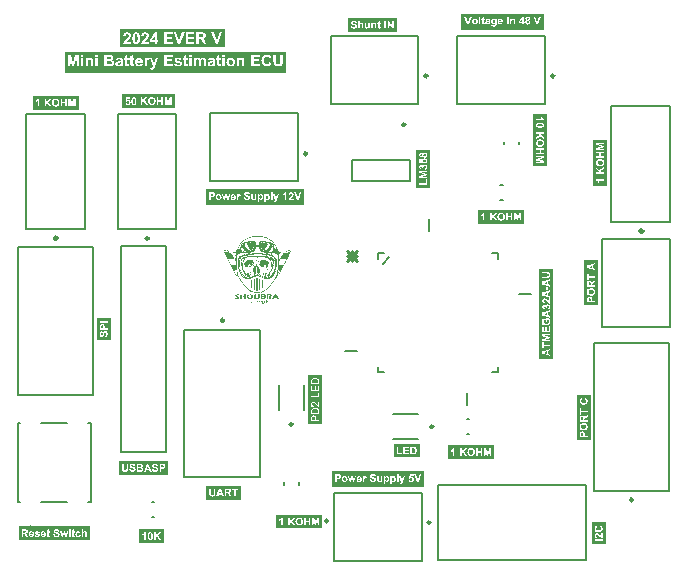
<source format=gto>
G04*
G04 #@! TF.GenerationSoftware,Altium Limited,Altium Designer,23.1.1 (15)*
G04*
G04 Layer_Color=65535*
%FSLAX44Y44*%
%MOMM*%
G71*
G04*
G04 #@! TF.SameCoordinates,A958324D-6691-4423-B282-4C8B23E47DD7*
G04*
G04*
G04 #@! TF.FilePolarity,Positive*
G04*
G01*
G75*
%ADD10C,0.2500*%
%ADD11C,0.2000*%
%ADD12C,0.1524*%
%ADD13C,0.2644*%
G36*
X874877Y767146D02*
X874903D01*
Y767120D01*
X874980D01*
Y767094D01*
X874903D01*
Y767120D01*
X874877D01*
Y767146D01*
X874851D01*
Y767172D01*
X874877D01*
Y767146D01*
D02*
G37*
G36*
X875571Y767069D02*
X875545D01*
Y767094D01*
X875571D01*
Y767069D01*
D02*
G37*
G36*
X872796Y767274D02*
X873233D01*
Y767249D01*
X873644D01*
Y767223D01*
X873798D01*
Y767249D01*
X873824D01*
Y767197D01*
X874055D01*
Y767172D01*
X874363D01*
Y767146D01*
X874569D01*
Y767120D01*
X874749D01*
Y767094D01*
X874877D01*
Y767069D01*
X875057D01*
Y767043D01*
X875237D01*
Y767017D01*
X875391D01*
Y766992D01*
X875493D01*
Y766966D01*
X875648D01*
Y766940D01*
X875725D01*
Y766992D01*
X875699D01*
Y767017D01*
X875725D01*
Y766992D01*
X876007D01*
Y766966D01*
X876161D01*
Y766940D01*
X875776D01*
Y766915D01*
X875930D01*
Y766889D01*
X876033D01*
Y766863D01*
X876161D01*
Y766838D01*
X876264D01*
Y766812D01*
X876393D01*
Y766786D01*
X876521D01*
Y766760D01*
X876624D01*
Y766735D01*
X876701D01*
Y766709D01*
X876829D01*
Y766684D01*
X876932D01*
Y766658D01*
X877009D01*
Y766632D01*
X877112D01*
Y766606D01*
X877189D01*
Y766581D01*
X877292D01*
Y766555D01*
X877369D01*
Y766529D01*
X877446D01*
Y766504D01*
X877549D01*
Y766478D01*
X877626D01*
Y766452D01*
X877729D01*
Y766426D01*
X877806D01*
Y766401D01*
X877883D01*
Y766375D01*
X877960D01*
Y766349D01*
X878063D01*
Y766324D01*
X878140D01*
Y766298D01*
X878217D01*
Y766272D01*
X878294D01*
Y766247D01*
X878371D01*
Y766221D01*
X878422D01*
Y766195D01*
X878499D01*
Y766170D01*
X878576D01*
Y766144D01*
X878653D01*
Y766118D01*
X878730D01*
Y766093D01*
X878782D01*
Y766067D01*
X878859D01*
Y766041D01*
X878936D01*
Y766015D01*
X878987D01*
Y765990D01*
X879064D01*
Y765964D01*
X879142D01*
Y765938D01*
X879219D01*
Y765913D01*
X879270D01*
Y765887D01*
X879347D01*
Y765861D01*
X879398D01*
Y765836D01*
X879476D01*
Y765810D01*
X879527D01*
Y765784D01*
X879604D01*
Y765759D01*
X879655D01*
Y765733D01*
X879707D01*
Y765707D01*
X879758D01*
Y765682D01*
X879809D01*
Y765656D01*
X879887D01*
Y765630D01*
X879938D01*
Y765604D01*
X880015D01*
Y765579D01*
X880041D01*
Y765553D01*
X880118D01*
Y765527D01*
X880169D01*
Y765502D01*
X880221D01*
Y765476D01*
X880272D01*
Y765450D01*
X880349D01*
Y765425D01*
X880400D01*
Y765399D01*
X880452D01*
Y765373D01*
X880503D01*
Y765348D01*
X880555D01*
Y765322D01*
X880606D01*
Y765296D01*
X880657D01*
Y765270D01*
X880734D01*
Y765245D01*
X880760D01*
Y765219D01*
X880811D01*
Y765193D01*
X880889D01*
Y765168D01*
X880940D01*
Y765142D01*
X880991D01*
Y765116D01*
X881017D01*
Y765091D01*
X881068D01*
Y765065D01*
X881145D01*
Y765039D01*
X881171D01*
Y765014D01*
X881223D01*
Y764988D01*
X881274D01*
Y764962D01*
X881325D01*
Y764937D01*
X881377D01*
Y764911D01*
X881428D01*
Y764885D01*
X881454D01*
Y764859D01*
X881505D01*
Y764834D01*
X881556D01*
Y764808D01*
X881608D01*
Y764782D01*
X881659D01*
Y764757D01*
X881711D01*
Y764731D01*
X881762D01*
Y764705D01*
X881813D01*
Y764680D01*
X881839D01*
Y764654D01*
X881890D01*
Y764628D01*
X881942D01*
Y764603D01*
X881993D01*
Y764577D01*
X882019D01*
Y764551D01*
X882070D01*
Y764525D01*
X882122D01*
Y764500D01*
X882147D01*
Y764474D01*
X882199D01*
Y764448D01*
X882250D01*
Y764423D01*
X882301D01*
Y764397D01*
X882327D01*
Y764371D01*
X882379D01*
Y764346D01*
X882430D01*
Y764320D01*
X882456D01*
Y764294D01*
X882507D01*
Y764269D01*
X882558D01*
Y764243D01*
X882584D01*
Y764217D01*
X882635D01*
Y764192D01*
X882661D01*
Y764166D01*
X882712D01*
Y764140D01*
X882764D01*
Y764114D01*
X882790D01*
Y764089D01*
X882841D01*
Y764063D01*
X882867D01*
Y764037D01*
X882918D01*
Y764012D01*
X882944D01*
Y763986D01*
X882995D01*
Y763960D01*
X883021D01*
Y763935D01*
X883072D01*
Y763909D01*
X883098D01*
Y763883D01*
X883149D01*
Y763857D01*
X883175D01*
Y763832D01*
X883226D01*
Y763806D01*
X883252D01*
Y763780D01*
X883303D01*
Y763755D01*
X883329D01*
Y763729D01*
X883355D01*
Y763703D01*
X883381D01*
Y763678D01*
X883432D01*
Y763652D01*
X883458D01*
Y763626D01*
X883483D01*
Y763601D01*
X883509D01*
Y763575D01*
X883560D01*
Y763549D01*
X883586D01*
Y763523D01*
X883612D01*
Y763498D01*
X883663D01*
Y763472D01*
X883689D01*
Y763447D01*
X883715D01*
Y763421D01*
X883766D01*
Y763395D01*
X883792D01*
Y763369D01*
X883817D01*
Y763344D01*
X883843D01*
Y763318D01*
X883894D01*
Y763292D01*
X883920D01*
Y763267D01*
X883946D01*
Y763241D01*
X883971D01*
Y763215D01*
X883997D01*
Y763190D01*
X884048D01*
Y763164D01*
X884074D01*
Y763138D01*
X884100D01*
Y763112D01*
X884126D01*
Y763087D01*
X884151D01*
Y763061D01*
X884203D01*
Y763035D01*
X884228D01*
Y763010D01*
X884254D01*
Y762984D01*
X884280D01*
Y762958D01*
X884331D01*
Y762933D01*
X884357D01*
Y762907D01*
X884382D01*
Y762881D01*
X884408D01*
Y762856D01*
X884434D01*
Y762830D01*
X884460D01*
Y762804D01*
X884485D01*
Y762778D01*
X884511D01*
Y762753D01*
X884537D01*
Y762727D01*
X884562D01*
Y762701D01*
X884614D01*
Y762676D01*
X884639D01*
Y762650D01*
X884665D01*
Y762624D01*
X884691D01*
Y762599D01*
X884716D01*
Y762573D01*
X884742D01*
Y762547D01*
X884768D01*
Y762522D01*
X884793D01*
Y762496D01*
X884819D01*
Y762470D01*
X884845D01*
Y762445D01*
X884871D01*
Y762419D01*
X884896D01*
Y762393D01*
X884922D01*
Y762367D01*
X884948D01*
Y762342D01*
X884973D01*
Y762316D01*
X885025D01*
Y762290D01*
X885050D01*
Y762265D01*
X885076D01*
Y762239D01*
X885102D01*
Y762213D01*
X885127D01*
Y762188D01*
X885153D01*
Y762136D01*
X885179D01*
Y762111D01*
X885204D01*
Y762085D01*
X885230D01*
Y762059D01*
X885256D01*
Y762033D01*
X885282D01*
Y762008D01*
X885307D01*
Y761982D01*
X885333D01*
Y761956D01*
X885359D01*
Y761931D01*
X885384D01*
Y761905D01*
X885410D01*
Y761879D01*
X885436D01*
Y761854D01*
X885461D01*
Y761802D01*
X885487D01*
Y761777D01*
X885513D01*
Y761751D01*
X885538D01*
Y761725D01*
X885564D01*
Y761700D01*
X885590D01*
Y761674D01*
X885616D01*
Y761648D01*
X885641D01*
Y761622D01*
X885667D01*
Y761597D01*
X885693D01*
Y761545D01*
X885718D01*
Y761520D01*
X885744D01*
Y761494D01*
X885770D01*
Y761468D01*
X885795D01*
Y761443D01*
X885821D01*
Y761417D01*
X885847D01*
Y761391D01*
X885872D01*
Y761340D01*
X885898D01*
Y761314D01*
X885924D01*
Y761288D01*
X885949D01*
Y761263D01*
X885975D01*
Y761211D01*
X886001D01*
Y761186D01*
X886027D01*
Y761160D01*
X886052D01*
Y761134D01*
X886078D01*
Y761109D01*
X886104D01*
Y761057D01*
X886129D01*
Y761031D01*
X886155D01*
Y761006D01*
X886181D01*
Y760980D01*
X886206D01*
Y760929D01*
X886232D01*
Y760903D01*
X886258D01*
Y760877D01*
X886283D01*
Y760826D01*
X886309D01*
Y760800D01*
X886335D01*
Y760775D01*
X886361D01*
Y760723D01*
X886386D01*
Y760698D01*
X886412D01*
Y760672D01*
X886438D01*
Y760620D01*
X886463D01*
Y760595D01*
X886489D01*
Y760569D01*
X886515D01*
Y760518D01*
X886540D01*
Y760492D01*
X886566D01*
Y760466D01*
X886592D01*
Y760415D01*
X886618D01*
Y760389D01*
X886643D01*
Y760338D01*
X886669D01*
Y760312D01*
X886695D01*
Y760261D01*
X886720D01*
Y760235D01*
X886746D01*
Y760210D01*
X886772D01*
Y760158D01*
X886797D01*
Y760107D01*
X886823D01*
Y760081D01*
X886849D01*
Y760055D01*
X886874D01*
Y760004D01*
X886900D01*
Y759978D01*
X886926D01*
Y759927D01*
X886952D01*
Y759901D01*
X886977D01*
Y759850D01*
X887003D01*
Y759824D01*
X887029D01*
Y759773D01*
X887054D01*
Y759747D01*
X887080D01*
Y759696D01*
X887106D01*
Y759670D01*
X887131D01*
Y759619D01*
X887157D01*
Y759567D01*
X887183D01*
Y759516D01*
X887208D01*
Y759490D01*
X887234D01*
Y759439D01*
X887260D01*
Y759387D01*
X887285D01*
Y759362D01*
X887311D01*
Y759310D01*
X887337D01*
Y759259D01*
X887363D01*
Y759233D01*
X887388D01*
Y759182D01*
X887414D01*
Y759130D01*
X887440D01*
Y759079D01*
X887465D01*
Y759053D01*
X887491D01*
Y759002D01*
X887517D01*
Y758951D01*
X887542D01*
Y758899D01*
X887568D01*
Y758874D01*
X887594D01*
Y758822D01*
X887619D01*
Y758771D01*
X887645D01*
Y758719D01*
X887671D01*
Y758668D01*
X887697D01*
Y758642D01*
X887722D01*
Y758591D01*
X887748D01*
Y758540D01*
X887774D01*
Y758488D01*
X887799D01*
Y758437D01*
X887825D01*
Y758385D01*
X887851D01*
Y758334D01*
X887876D01*
Y758283D01*
X887902D01*
Y758231D01*
X887928D01*
Y758180D01*
X887953D01*
Y758129D01*
X887979D01*
Y758077D01*
X888005D01*
Y758026D01*
X888030D01*
Y757974D01*
X888056D01*
Y757897D01*
X888082D01*
Y757846D01*
X888108D01*
Y757795D01*
X888133D01*
Y757743D01*
X888159D01*
Y757692D01*
X888185D01*
Y757615D01*
X888210D01*
Y757563D01*
X888236D01*
Y757512D01*
X888262D01*
Y757435D01*
X888287D01*
Y757383D01*
X888313D01*
Y757306D01*
X888339D01*
Y757255D01*
X888364D01*
Y757178D01*
X888390D01*
Y757127D01*
X888416D01*
Y757049D01*
X888441D01*
Y756998D01*
X888467D01*
Y756921D01*
X888493D01*
Y756844D01*
X888519D01*
Y756793D01*
X888544D01*
Y756716D01*
X888570D01*
Y756664D01*
X888596D01*
Y756587D01*
X888621D01*
Y756536D01*
X888647D01*
Y756459D01*
X888673D01*
Y756382D01*
X888698D01*
Y756304D01*
X888724D01*
Y756253D01*
X888750D01*
Y756176D01*
X888775D01*
Y756073D01*
X888801D01*
Y755996D01*
X888827D01*
Y755919D01*
X888853D01*
Y755842D01*
X888878D01*
Y755765D01*
X888904D01*
Y755688D01*
X888930D01*
Y755585D01*
X888955D01*
Y755482D01*
X888981D01*
Y755457D01*
X889007D01*
Y755431D01*
X889058D01*
Y755405D01*
X889109D01*
Y755380D01*
X889135D01*
Y755354D01*
X889186D01*
Y755328D01*
X889212D01*
Y755303D01*
X889238D01*
Y755277D01*
X889264D01*
Y755251D01*
X889315D01*
Y755226D01*
X889341D01*
Y755200D01*
X889392D01*
Y755174D01*
X889418D01*
Y755148D01*
X889443D01*
Y755123D01*
X889469D01*
Y755097D01*
X889520D01*
Y755071D01*
X889546D01*
Y755046D01*
X889572D01*
Y755020D01*
X889598D01*
Y754969D01*
X889623D01*
Y754943D01*
X889649D01*
Y754917D01*
X889675D01*
Y754892D01*
X889700D01*
Y754840D01*
X889726D01*
Y754789D01*
X889752D01*
Y754737D01*
X889777D01*
Y754686D01*
X889803D01*
Y754609D01*
X889829D01*
Y754532D01*
X889855D01*
Y754455D01*
X889880D01*
Y754352D01*
X889906D01*
Y754249D01*
X889931D01*
Y754172D01*
X889957D01*
Y754044D01*
X889983D01*
Y753941D01*
X890009D01*
Y753838D01*
X890034D01*
Y753761D01*
X890060D01*
Y753658D01*
X890086D01*
Y753556D01*
X890111D01*
Y753453D01*
X890137D01*
Y753427D01*
X890188D01*
Y753401D01*
X890368D01*
Y753376D01*
X890445D01*
Y753350D01*
X890497D01*
Y753324D01*
X890522D01*
Y753273D01*
X890548D01*
Y753247D01*
X890574D01*
Y753222D01*
X890600D01*
Y753196D01*
X890625D01*
Y753170D01*
X890677D01*
Y753145D01*
X890728D01*
Y753119D01*
X890882D01*
Y753145D01*
X891036D01*
Y753170D01*
X891139D01*
Y753196D01*
X891190D01*
Y753222D01*
X891216D01*
Y753247D01*
X891422D01*
Y753222D01*
X891601D01*
Y753196D01*
X891807D01*
Y753170D01*
X892064D01*
Y753145D01*
X892321D01*
Y753119D01*
X892655D01*
Y753093D01*
X893014D01*
Y753067D01*
X893168D01*
Y753042D01*
X893194D01*
Y753016D01*
X893246D01*
Y752990D01*
X893271D01*
Y752965D01*
X893297D01*
Y752939D01*
X893323D01*
Y752913D01*
X893374D01*
Y752888D01*
X893400D01*
Y752862D01*
X893425D01*
Y752836D01*
X893451D01*
Y752811D01*
X893580D01*
Y752785D01*
X893682D01*
Y752759D01*
X893811D01*
Y752785D01*
X893914D01*
Y752811D01*
X894068D01*
Y752836D01*
X894093D01*
Y752862D01*
X894119D01*
Y752888D01*
X894145D01*
Y752913D01*
X894248D01*
Y752939D01*
X894325D01*
Y752965D01*
X894376D01*
Y752990D01*
X894402D01*
Y753016D01*
X894453D01*
Y753042D01*
X894504D01*
Y753067D01*
X894530D01*
Y753042D01*
X894710D01*
Y753067D01*
X895121D01*
Y753093D01*
X895506D01*
Y753119D01*
X895738D01*
Y753145D01*
X895763D01*
Y753170D01*
X895789D01*
Y753145D01*
X895840D01*
Y753170D01*
X895994D01*
Y753196D01*
X896020D01*
Y753222D01*
X896046D01*
Y753247D01*
X896072D01*
Y753273D01*
X896123D01*
Y753299D01*
X896149D01*
Y753350D01*
X896174D01*
Y753401D01*
X896200D01*
Y753427D01*
X896226D01*
Y753479D01*
X896251D01*
Y753556D01*
X896277D01*
Y754198D01*
X896303D01*
Y754249D01*
X896329D01*
Y754301D01*
X896354D01*
Y754352D01*
X896380D01*
Y754455D01*
X896405D01*
Y754532D01*
X896431D01*
Y754558D01*
X896457D01*
Y754583D01*
X896483D01*
Y754737D01*
X896534D01*
Y754789D01*
X896560D01*
Y754815D01*
X896585D01*
Y754866D01*
X896611D01*
Y755071D01*
X896637D01*
Y754994D01*
X896662D01*
Y755046D01*
X896688D01*
Y755097D01*
X896714D01*
Y755148D01*
X896740D01*
Y755200D01*
X896765D01*
Y755226D01*
X896740D01*
Y755251D01*
X896765D01*
Y755277D01*
X896817D01*
Y755303D01*
X896842D01*
Y755380D01*
X896868D01*
Y755431D01*
X896894D01*
Y755482D01*
X896919D01*
Y755508D01*
X896945D01*
Y755534D01*
X896971D01*
Y755585D01*
X897022D01*
Y755611D01*
X897074D01*
Y755688D01*
X897151D01*
Y755714D01*
X897433D01*
Y755688D01*
X897459D01*
Y755637D01*
X897485D01*
Y755611D01*
X897510D01*
Y755585D01*
X897536D01*
Y755559D01*
X897562D01*
Y755534D01*
X897587D01*
Y755508D01*
X897639D01*
Y755482D01*
X897690D01*
Y755457D01*
X897741D01*
Y755431D01*
X897793D01*
Y755405D01*
X897870D01*
Y755380D01*
X897947D01*
Y755354D01*
X898024D01*
Y755328D01*
X898101D01*
Y755303D01*
X898230D01*
Y755277D01*
X898307D01*
Y755251D01*
X898409D01*
Y755226D01*
X898512D01*
Y755277D01*
X898564D01*
Y755251D01*
X898923D01*
Y755226D01*
X898538D01*
Y755200D01*
X898666D01*
Y755174D01*
X898795D01*
Y755148D01*
X898923D01*
Y755123D01*
X899052D01*
Y755097D01*
X899129D01*
Y755174D01*
X899154D01*
Y755148D01*
X899411D01*
Y755123D01*
X899463D01*
Y755097D01*
X899180D01*
Y755071D01*
X899257D01*
Y755046D01*
X899334D01*
Y755020D01*
X899386D01*
Y754994D01*
X899463D01*
Y754969D01*
X899540D01*
Y754943D01*
X899566D01*
Y755046D01*
X899591D01*
Y755020D01*
X899668D01*
Y754994D01*
X899694D01*
Y754969D01*
X899720D01*
Y754943D01*
X899591D01*
Y754917D01*
X899642D01*
Y754892D01*
X899694D01*
Y754866D01*
X899720D01*
Y754840D01*
X899745D01*
Y754815D01*
X899771D01*
Y754789D01*
X899797D01*
Y754763D01*
X899822D01*
Y754737D01*
X899848D01*
Y754712D01*
X899874D01*
Y754660D01*
X899899D01*
Y754609D01*
X899925D01*
Y754558D01*
X899951D01*
Y754506D01*
X899977D01*
Y754429D01*
X900002D01*
Y754326D01*
X900028D01*
Y753890D01*
X900002D01*
Y753812D01*
X899977D01*
Y753736D01*
X899951D01*
Y753658D01*
X899925D01*
Y753607D01*
X899899D01*
Y753581D01*
X899874D01*
Y753556D01*
X899848D01*
Y753530D01*
X899822D01*
Y753504D01*
X899771D01*
Y753479D01*
X899720D01*
Y753453D01*
X899694D01*
Y753427D01*
X899668D01*
Y753376D01*
X899642D01*
Y753324D01*
X899617D01*
Y753299D01*
X899591D01*
Y753247D01*
X899566D01*
Y753196D01*
X899540D01*
Y753145D01*
X899514D01*
Y753093D01*
X899488D01*
Y753016D01*
X899463D01*
Y752990D01*
X899437D01*
Y752939D01*
X899411D01*
Y752888D01*
X899386D01*
Y752836D01*
X899360D01*
Y752785D01*
X899334D01*
Y752708D01*
X899308D01*
Y752682D01*
X899283D01*
Y752631D01*
X899257D01*
Y752579D01*
X899231D01*
Y752528D01*
X899206D01*
Y752477D01*
X899180D01*
Y752425D01*
X899154D01*
Y752374D01*
X899129D01*
Y752322D01*
X899103D01*
Y752271D01*
X899077D01*
Y752220D01*
X899052D01*
Y752168D01*
X899026D01*
Y752117D01*
X899000D01*
Y752066D01*
X898975D01*
Y752014D01*
X898949D01*
Y751963D01*
X898923D01*
Y751886D01*
X898897D01*
Y751834D01*
X898872D01*
Y751783D01*
X898846D01*
Y751732D01*
X898820D01*
Y751680D01*
X898795D01*
Y751629D01*
X898769D01*
Y751578D01*
X898743D01*
Y751526D01*
X898718D01*
Y751475D01*
X898692D01*
Y751423D01*
X898666D01*
Y751372D01*
X898641D01*
Y751321D01*
X898615D01*
Y751244D01*
X898589D01*
Y751218D01*
X898564D01*
Y751166D01*
X898538D01*
Y751089D01*
X898512D01*
Y751038D01*
X898486D01*
Y750987D01*
X898461D01*
Y750935D01*
X898435D01*
Y750910D01*
X898409D01*
Y750833D01*
X898384D01*
Y750781D01*
X898358D01*
Y750730D01*
X898332D01*
Y750678D01*
X898307D01*
Y750627D01*
X898281D01*
Y750576D01*
X898255D01*
Y750524D01*
X898230D01*
Y750473D01*
X898204D01*
Y750421D01*
X898178D01*
Y750396D01*
X898152D01*
Y750344D01*
X898127D01*
Y750293D01*
X898101D01*
Y750216D01*
X898075D01*
Y750190D01*
X898050D01*
Y750139D01*
X898024D01*
Y750087D01*
X897998D01*
Y750036D01*
X897973D01*
Y749985D01*
X897947D01*
Y749933D01*
X897921D01*
Y749882D01*
X897896D01*
Y749805D01*
X897870D01*
Y749779D01*
X897844D01*
Y749728D01*
X897819D01*
Y749651D01*
X897793D01*
Y749599D01*
X897767D01*
Y749548D01*
X897741D01*
Y749522D01*
X897716D01*
Y749471D01*
X897690D01*
Y749394D01*
X897664D01*
Y749342D01*
X897639D01*
Y749291D01*
X897613D01*
Y749240D01*
X897587D01*
Y749188D01*
X897562D01*
Y749137D01*
X897536D01*
Y749085D01*
X897510D01*
Y749060D01*
X897485D01*
Y748983D01*
X897459D01*
Y748931D01*
X897433D01*
Y748880D01*
X897408D01*
Y748829D01*
X897382D01*
Y748777D01*
X897356D01*
Y748726D01*
X897330D01*
Y748674D01*
X897305D01*
Y748649D01*
X897279D01*
Y748572D01*
X897253D01*
Y748520D01*
X897228D01*
Y748495D01*
X897202D01*
Y748443D01*
X897176D01*
Y748366D01*
X897151D01*
Y748341D01*
X897125D01*
Y748289D01*
X897099D01*
Y748238D01*
X897074D01*
Y748161D01*
X897048D01*
Y748135D01*
X897022D01*
Y748084D01*
X896996D01*
Y748032D01*
X896971D01*
Y747981D01*
X896945D01*
Y747929D01*
X896919D01*
Y747878D01*
X896894D01*
Y747827D01*
X896868D01*
Y747750D01*
X896842D01*
Y747724D01*
X896817D01*
Y747673D01*
X896791D01*
Y747621D01*
X896765D01*
Y747570D01*
X896740D01*
Y747518D01*
X896714D01*
Y747467D01*
X896688D01*
Y747416D01*
X896662D01*
Y747339D01*
X896637D01*
Y747313D01*
X896611D01*
Y747262D01*
X896585D01*
Y747184D01*
X896560D01*
Y747133D01*
X896534D01*
Y747082D01*
X896508D01*
Y747056D01*
X896483D01*
Y747005D01*
X896457D01*
Y746927D01*
X896431D01*
Y746876D01*
X896405D01*
Y746825D01*
X896380D01*
Y746773D01*
X896354D01*
Y746722D01*
X896329D01*
Y746671D01*
X896303D01*
Y746619D01*
X896277D01*
Y746568D01*
X896251D01*
Y746516D01*
X896226D01*
Y746465D01*
X896200D01*
Y746414D01*
X896174D01*
Y746362D01*
X896149D01*
Y746311D01*
X896123D01*
Y746260D01*
X896097D01*
Y746208D01*
X896072D01*
Y746157D01*
X896046D01*
Y746080D01*
X896020D01*
Y746028D01*
X895994D01*
Y745977D01*
X895969D01*
Y745926D01*
X895943D01*
Y745874D01*
X895917D01*
Y745823D01*
X895892D01*
Y745771D01*
X895866D01*
Y745720D01*
X895840D01*
Y745669D01*
X895815D01*
Y745617D01*
X895789D01*
Y745566D01*
X895763D01*
Y745515D01*
X895738D01*
Y745463D01*
X895712D01*
Y745412D01*
X895686D01*
Y745360D01*
X895660D01*
Y745309D01*
X895635D01*
Y745258D01*
X895609D01*
Y745206D01*
X895583D01*
Y745155D01*
X895558D01*
Y745104D01*
X895532D01*
Y745052D01*
X895506D01*
Y745001D01*
X895481D01*
Y744949D01*
X895455D01*
Y744898D01*
X895429D01*
Y744847D01*
X895404D01*
Y744795D01*
X895378D01*
Y744770D01*
X895352D01*
Y744692D01*
X895327D01*
Y744641D01*
X895301D01*
Y744590D01*
X895275D01*
Y744564D01*
X895249D01*
Y744487D01*
X895224D01*
Y744436D01*
X895198D01*
Y744384D01*
X895172D01*
Y744333D01*
X895147D01*
Y744281D01*
X895121D01*
Y744230D01*
X895095D01*
Y744179D01*
X895070D01*
Y744153D01*
X895044D01*
Y744076D01*
X895018D01*
Y744025D01*
X894993D01*
Y743973D01*
X894967D01*
Y743947D01*
X894941D01*
Y743896D01*
X894915D01*
Y743819D01*
X894890D01*
Y743768D01*
X894864D01*
Y743742D01*
X894838D01*
Y743690D01*
X894813D01*
Y743613D01*
X894787D01*
Y743562D01*
X894761D01*
Y743511D01*
X894736D01*
Y743459D01*
X894710D01*
Y743408D01*
X894684D01*
Y743357D01*
X894659D01*
Y743305D01*
X894633D01*
Y743254D01*
X894607D01*
Y743202D01*
X894582D01*
Y743151D01*
X894556D01*
Y743100D01*
X894530D01*
Y743023D01*
X894504D01*
Y742971D01*
X894479D01*
Y742920D01*
X894453D01*
Y742868D01*
X894427D01*
Y742817D01*
X894402D01*
Y742766D01*
X894376D01*
Y742714D01*
X894350D01*
Y742663D01*
X894325D01*
Y742611D01*
X894299D01*
Y742560D01*
X894273D01*
Y742509D01*
X894248D01*
Y742457D01*
X894222D01*
Y742406D01*
X894196D01*
Y742355D01*
X894171D01*
Y742303D01*
X894145D01*
Y742252D01*
X894119D01*
Y742200D01*
X894093D01*
Y742149D01*
X894068D01*
Y742098D01*
X894042D01*
Y742046D01*
X894016D01*
Y741995D01*
X893991D01*
Y741944D01*
X893965D01*
Y741892D01*
X893939D01*
Y741841D01*
X893914D01*
Y741789D01*
X893888D01*
Y741712D01*
X893862D01*
Y741661D01*
X893837D01*
Y741610D01*
X893811D01*
Y741558D01*
X893785D01*
Y741507D01*
X893759D01*
Y741456D01*
X893734D01*
Y741404D01*
X893708D01*
Y741353D01*
X893682D01*
Y741301D01*
X893657D01*
Y741250D01*
X893631D01*
Y741199D01*
X893605D01*
Y741147D01*
X893580D01*
Y741096D01*
X893554D01*
Y741044D01*
X893528D01*
Y740993D01*
X893503D01*
Y740942D01*
X893477D01*
Y740890D01*
X893451D01*
Y740839D01*
X893425D01*
Y740788D01*
X893400D01*
Y740736D01*
X893374D01*
Y740685D01*
X893348D01*
Y740633D01*
X893323D01*
Y740582D01*
X893297D01*
Y740531D01*
X893271D01*
Y740479D01*
X893246D01*
Y740428D01*
X893220D01*
Y740377D01*
X893194D01*
Y740325D01*
X893168D01*
Y740248D01*
X893143D01*
Y740197D01*
X893117D01*
Y740171D01*
X893092D01*
Y740120D01*
X893066D01*
Y740042D01*
X893040D01*
Y739991D01*
X893014D01*
Y739940D01*
X892989D01*
Y739914D01*
X892963D01*
Y739837D01*
X892937D01*
Y739786D01*
X892912D01*
Y739734D01*
X892886D01*
Y739683D01*
X892860D01*
Y739631D01*
X892835D01*
Y739580D01*
X892809D01*
Y739529D01*
X892783D01*
Y739477D01*
X892757D01*
Y739400D01*
X892732D01*
Y739374D01*
X892706D01*
Y739323D01*
X892680D01*
Y739272D01*
X892655D01*
Y739195D01*
X892629D01*
Y739169D01*
X892603D01*
Y739118D01*
X892578D01*
Y739066D01*
X892552D01*
Y738989D01*
X892526D01*
Y738938D01*
X892501D01*
Y738886D01*
X892475D01*
Y738835D01*
X892449D01*
Y738758D01*
X892423D01*
Y738707D01*
X892398D01*
Y738681D01*
X892372D01*
Y738604D01*
X892346D01*
Y738552D01*
X892321D01*
Y738501D01*
X892295D01*
Y738450D01*
X892269D01*
Y738398D01*
X892244D01*
Y738347D01*
X892218D01*
Y738296D01*
X892192D01*
Y738244D01*
X892167D01*
Y738193D01*
X892141D01*
Y738141D01*
X892115D01*
Y738090D01*
X892090D01*
Y738039D01*
X892064D01*
Y737987D01*
X892038D01*
Y737910D01*
X892012D01*
Y737859D01*
X891987D01*
Y737807D01*
X891961D01*
Y737756D01*
X891935D01*
Y737705D01*
X891910D01*
Y737653D01*
X891884D01*
Y737602D01*
X891858D01*
Y737551D01*
X891833D01*
Y737499D01*
X891807D01*
Y737448D01*
X891781D01*
Y737396D01*
X891756D01*
Y737345D01*
X891730D01*
Y737268D01*
X891704D01*
Y737216D01*
X891678D01*
Y737165D01*
X891653D01*
Y737114D01*
X891627D01*
Y737062D01*
X891601D01*
Y737011D01*
X891576D01*
Y736960D01*
X891550D01*
Y736908D01*
X891524D01*
Y736831D01*
X891499D01*
Y736780D01*
X891473D01*
Y736728D01*
X891447D01*
Y736677D01*
X891422D01*
Y736626D01*
X891396D01*
Y736574D01*
X891370D01*
Y736523D01*
X891345D01*
Y736446D01*
X891319D01*
Y736394D01*
X891293D01*
Y736343D01*
X891267D01*
Y736292D01*
X891242D01*
Y736240D01*
X891216D01*
Y736163D01*
X891190D01*
Y736112D01*
X891165D01*
Y736060D01*
X891139D01*
Y736009D01*
X891113D01*
Y735958D01*
X891088D01*
Y735906D01*
X891062D01*
Y735881D01*
X891036D01*
Y735804D01*
X891011D01*
Y735752D01*
X890985D01*
Y735701D01*
X890959D01*
Y735675D01*
X890934D01*
Y735598D01*
X890908D01*
Y735547D01*
X890882D01*
Y735521D01*
X890856D01*
Y735470D01*
X890831D01*
Y735393D01*
X890805D01*
Y735341D01*
X890779D01*
Y735315D01*
X890754D01*
Y735264D01*
X890728D01*
Y735213D01*
X890702D01*
Y735161D01*
X890677D01*
Y735110D01*
X890651D01*
Y735059D01*
X890625D01*
Y735007D01*
X890600D01*
Y734956D01*
X890574D01*
Y734930D01*
X890548D01*
Y734879D01*
X890522D01*
Y734827D01*
X890497D01*
Y734776D01*
X890471D01*
Y734750D01*
X890445D01*
Y734699D01*
X890420D01*
Y734673D01*
X890394D01*
Y734622D01*
X890368D01*
Y734596D01*
X890343D01*
Y734545D01*
X890317D01*
Y734519D01*
X890291D01*
Y734468D01*
X890266D01*
Y734442D01*
X890240D01*
Y734391D01*
X890214D01*
Y734365D01*
X890188D01*
Y734339D01*
X890163D01*
Y734288D01*
X890137D01*
Y734262D01*
X890111D01*
Y734237D01*
X890086D01*
Y734185D01*
X890060D01*
Y734159D01*
X890034D01*
Y734134D01*
X890009D01*
Y734108D01*
X889983D01*
Y734082D01*
X889957D01*
Y734057D01*
X889931D01*
Y734031D01*
X889906D01*
Y734005D01*
X889880D01*
Y733980D01*
X889855D01*
Y733954D01*
X889829D01*
Y733928D01*
X889803D01*
Y733903D01*
X889777D01*
Y733877D01*
X889752D01*
Y733851D01*
X889726D01*
Y733825D01*
X889700D01*
Y733800D01*
X889675D01*
Y733774D01*
X889623D01*
Y733748D01*
X889598D01*
Y733723D01*
X889546D01*
Y733697D01*
X889520D01*
Y733671D01*
X889469D01*
Y733646D01*
X889443D01*
Y733620D01*
X889392D01*
Y733594D01*
X889341D01*
Y733568D01*
X889264D01*
Y733543D01*
X889238D01*
Y733517D01*
X889161D01*
Y733491D01*
X889109D01*
Y733466D01*
X889058D01*
Y733440D01*
X888981D01*
Y733414D01*
X888904D01*
Y733389D01*
X888801D01*
Y733363D01*
X888673D01*
Y733337D01*
X888596D01*
Y733312D01*
X888441D01*
Y733286D01*
X888416D01*
Y733260D01*
X888390D01*
Y733234D01*
X888364D01*
Y733158D01*
X888339D01*
Y733106D01*
X888313D01*
Y733055D01*
X888287D01*
Y733029D01*
X888262D01*
Y732952D01*
X888236D01*
Y732900D01*
X888210D01*
Y732849D01*
X888185D01*
Y732798D01*
X888159D01*
Y732746D01*
X888133D01*
Y732695D01*
X888108D01*
Y732644D01*
X888082D01*
Y732618D01*
X888056D01*
Y732567D01*
X888030D01*
Y732489D01*
X888005D01*
Y732438D01*
X887979D01*
Y732412D01*
X887953D01*
Y732361D01*
X887928D01*
Y732310D01*
X887902D01*
Y732258D01*
X887876D01*
Y732233D01*
X887851D01*
Y732181D01*
X887825D01*
Y732104D01*
X887799D01*
Y732078D01*
X887774D01*
Y732027D01*
X887748D01*
Y731976D01*
X887722D01*
Y731924D01*
X887697D01*
Y731873D01*
X887671D01*
Y731847D01*
X887645D01*
Y731796D01*
X887619D01*
Y731745D01*
X887594D01*
Y731693D01*
X887568D01*
Y731667D01*
X887542D01*
Y731616D01*
X887517D01*
Y731565D01*
X887491D01*
Y731513D01*
X887465D01*
Y731488D01*
X887440D01*
Y731436D01*
X887414D01*
Y731385D01*
X887388D01*
Y731333D01*
X887363D01*
Y731308D01*
X887337D01*
Y731256D01*
X887311D01*
Y731205D01*
X887285D01*
Y731154D01*
X887260D01*
Y731128D01*
X887234D01*
Y731077D01*
X887208D01*
Y731025D01*
X887183D01*
Y731000D01*
X887157D01*
Y730948D01*
X887131D01*
Y730897D01*
X887106D01*
Y730871D01*
X887080D01*
Y730820D01*
X887054D01*
Y730768D01*
X887029D01*
Y730743D01*
X887003D01*
Y730691D01*
X886977D01*
Y730666D01*
X886952D01*
Y730614D01*
X886926D01*
Y730588D01*
X886900D01*
Y730537D01*
X886874D01*
Y730486D01*
X886849D01*
Y730460D01*
X886823D01*
Y730409D01*
X886797D01*
Y730357D01*
X886772D01*
Y730331D01*
X886746D01*
Y730306D01*
X886720D01*
Y730254D01*
X886695D01*
Y730203D01*
X886669D01*
Y730177D01*
X886643D01*
Y730126D01*
X886618D01*
Y730100D01*
X886592D01*
Y730049D01*
X886566D01*
Y730023D01*
X886540D01*
Y729972D01*
X886515D01*
Y729946D01*
X886489D01*
Y729895D01*
X886463D01*
Y729843D01*
X886438D01*
Y729818D01*
X886412D01*
Y729766D01*
X886386D01*
Y729715D01*
X886361D01*
Y729689D01*
X886335D01*
Y729638D01*
X886309D01*
Y729612D01*
X886283D01*
Y729561D01*
X886258D01*
Y729535D01*
X886232D01*
Y729484D01*
X886206D01*
Y729458D01*
X886181D01*
Y729407D01*
X886155D01*
Y729355D01*
X886129D01*
Y729330D01*
X886104D01*
Y729304D01*
X886078D01*
Y729252D01*
X886052D01*
Y729201D01*
X886027D01*
Y729175D01*
X886001D01*
Y729150D01*
X885975D01*
Y729098D01*
X885949D01*
Y729073D01*
X885924D01*
Y729047D01*
X885898D01*
Y728996D01*
X885872D01*
Y728944D01*
X885847D01*
Y728919D01*
X885821D01*
Y728893D01*
X885795D01*
Y728867D01*
X885770D01*
Y728816D01*
X885744D01*
Y728790D01*
X885718D01*
Y728739D01*
X885693D01*
Y728713D01*
X885667D01*
Y728687D01*
X885641D01*
Y728636D01*
X885616D01*
Y728610D01*
X885590D01*
Y728585D01*
X885564D01*
Y728533D01*
X885538D01*
Y728508D01*
X885513D01*
Y728456D01*
X885487D01*
Y728430D01*
X885461D01*
Y728379D01*
X885436D01*
Y728353D01*
X885410D01*
Y728328D01*
X885384D01*
Y728276D01*
X885359D01*
Y728225D01*
X885333D01*
Y728199D01*
X885307D01*
Y728148D01*
X885282D01*
Y728122D01*
X885256D01*
Y728096D01*
X885230D01*
Y728045D01*
X885204D01*
Y728019D01*
X885179D01*
Y727994D01*
X885153D01*
Y727942D01*
X885127D01*
Y727917D01*
X885102D01*
Y727891D01*
X885076D01*
Y727865D01*
X885050D01*
Y727814D01*
X885025D01*
Y727788D01*
X884999D01*
Y727737D01*
X884973D01*
Y727711D01*
X884948D01*
Y727685D01*
X884922D01*
Y727634D01*
X884896D01*
Y727608D01*
X884871D01*
Y727583D01*
X884845D01*
Y727531D01*
X884819D01*
Y727506D01*
X884793D01*
Y727480D01*
X884768D01*
Y727454D01*
X884742D01*
Y727403D01*
X884716D01*
Y727351D01*
X884691D01*
Y727326D01*
X884665D01*
Y727300D01*
X884639D01*
Y727274D01*
X884614D01*
Y727223D01*
X884588D01*
Y727197D01*
X884562D01*
Y727172D01*
X884537D01*
Y727146D01*
X884511D01*
Y727094D01*
X884485D01*
Y727069D01*
X884460D01*
Y727043D01*
X884434D01*
Y726992D01*
X884408D01*
Y726966D01*
X884382D01*
Y726940D01*
X884357D01*
Y726915D01*
X884331D01*
Y726863D01*
X884305D01*
Y726838D01*
X884280D01*
Y726812D01*
X884254D01*
Y726760D01*
X884228D01*
Y726735D01*
X884203D01*
Y726709D01*
X884177D01*
Y726684D01*
X884151D01*
Y726658D01*
X884126D01*
Y726606D01*
X884100D01*
Y726581D01*
X884074D01*
Y726555D01*
X884048D01*
Y726529D01*
X884023D01*
Y726478D01*
X883997D01*
Y726452D01*
X883971D01*
Y726427D01*
X883946D01*
Y726401D01*
X883920D01*
Y726349D01*
X883894D01*
Y726324D01*
X883869D01*
Y726298D01*
X883843D01*
Y726272D01*
X883817D01*
Y726221D01*
X883792D01*
Y726195D01*
X883766D01*
Y726170D01*
X883740D01*
Y726144D01*
X883715D01*
Y726093D01*
X883689D01*
Y726067D01*
X883663D01*
Y726041D01*
X883637D01*
Y726015D01*
X883612D01*
Y725964D01*
X883586D01*
Y725938D01*
X883560D01*
Y725913D01*
X883535D01*
Y725861D01*
X883509D01*
Y725836D01*
X883483D01*
Y725810D01*
X883458D01*
Y725784D01*
X883432D01*
Y725759D01*
X883406D01*
Y725707D01*
X883381D01*
Y725682D01*
X883355D01*
Y725656D01*
X883329D01*
Y725630D01*
X883303D01*
Y725604D01*
X883278D01*
Y725553D01*
X883252D01*
Y725527D01*
X883226D01*
Y725502D01*
X883201D01*
Y725476D01*
X883175D01*
Y725450D01*
X883149D01*
Y725425D01*
X883124D01*
Y725399D01*
X883098D01*
Y725348D01*
X883072D01*
Y725322D01*
X883046D01*
Y725296D01*
X883021D01*
Y725270D01*
X882995D01*
Y725219D01*
X882970D01*
Y725193D01*
X882944D01*
Y725168D01*
X882918D01*
Y725142D01*
X882892D01*
Y725091D01*
X882867D01*
Y725065D01*
X882841D01*
Y725039D01*
X882815D01*
Y725014D01*
X882790D01*
Y724988D01*
X882764D01*
Y724962D01*
X882738D01*
Y724937D01*
X882712D01*
Y724911D01*
X882687D01*
Y724859D01*
X882661D01*
Y724834D01*
X882635D01*
Y724808D01*
X882610D01*
Y724782D01*
X882584D01*
Y724757D01*
X882558D01*
Y724731D01*
X882533D01*
Y724680D01*
X882507D01*
Y724654D01*
X882481D01*
Y724628D01*
X882456D01*
Y724603D01*
X882430D01*
Y724577D01*
X882404D01*
Y724551D01*
X882379D01*
Y724526D01*
X882353D01*
Y724500D01*
X882327D01*
Y724474D01*
X882301D01*
Y724448D01*
X882276D01*
Y724397D01*
X882250D01*
Y724371D01*
X882224D01*
Y724346D01*
X882199D01*
Y724320D01*
X882173D01*
Y724294D01*
X882147D01*
Y724269D01*
X882122D01*
Y724243D01*
X882096D01*
Y724217D01*
X882070D01*
Y724166D01*
X882019D01*
Y724114D01*
X881993D01*
Y724089D01*
X881967D01*
Y724063D01*
X881942D01*
Y724037D01*
X881916D01*
Y724012D01*
X881890D01*
Y723986D01*
X881865D01*
Y723960D01*
X881839D01*
Y723935D01*
X881813D01*
Y723909D01*
X881788D01*
Y723883D01*
X881762D01*
Y723857D01*
X881736D01*
Y723806D01*
X881711D01*
Y723780D01*
X881685D01*
Y723755D01*
X881659D01*
Y723729D01*
X881634D01*
Y723703D01*
X881608D01*
Y723678D01*
X881582D01*
Y723652D01*
X881556D01*
Y723626D01*
X881531D01*
Y723601D01*
X881505D01*
Y723575D01*
X881479D01*
Y723549D01*
X881454D01*
Y723523D01*
X881428D01*
Y723498D01*
X881402D01*
Y723472D01*
X881377D01*
Y723447D01*
X881351D01*
Y723421D01*
X881325D01*
Y723395D01*
X881300D01*
Y723369D01*
X881274D01*
Y723344D01*
X881248D01*
Y723318D01*
X881223D01*
Y723292D01*
X881197D01*
Y723241D01*
X881145D01*
Y723215D01*
X881120D01*
Y723164D01*
X881094D01*
Y723138D01*
X881043D01*
Y723087D01*
X881017D01*
Y723061D01*
X880991D01*
Y723035D01*
X880966D01*
Y723010D01*
X880940D01*
Y722984D01*
X880914D01*
Y722958D01*
X880863D01*
Y722933D01*
X880837D01*
Y722907D01*
X880811D01*
Y722881D01*
X880786D01*
Y722856D01*
X880760D01*
Y722830D01*
X880734D01*
Y722804D01*
X880709D01*
Y722778D01*
X880683D01*
Y722753D01*
X880657D01*
Y722727D01*
X880632D01*
Y722676D01*
X880580D01*
Y722650D01*
X880555D01*
Y722624D01*
X880529D01*
Y722599D01*
X880503D01*
Y722573D01*
X880478D01*
Y722547D01*
X880452D01*
Y722522D01*
X880426D01*
Y722496D01*
X880400D01*
Y722470D01*
X880375D01*
Y722445D01*
X880349D01*
Y722419D01*
X880323D01*
Y722393D01*
X880272D01*
Y722367D01*
X880246D01*
Y722342D01*
X880221D01*
Y722316D01*
X880195D01*
Y722290D01*
X880169D01*
Y722265D01*
X880144D01*
Y722239D01*
X880118D01*
Y722213D01*
X880092D01*
Y722188D01*
X880066D01*
Y722162D01*
X880015D01*
Y722136D01*
X879989D01*
Y722111D01*
X879964D01*
Y722085D01*
X879938D01*
Y722059D01*
X879912D01*
Y722033D01*
X879887D01*
Y722008D01*
X879861D01*
Y721982D01*
X879809D01*
Y721956D01*
X879784D01*
Y721931D01*
X879758D01*
Y721905D01*
X879733D01*
Y721879D01*
X879707D01*
Y721854D01*
X879681D01*
Y721828D01*
X879630D01*
Y721802D01*
X879604D01*
Y721777D01*
X879553D01*
Y721751D01*
X879527D01*
Y721725D01*
X879501D01*
Y721700D01*
X879476D01*
Y721674D01*
X879424D01*
Y721648D01*
X879398D01*
Y721622D01*
X879373D01*
Y721597D01*
X879347D01*
Y721571D01*
X879296D01*
Y721545D01*
X879270D01*
Y721520D01*
X879244D01*
Y721494D01*
X879193D01*
Y721468D01*
X879167D01*
Y721443D01*
X879116D01*
Y721417D01*
X879090D01*
Y721391D01*
X879064D01*
Y721366D01*
X879013D01*
Y721340D01*
X878987D01*
Y721314D01*
X878962D01*
Y721289D01*
X878910D01*
Y721263D01*
X878885D01*
Y721237D01*
X878859D01*
Y721211D01*
X878808D01*
Y721186D01*
X878782D01*
Y721160D01*
X878730D01*
Y721134D01*
X878705D01*
Y721109D01*
X878653D01*
Y721083D01*
X878628D01*
Y721057D01*
X878576D01*
Y721032D01*
X878551D01*
Y721006D01*
X878499D01*
Y720980D01*
X878474D01*
Y720955D01*
X878422D01*
Y720929D01*
X878371D01*
Y720903D01*
X878345D01*
Y720877D01*
X878294D01*
Y720852D01*
X878242D01*
Y720826D01*
X878217D01*
Y720800D01*
X878165D01*
Y720775D01*
X878114D01*
Y720749D01*
X878063D01*
Y720723D01*
X878037D01*
Y720698D01*
X878011D01*
Y720672D01*
X877960D01*
Y720646D01*
X877908D01*
Y720620D01*
X877857D01*
Y720595D01*
X877806D01*
Y720569D01*
X877754D01*
Y720544D01*
X877729D01*
Y720518D01*
X877677D01*
Y720492D01*
X877626D01*
Y720466D01*
X877574D01*
Y720441D01*
X877523D01*
Y720415D01*
X877472D01*
Y720389D01*
X877420D01*
Y720364D01*
X877395D01*
Y720338D01*
X877343D01*
Y720312D01*
X877266D01*
Y720286D01*
X877241D01*
Y720261D01*
X877163D01*
Y720235D01*
X877138D01*
Y720210D01*
X877061D01*
Y720184D01*
X877009D01*
Y720158D01*
X876932D01*
Y720132D01*
X876881D01*
Y720107D01*
X876829D01*
Y720081D01*
X876752D01*
Y720055D01*
X876701D01*
Y720030D01*
X876624D01*
Y720004D01*
X876572D01*
Y719978D01*
X876521D01*
Y719953D01*
X876444D01*
Y719927D01*
X876393D01*
Y719901D01*
X876316D01*
Y719875D01*
X876264D01*
Y719850D01*
X876161D01*
Y719824D01*
X876110D01*
Y719798D01*
X876033D01*
Y719773D01*
X875956D01*
Y719747D01*
X875853D01*
Y719721D01*
X875776D01*
Y719696D01*
X875699D01*
Y719670D01*
X875622D01*
Y719644D01*
X875519D01*
Y719619D01*
X875442D01*
Y719593D01*
X875339D01*
Y719567D01*
X875262D01*
Y719541D01*
X875160D01*
Y719516D01*
X875057D01*
Y719490D01*
X874954D01*
Y719464D01*
X874851D01*
Y719439D01*
X874749D01*
Y719413D01*
X874646D01*
Y719387D01*
X874517D01*
Y719362D01*
X874415D01*
Y719336D01*
X874260D01*
Y719310D01*
X874106D01*
Y719285D01*
X873978D01*
Y719259D01*
X873849D01*
Y719233D01*
X873644D01*
Y719208D01*
X873438D01*
Y719182D01*
X873207D01*
Y719156D01*
X873027D01*
Y719130D01*
X872693D01*
Y719105D01*
X872102D01*
Y719079D01*
X871100D01*
Y719105D01*
X870535D01*
Y719130D01*
X870227D01*
Y719156D01*
X870022D01*
Y719182D01*
X869816D01*
Y719208D01*
X869636D01*
Y719233D01*
X869456D01*
Y719259D01*
X869328D01*
Y719285D01*
X869174D01*
Y719310D01*
X869045D01*
Y719336D01*
X868917D01*
Y719362D01*
X868788D01*
Y719387D01*
X868686D01*
Y719413D01*
X868583D01*
Y719439D01*
X868480D01*
Y719464D01*
X868377D01*
Y719490D01*
X868300D01*
Y719516D01*
X868197D01*
Y719541D01*
X868095D01*
Y719567D01*
X868018D01*
Y719593D01*
X867941D01*
Y719619D01*
X867838D01*
Y719644D01*
X867761D01*
Y719670D01*
X867684D01*
Y719696D01*
X867632D01*
Y719721D01*
X867530D01*
Y719747D01*
X867478D01*
Y719773D01*
X867401D01*
Y719798D01*
X867324D01*
Y719824D01*
X867273D01*
Y719850D01*
X867196D01*
Y719875D01*
X867144D01*
Y719901D01*
X867067D01*
Y719927D01*
X867016D01*
Y719953D01*
X866939D01*
Y719978D01*
X866887D01*
Y720004D01*
X866836D01*
Y720030D01*
X866785D01*
Y720055D01*
X866733D01*
Y720081D01*
X866682D01*
Y720107D01*
X866605D01*
Y720132D01*
X866553D01*
Y720158D01*
X866502D01*
Y720184D01*
X866451D01*
Y720210D01*
X866399D01*
Y720235D01*
X866348D01*
Y720261D01*
X866296D01*
Y720286D01*
X866245D01*
Y720312D01*
X866194D01*
Y720338D01*
X866142D01*
Y720364D01*
X866116D01*
Y720389D01*
X866065D01*
Y720415D01*
X866014D01*
Y720441D01*
X865962D01*
Y720466D01*
X865911D01*
Y720492D01*
X865885D01*
Y720518D01*
X865834D01*
Y720544D01*
X865783D01*
Y720569D01*
X865731D01*
Y720595D01*
X865705D01*
Y720620D01*
X865628D01*
Y720646D01*
X865603D01*
Y720672D01*
X865577D01*
Y720698D01*
X865526D01*
Y720723D01*
X865474D01*
Y720749D01*
X865423D01*
Y720775D01*
X865397D01*
Y720800D01*
X865346D01*
Y720826D01*
X865294D01*
Y720852D01*
X865269D01*
Y720877D01*
X865243D01*
Y720903D01*
X865192D01*
Y720929D01*
X865140D01*
Y720955D01*
X865115D01*
Y720980D01*
X865063D01*
Y721006D01*
X865038D01*
Y721032D01*
X864986D01*
Y721057D01*
X864960D01*
Y721083D01*
X864935D01*
Y721109D01*
X864883D01*
Y721134D01*
X864858D01*
Y721160D01*
X864806D01*
Y721186D01*
X864781D01*
Y721211D01*
X864755D01*
Y721237D01*
X864704D01*
Y721263D01*
X864678D01*
Y721289D01*
X864652D01*
Y721314D01*
X864601D01*
Y721340D01*
X864575D01*
Y721366D01*
X864549D01*
Y721391D01*
X864524D01*
Y721417D01*
X864472D01*
Y721443D01*
X864447D01*
Y721468D01*
X864421D01*
Y721494D01*
X864370D01*
Y721520D01*
X864344D01*
Y721545D01*
X864318D01*
Y721571D01*
X864293D01*
Y721597D01*
X864241D01*
Y721622D01*
X864215D01*
Y721648D01*
X864190D01*
Y721674D01*
X864164D01*
Y721700D01*
X864138D01*
Y721725D01*
X864087D01*
Y721751D01*
X864061D01*
Y721777D01*
X864036D01*
Y721802D01*
X864010D01*
Y721828D01*
X863959D01*
Y721854D01*
X863933D01*
Y721879D01*
X863907D01*
Y721905D01*
X863882D01*
Y721931D01*
X863856D01*
Y721956D01*
X863830D01*
Y721982D01*
X863804D01*
Y722008D01*
X863779D01*
Y722033D01*
X863727D01*
Y722059D01*
X863702D01*
Y722085D01*
X863676D01*
Y722111D01*
X863650D01*
Y722136D01*
X863625D01*
Y722162D01*
X863573D01*
Y722188D01*
X863548D01*
Y722213D01*
X863522D01*
Y722239D01*
X863496D01*
Y722265D01*
X863470D01*
Y722290D01*
X863445D01*
Y722316D01*
X863419D01*
Y722342D01*
X863393D01*
Y722367D01*
X863368D01*
Y722393D01*
X863342D01*
Y722419D01*
X863316D01*
Y722445D01*
X863291D01*
Y722470D01*
X863239D01*
Y722522D01*
X863214D01*
Y722547D01*
X863162D01*
Y722573D01*
X863136D01*
Y722599D01*
X863111D01*
Y722624D01*
X863085D01*
Y722650D01*
X863059D01*
Y722676D01*
X863034D01*
Y722727D01*
X863008D01*
Y722753D01*
X862982D01*
Y722778D01*
X862957D01*
Y722804D01*
X862931D01*
Y722830D01*
X862905D01*
Y722856D01*
X862880D01*
Y722881D01*
X862854D01*
Y722907D01*
X862828D01*
Y722933D01*
X862803D01*
Y722958D01*
X862777D01*
Y722984D01*
X862751D01*
Y723010D01*
X862725D01*
Y723035D01*
X862700D01*
Y723061D01*
X862674D01*
Y723087D01*
X862648D01*
Y723112D01*
X862623D01*
Y723138D01*
X862597D01*
Y723164D01*
X862571D01*
Y723190D01*
X862546D01*
Y723215D01*
X862520D01*
Y723241D01*
X862494D01*
Y723267D01*
X862468D01*
Y723292D01*
X862443D01*
Y723318D01*
X862417D01*
Y723344D01*
X862391D01*
Y723369D01*
X862366D01*
Y723395D01*
X862340D01*
Y723421D01*
X862314D01*
Y723447D01*
X862289D01*
Y723472D01*
X862263D01*
Y723498D01*
X862237D01*
Y723523D01*
X862212D01*
Y723575D01*
X862186D01*
Y723601D01*
X862134D01*
Y723652D01*
X862109D01*
Y723678D01*
X862083D01*
Y723703D01*
X862057D01*
Y723729D01*
X862032D01*
Y723755D01*
X862006D01*
Y723780D01*
X861980D01*
Y723806D01*
X861955D01*
Y723832D01*
X861929D01*
Y723883D01*
X861903D01*
Y723909D01*
X861878D01*
Y723935D01*
X861852D01*
Y723960D01*
X861826D01*
Y723986D01*
X861801D01*
Y724012D01*
X861775D01*
Y724037D01*
X861749D01*
Y724063D01*
X861723D01*
Y724089D01*
X861698D01*
Y724114D01*
X861672D01*
Y724166D01*
X861646D01*
Y724192D01*
X861621D01*
Y724217D01*
X861595D01*
Y724243D01*
X861569D01*
Y724269D01*
X861544D01*
Y724294D01*
X861518D01*
Y724320D01*
X861492D01*
Y724346D01*
X861467D01*
Y724371D01*
X861441D01*
Y724423D01*
X861415D01*
Y724448D01*
X861389D01*
Y724474D01*
X861364D01*
Y724500D01*
X861338D01*
Y724526D01*
X861312D01*
Y724551D01*
X861287D01*
Y724577D01*
X861261D01*
Y724628D01*
X861235D01*
Y724654D01*
X861210D01*
Y724680D01*
X861184D01*
Y724705D01*
X861158D01*
Y724731D01*
X861133D01*
Y724757D01*
X861107D01*
Y724782D01*
X861081D01*
Y724834D01*
X861056D01*
Y724859D01*
X861030D01*
Y724885D01*
X861004D01*
Y724911D01*
X860978D01*
Y724937D01*
X860953D01*
Y724962D01*
X860927D01*
Y724988D01*
X860901D01*
Y725039D01*
X860850D01*
Y725091D01*
X860824D01*
Y725116D01*
X860799D01*
Y725142D01*
X860773D01*
Y725168D01*
X860747D01*
Y725219D01*
X860722D01*
Y725245D01*
X860696D01*
Y725270D01*
X860670D01*
Y725296D01*
X860645D01*
Y725322D01*
X860619D01*
Y725348D01*
X860593D01*
Y725399D01*
X860567D01*
Y725425D01*
X860542D01*
Y725450D01*
X860516D01*
Y725476D01*
X860490D01*
Y725502D01*
X860465D01*
Y725553D01*
X860439D01*
Y725579D01*
X860413D01*
Y725604D01*
X860388D01*
Y725630D01*
X860362D01*
Y725656D01*
X860336D01*
Y725707D01*
X860311D01*
Y725733D01*
X860285D01*
Y725759D01*
X860259D01*
Y725784D01*
X860233D01*
Y725836D01*
X860208D01*
Y725861D01*
X860182D01*
Y725887D01*
X860156D01*
Y725913D01*
X860131D01*
Y725964D01*
X860079D01*
Y726015D01*
X860054D01*
Y726041D01*
X860028D01*
Y726067D01*
X860002D01*
Y726118D01*
X859977D01*
Y726144D01*
X859951D01*
Y726170D01*
X859925D01*
Y726221D01*
X859874D01*
Y726272D01*
X859848D01*
Y726298D01*
X859822D01*
Y726324D01*
X859797D01*
Y726349D01*
X859771D01*
Y726401D01*
X859745D01*
Y726427D01*
X859720D01*
Y726452D01*
X859694D01*
Y726478D01*
X859668D01*
Y726529D01*
X859643D01*
Y726555D01*
X859617D01*
Y726581D01*
X859591D01*
Y726606D01*
X859566D01*
Y726658D01*
X859540D01*
Y726684D01*
X859514D01*
Y726709D01*
X859488D01*
Y726760D01*
X859463D01*
Y726786D01*
X859437D01*
Y726812D01*
X859411D01*
Y726838D01*
X859386D01*
Y726889D01*
X859360D01*
Y726915D01*
X859334D01*
Y726940D01*
X859309D01*
Y726966D01*
X859283D01*
Y726992D01*
X859257D01*
Y727043D01*
X859231D01*
Y727069D01*
X859206D01*
Y727094D01*
X859180D01*
Y727146D01*
X859154D01*
Y727172D01*
X859129D01*
Y727197D01*
X859103D01*
Y727249D01*
X859077D01*
Y727274D01*
X859052D01*
Y727300D01*
X859026D01*
Y727326D01*
X859000D01*
Y727377D01*
X858975D01*
Y727403D01*
X858949D01*
Y727454D01*
X858923D01*
Y727480D01*
X858897D01*
Y727506D01*
X858872D01*
Y727531D01*
X858846D01*
Y727583D01*
X858820D01*
Y727608D01*
X858795D01*
Y727634D01*
X858769D01*
Y727685D01*
X858743D01*
Y727711D01*
X858718D01*
Y727737D01*
X858692D01*
Y727788D01*
X858666D01*
Y727814D01*
X858641D01*
Y727865D01*
X858615D01*
Y727891D01*
X858589D01*
Y727917D01*
X858564D01*
Y727968D01*
X858538D01*
Y727994D01*
X858512D01*
Y728019D01*
X858486D01*
Y728071D01*
X858461D01*
Y728096D01*
X858435D01*
Y728122D01*
X858409D01*
Y728174D01*
X858384D01*
Y728199D01*
X858358D01*
Y728251D01*
X858332D01*
Y728276D01*
X858307D01*
Y728328D01*
X858281D01*
Y728353D01*
X858255D01*
Y728379D01*
X858230D01*
Y728405D01*
X858204D01*
Y728456D01*
X858178D01*
Y728482D01*
X858152D01*
Y728533D01*
X858127D01*
Y728559D01*
X858101D01*
Y728610D01*
X858075D01*
Y728636D01*
X858050D01*
Y728662D01*
X858024D01*
Y728713D01*
X857998D01*
Y728739D01*
X857973D01*
Y728764D01*
X857947D01*
Y728816D01*
X857921D01*
Y728841D01*
X857896D01*
Y728893D01*
X857870D01*
Y728919D01*
X857844D01*
Y728944D01*
X857819D01*
Y728996D01*
X857793D01*
Y729047D01*
X857767D01*
Y729073D01*
X857741D01*
Y729098D01*
X857716D01*
Y729150D01*
X857690D01*
Y729175D01*
X857664D01*
Y729227D01*
X857639D01*
Y729252D01*
X857613D01*
Y729304D01*
X857587D01*
Y729355D01*
X857562D01*
Y729381D01*
X857536D01*
Y729407D01*
X857510D01*
Y729458D01*
X857485D01*
Y729509D01*
X857459D01*
Y729535D01*
X857433D01*
Y729561D01*
X857408D01*
Y729612D01*
X857382D01*
Y729664D01*
X857356D01*
Y729689D01*
X857330D01*
Y729715D01*
X857305D01*
Y729766D01*
X857279D01*
Y729818D01*
X857253D01*
Y729843D01*
X857228D01*
Y729895D01*
X857202D01*
Y729921D01*
X857176D01*
Y729972D01*
X857151D01*
Y729997D01*
X857125D01*
Y730049D01*
X857099D01*
Y730075D01*
X857074D01*
Y730126D01*
X857048D01*
Y730177D01*
X857022D01*
Y730203D01*
X856996D01*
Y730254D01*
X856971D01*
Y730280D01*
X856945D01*
Y730331D01*
X856919D01*
Y730383D01*
X856894D01*
Y730434D01*
X856868D01*
Y730460D01*
X856842D01*
Y730486D01*
X856817D01*
Y730537D01*
X856791D01*
Y730588D01*
X856765D01*
Y730640D01*
X856740D01*
Y730666D01*
X856714D01*
Y730717D01*
X856688D01*
Y730768D01*
X856663D01*
Y730794D01*
X856637D01*
Y730845D01*
X856611D01*
Y730871D01*
X856585D01*
Y730922D01*
X856560D01*
Y730948D01*
X856534D01*
Y731000D01*
X856508D01*
Y731051D01*
X856483D01*
Y731102D01*
X856457D01*
Y731128D01*
X856431D01*
Y731179D01*
X856406D01*
Y731205D01*
X856380D01*
Y731256D01*
X856354D01*
Y731308D01*
X856329D01*
Y731359D01*
X856303D01*
Y731385D01*
X856277D01*
Y731436D01*
X856251D01*
Y731462D01*
X856226D01*
Y731513D01*
X856200D01*
Y731565D01*
X856174D01*
Y731590D01*
X856149D01*
Y731642D01*
X856123D01*
Y731693D01*
X856097D01*
Y731745D01*
X856072D01*
Y731770D01*
X856046D01*
Y731822D01*
X856020D01*
Y731873D01*
X855994D01*
Y731899D01*
X855969D01*
Y731950D01*
X855943D01*
Y732001D01*
X855917D01*
Y732053D01*
X855892D01*
Y732104D01*
X855866D01*
Y732130D01*
X855840D01*
Y732181D01*
X855815D01*
Y732233D01*
X855789D01*
Y732284D01*
X855763D01*
Y732335D01*
X855738D01*
Y732361D01*
X855712D01*
Y732412D01*
X855686D01*
Y732489D01*
X855660D01*
Y732541D01*
X855635D01*
Y732567D01*
X855609D01*
Y732618D01*
X855583D01*
Y732669D01*
X855558D01*
Y732721D01*
X855532D01*
Y732772D01*
X855506D01*
Y732823D01*
X855481D01*
Y732875D01*
X855455D01*
Y732926D01*
X855429D01*
Y733003D01*
X855404D01*
Y733055D01*
X855378D01*
Y733106D01*
X855352D01*
Y733183D01*
X855327D01*
Y733234D01*
X855301D01*
Y733286D01*
X855275D01*
Y733363D01*
X855249D01*
Y733389D01*
X855224D01*
Y733414D01*
X855147D01*
Y733389D01*
X855095D01*
Y733414D01*
X854890D01*
Y733440D01*
X854761D01*
Y733466D01*
X854633D01*
Y733491D01*
X854530D01*
Y733517D01*
X854427D01*
Y733543D01*
X854350D01*
Y733568D01*
X854273D01*
Y733594D01*
X854196D01*
Y733620D01*
X854171D01*
Y733646D01*
X854093D01*
Y733671D01*
X854042D01*
Y733697D01*
X853991D01*
Y733723D01*
X853965D01*
Y733748D01*
X853914D01*
Y733774D01*
X853862D01*
Y733800D01*
X853811D01*
Y733825D01*
X853785D01*
Y733851D01*
X853760D01*
Y733877D01*
X853708D01*
Y733903D01*
X853682D01*
Y733928D01*
X853657D01*
Y733954D01*
X853631D01*
Y733980D01*
X853580D01*
Y734031D01*
X853554D01*
Y734057D01*
X853503D01*
Y734082D01*
X853477D01*
Y734108D01*
X853451D01*
Y734159D01*
X853426D01*
Y734185D01*
X853374D01*
Y734237D01*
X853348D01*
Y734262D01*
X853323D01*
Y734288D01*
X853297D01*
Y734339D01*
X853271D01*
Y734365D01*
X853246D01*
Y734391D01*
X853220D01*
Y734442D01*
X853194D01*
Y734468D01*
X853169D01*
Y734519D01*
X853143D01*
Y734545D01*
X853117D01*
Y734596D01*
X853092D01*
Y734622D01*
X853066D01*
Y734648D01*
X853040D01*
Y734699D01*
X853014D01*
Y734725D01*
X852989D01*
Y734776D01*
X852963D01*
Y734802D01*
X852937D01*
Y734853D01*
X852912D01*
Y734904D01*
X852886D01*
Y734930D01*
X852860D01*
Y734982D01*
X852835D01*
Y735033D01*
X852809D01*
Y735059D01*
X852783D01*
Y735110D01*
X852757D01*
Y735161D01*
X852732D01*
Y735213D01*
X852706D01*
Y735238D01*
X852680D01*
Y735290D01*
X852655D01*
Y735341D01*
X852629D01*
Y735393D01*
X852603D01*
Y735444D01*
X852578D01*
Y735495D01*
X852552D01*
Y735547D01*
X852526D01*
Y735572D01*
X852501D01*
Y735649D01*
X852475D01*
Y735701D01*
X852449D01*
Y735752D01*
X852423D01*
Y735804D01*
X852398D01*
Y735829D01*
X852372D01*
Y735906D01*
X852346D01*
Y735958D01*
X852321D01*
Y736009D01*
X852295D01*
Y736060D01*
X852269D01*
Y736112D01*
X852244D01*
Y736163D01*
X852218D01*
Y736240D01*
X852192D01*
Y736292D01*
X852167D01*
Y736343D01*
X852141D01*
Y736394D01*
X852115D01*
Y736446D01*
X852090D01*
Y736497D01*
X852064D01*
Y736549D01*
X852038D01*
Y736600D01*
X852012D01*
Y736677D01*
X851987D01*
Y736728D01*
X851961D01*
Y736780D01*
X851935D01*
Y736831D01*
X851910D01*
Y736908D01*
X851884D01*
Y736960D01*
X851858D01*
Y737011D01*
X851833D01*
Y737062D01*
X851807D01*
Y737114D01*
X851781D01*
Y737191D01*
X851756D01*
Y737216D01*
X851730D01*
Y737268D01*
X851704D01*
Y737345D01*
X851678D01*
Y737396D01*
X851653D01*
Y737448D01*
X851627D01*
Y737499D01*
X851601D01*
Y737551D01*
X851576D01*
Y737602D01*
X851550D01*
Y737653D01*
X851524D01*
Y737705D01*
X851499D01*
Y737756D01*
X851473D01*
Y737807D01*
X851447D01*
Y737705D01*
X851422D01*
Y737782D01*
X851396D01*
Y737833D01*
X851447D01*
Y737885D01*
X851422D01*
Y737910D01*
X851396D01*
Y737962D01*
X851370D01*
Y738013D01*
X851345D01*
Y738064D01*
X851319D01*
Y738116D01*
X851293D01*
Y738167D01*
X851267D01*
Y738219D01*
X851242D01*
Y738270D01*
X851216D01*
Y738347D01*
X851190D01*
Y738373D01*
X851165D01*
Y738450D01*
X851139D01*
Y738501D01*
X851113D01*
Y738552D01*
X851088D01*
Y738604D01*
X851062D01*
Y738655D01*
X851036D01*
Y738707D01*
X851011D01*
Y738758D01*
X850985D01*
Y738809D01*
X850959D01*
Y738861D01*
X850934D01*
Y738912D01*
X850908D01*
Y738989D01*
X850882D01*
Y739041D01*
X850856D01*
Y739092D01*
X850831D01*
Y739143D01*
X850805D01*
Y739195D01*
X850779D01*
Y739246D01*
X850754D01*
Y739297D01*
X850728D01*
Y739349D01*
X850702D01*
Y739400D01*
X850677D01*
Y739452D01*
X850651D01*
Y739503D01*
X850625D01*
Y739580D01*
X850600D01*
Y739631D01*
X850574D01*
Y739657D01*
X850548D01*
Y739734D01*
X850523D01*
Y739786D01*
X850497D01*
Y739837D01*
X850471D01*
Y739888D01*
X850445D01*
Y739940D01*
X850420D01*
Y739991D01*
X850394D01*
Y740042D01*
X850368D01*
Y740094D01*
X850343D01*
Y740145D01*
X850317D01*
Y740222D01*
X850291D01*
Y740248D01*
X850266D01*
Y740299D01*
X850240D01*
Y740351D01*
X850214D01*
Y740428D01*
X850189D01*
Y740453D01*
X850163D01*
Y740531D01*
X850137D01*
Y740582D01*
X850111D01*
Y740633D01*
X850086D01*
Y740685D01*
X850060D01*
Y740736D01*
X850034D01*
Y740813D01*
X850009D01*
Y740865D01*
X849983D01*
Y740916D01*
X849957D01*
Y740967D01*
X849932D01*
Y741019D01*
X849906D01*
Y741070D01*
X849880D01*
Y741122D01*
X849855D01*
Y741173D01*
X849829D01*
Y741224D01*
X849803D01*
Y741250D01*
X849777D01*
Y741301D01*
X849752D01*
Y741378D01*
X849726D01*
Y741430D01*
X849700D01*
Y741481D01*
X849675D01*
Y741507D01*
X849649D01*
Y741558D01*
X849623D01*
Y741635D01*
X849598D01*
Y741661D01*
X849572D01*
Y741712D01*
X849546D01*
Y741764D01*
X849520D01*
Y741841D01*
X849495D01*
Y741892D01*
X849469D01*
Y741944D01*
X849444D01*
Y741995D01*
X849418D01*
Y742072D01*
X849392D01*
Y742123D01*
X849366D01*
Y742175D01*
X849341D01*
Y742200D01*
X849315D01*
Y742252D01*
X849289D01*
Y742329D01*
X849264D01*
Y742380D01*
X849238D01*
Y742406D01*
X849212D01*
Y742457D01*
X849186D01*
Y742534D01*
X849161D01*
Y742586D01*
X849135D01*
Y742637D01*
X849109D01*
Y742663D01*
X849084D01*
Y742714D01*
X849058D01*
Y742791D01*
X849032D01*
Y742843D01*
X849007D01*
Y742868D01*
X848981D01*
Y742920D01*
X848955D01*
Y742971D01*
X848930D01*
Y743023D01*
X848904D01*
Y743074D01*
X848878D01*
Y743125D01*
X848853D01*
Y743177D01*
X848827D01*
Y743228D01*
X848801D01*
Y743279D01*
X848775D01*
Y743331D01*
X848750D01*
Y743382D01*
X848724D01*
Y743434D01*
X848698D01*
Y743485D01*
X848673D01*
Y743562D01*
X848647D01*
Y743613D01*
X848621D01*
Y743665D01*
X848596D01*
Y743716D01*
X848570D01*
Y743768D01*
X848544D01*
Y743819D01*
X848519D01*
Y743870D01*
X848493D01*
Y743947D01*
X848467D01*
Y743999D01*
X848441D01*
Y744025D01*
X848416D01*
Y744102D01*
X848390D01*
Y744153D01*
X848364D01*
Y744204D01*
X848339D01*
Y744256D01*
X848313D01*
Y744281D01*
X848287D01*
Y744333D01*
X848262D01*
Y744410D01*
X848236D01*
Y744436D01*
X848210D01*
Y744487D01*
X848185D01*
Y744538D01*
X848159D01*
Y744615D01*
X848133D01*
Y744667D01*
X848108D01*
Y744692D01*
X848082D01*
Y744770D01*
X848056D01*
Y744821D01*
X848030D01*
Y744872D01*
X848005D01*
Y744924D01*
X847979D01*
Y744975D01*
X847953D01*
Y745001D01*
X847928D01*
Y745078D01*
X847902D01*
Y745104D01*
X847876D01*
Y745155D01*
X847851D01*
Y745206D01*
X847825D01*
Y745258D01*
X847799D01*
Y745309D01*
X847774D01*
Y745360D01*
X847748D01*
Y745412D01*
X847722D01*
Y745463D01*
X847697D01*
Y745515D01*
X847671D01*
Y745566D01*
X847645D01*
Y745617D01*
X847619D01*
Y745669D01*
X847594D01*
Y745720D01*
X847568D01*
Y745771D01*
X847542D01*
Y745848D01*
X847517D01*
Y745900D01*
X847491D01*
Y745926D01*
X847465D01*
Y746003D01*
X847440D01*
Y746054D01*
X847414D01*
Y746080D01*
X847388D01*
Y746157D01*
X847363D01*
Y746208D01*
X847337D01*
Y746260D01*
X847311D01*
Y746311D01*
X847286D01*
Y746362D01*
X847260D01*
Y746414D01*
X847234D01*
Y746465D01*
X847208D01*
Y746516D01*
X847183D01*
Y746568D01*
X847157D01*
Y746619D01*
X847131D01*
Y746671D01*
X847106D01*
Y746722D01*
X847080D01*
Y746773D01*
X847054D01*
Y746825D01*
X847029D01*
Y746876D01*
X847003D01*
Y746927D01*
X846977D01*
Y746979D01*
X846952D01*
Y747030D01*
X846926D01*
Y747082D01*
X846900D01*
Y747133D01*
X846874D01*
Y747184D01*
X846849D01*
Y747236D01*
X846823D01*
Y747287D01*
X846797D01*
Y747339D01*
X846772D01*
Y747416D01*
X846746D01*
Y747467D01*
X846720D01*
Y747518D01*
X846695D01*
Y747570D01*
X846669D01*
Y747621D01*
X846643D01*
Y747673D01*
X846618D01*
Y747724D01*
X846592D01*
Y747750D01*
X846566D01*
Y747827D01*
X846540D01*
Y747878D01*
X846515D01*
Y747929D01*
X846489D01*
Y747955D01*
X846463D01*
Y748007D01*
X846438D01*
Y748058D01*
X846412D01*
Y748109D01*
X846386D01*
Y748161D01*
X846361D01*
Y748212D01*
X846335D01*
Y748263D01*
X846309D01*
Y748315D01*
X846283D01*
Y748366D01*
X846258D01*
Y748418D01*
X846232D01*
Y748469D01*
X846207D01*
Y748520D01*
X846181D01*
Y748572D01*
X846155D01*
Y748623D01*
X846129D01*
Y748674D01*
X846104D01*
Y748726D01*
X846078D01*
Y748777D01*
X846052D01*
Y748829D01*
X846027D01*
Y748880D01*
X846001D01*
Y748931D01*
X845975D01*
Y748983D01*
X845950D01*
Y749034D01*
X845924D01*
Y749085D01*
X845898D01*
Y749137D01*
X845872D01*
Y749188D01*
X845847D01*
Y749240D01*
X845821D01*
Y749291D01*
X845795D01*
Y749342D01*
X845770D01*
Y749394D01*
X845744D01*
Y749471D01*
X845718D01*
Y749522D01*
X845693D01*
Y749574D01*
X845667D01*
Y749599D01*
X845641D01*
Y749651D01*
X845616D01*
Y749728D01*
X845590D01*
Y749753D01*
X845564D01*
Y749805D01*
X845538D01*
Y749882D01*
X845513D01*
Y749908D01*
X845487D01*
Y749959D01*
X845462D01*
Y750010D01*
X845436D01*
Y750062D01*
X845410D01*
Y750113D01*
X845384D01*
Y750164D01*
X845359D01*
Y750216D01*
X845333D01*
Y750267D01*
X845307D01*
Y750344D01*
X845282D01*
Y750396D01*
X845256D01*
Y750447D01*
X845230D01*
Y750499D01*
X845204D01*
Y750550D01*
X845179D01*
Y750601D01*
X845153D01*
Y750653D01*
X845127D01*
Y750704D01*
X845102D01*
Y750755D01*
X845076D01*
Y750807D01*
X845050D01*
Y750858D01*
X845025D01*
Y750884D01*
X844999D01*
Y750935D01*
X844973D01*
Y750987D01*
X844948D01*
Y751038D01*
X844922D01*
Y751115D01*
X844896D01*
Y751141D01*
X844871D01*
Y751192D01*
X844845D01*
Y751244D01*
X844819D01*
Y751295D01*
X844793D01*
Y751346D01*
X844768D01*
Y751398D01*
X844742D01*
Y751449D01*
X844716D01*
Y751526D01*
X844691D01*
Y751552D01*
X844665D01*
Y751603D01*
X844639D01*
Y751655D01*
X844614D01*
Y751732D01*
X844588D01*
Y751783D01*
X844562D01*
Y751834D01*
X844537D01*
Y751886D01*
X844511D01*
Y751937D01*
X844485D01*
Y751989D01*
X844460D01*
Y752040D01*
X844434D01*
Y752091D01*
X844408D01*
Y752143D01*
X844382D01*
Y752194D01*
X844357D01*
Y752245D01*
X844331D01*
Y752297D01*
X844305D01*
Y752348D01*
X844280D01*
Y752400D01*
X844254D01*
Y752477D01*
X844228D01*
Y752502D01*
X844203D01*
Y752554D01*
X844177D01*
Y752605D01*
X844151D01*
Y752682D01*
X844126D01*
Y752734D01*
X844100D01*
Y752759D01*
X844074D01*
Y752811D01*
X844048D01*
Y752888D01*
X844023D01*
Y752939D01*
X843997D01*
Y752965D01*
X843971D01*
Y753016D01*
X843946D01*
Y753067D01*
X843920D01*
Y753145D01*
X843894D01*
Y753196D01*
X843869D01*
Y753222D01*
X843843D01*
Y753273D01*
X843817D01*
Y753324D01*
X843792D01*
Y753376D01*
X843766D01*
Y753427D01*
X843740D01*
Y753479D01*
X843715D01*
Y753530D01*
X843689D01*
Y753556D01*
X843663D01*
Y753581D01*
X843612D01*
Y753607D01*
X843586D01*
Y753633D01*
X843535D01*
Y753658D01*
X843509D01*
Y753684D01*
X843483D01*
Y753710D01*
X843458D01*
Y753787D01*
X843432D01*
Y753838D01*
X843406D01*
Y753890D01*
X843381D01*
Y753787D01*
X843355D01*
Y753812D01*
X843329D01*
Y753941D01*
X843381D01*
Y753992D01*
X843355D01*
Y754403D01*
X843406D01*
Y754429D01*
X843432D01*
Y754506D01*
X843458D01*
Y754583D01*
X843483D01*
Y754609D01*
X843509D01*
Y754660D01*
X843535D01*
Y754686D01*
X843560D01*
Y754737D01*
X843586D01*
Y754763D01*
X843612D01*
Y754789D01*
X843637D01*
Y754815D01*
X843663D01*
Y754866D01*
X843689D01*
Y754917D01*
X843740D01*
Y754969D01*
X843766D01*
Y754994D01*
X843792D01*
Y755020D01*
X843817D01*
Y755046D01*
X843894D01*
Y755071D01*
X843920D01*
Y755097D01*
X843894D01*
Y755123D01*
X843946D01*
Y755148D01*
X843971D01*
Y755123D01*
X844048D01*
Y755148D01*
X844151D01*
Y755123D01*
X844177D01*
Y755148D01*
X844203D01*
Y755123D01*
X844562D01*
Y755148D01*
X844639D01*
Y755174D01*
X844665D01*
Y755200D01*
X844716D01*
Y755226D01*
X844742D01*
Y755251D01*
X844845D01*
Y755277D01*
X844896D01*
Y755303D01*
X844948D01*
Y755328D01*
X845025D01*
Y755354D01*
X845204D01*
Y755380D01*
X845256D01*
Y755405D01*
X845307D01*
Y755380D01*
X845333D01*
Y755405D01*
X845359D01*
Y755431D01*
X845410D01*
Y755457D01*
X845487D01*
Y755482D01*
X845564D01*
Y755508D01*
X845641D01*
Y755534D01*
X845667D01*
Y755559D01*
X845718D01*
Y755585D01*
X845795D01*
Y755611D01*
X846027D01*
Y755637D01*
X846052D01*
Y755662D01*
X846104D01*
Y755688D01*
X846155D01*
Y755714D01*
X846412D01*
Y755688D01*
X846438D01*
Y755637D01*
X846463D01*
Y755611D01*
X846489D01*
Y755559D01*
X846515D01*
Y755508D01*
X846540D01*
Y755431D01*
X846566D01*
Y755380D01*
X846592D01*
Y755328D01*
X846618D01*
Y755277D01*
X846643D01*
Y755226D01*
X846669D01*
Y755174D01*
X846695D01*
Y755148D01*
X846720D01*
Y755071D01*
X846746D01*
Y755020D01*
X846772D01*
Y754969D01*
X846797D01*
Y754943D01*
X846823D01*
Y754892D01*
X846849D01*
Y754840D01*
X846874D01*
Y754763D01*
X846900D01*
Y754737D01*
X846926D01*
Y754686D01*
X846952D01*
Y754609D01*
X846977D01*
Y754583D01*
X847003D01*
Y754532D01*
X847029D01*
Y754481D01*
X847054D01*
Y754403D01*
X847080D01*
Y754378D01*
X847106D01*
Y754326D01*
X847131D01*
Y754275D01*
X847157D01*
Y754224D01*
X847183D01*
Y754172D01*
X847208D01*
Y754121D01*
X847234D01*
Y754070D01*
X847260D01*
Y754018D01*
X847286D01*
Y753967D01*
X847311D01*
Y753915D01*
X847337D01*
Y753838D01*
X847363D01*
Y753787D01*
X847388D01*
Y753736D01*
X847414D01*
Y753684D01*
X847440D01*
Y753658D01*
X847465D01*
Y753581D01*
X847491D01*
Y753556D01*
X847517D01*
Y753479D01*
X847542D01*
Y753427D01*
X847568D01*
Y753350D01*
X847594D01*
Y753299D01*
X847619D01*
Y753273D01*
X847645D01*
Y753247D01*
X847671D01*
Y753222D01*
X847928D01*
Y753196D01*
X848005D01*
Y753170D01*
X848082D01*
Y753145D01*
X848185D01*
Y753119D01*
X848210D01*
Y753093D01*
X848262D01*
Y753067D01*
X848339D01*
Y753042D01*
X848673D01*
Y753067D01*
X848801D01*
Y753093D01*
X848853D01*
Y753119D01*
X848955D01*
Y753145D01*
X849341D01*
Y753119D01*
X849649D01*
Y753145D01*
X849906D01*
Y753170D01*
X850291D01*
Y753196D01*
X850625D01*
Y753222D01*
X850959D01*
Y753247D01*
X851345D01*
Y753273D01*
X851807D01*
Y753299D01*
X851884D01*
Y753324D01*
X851961D01*
Y753350D01*
X852167D01*
Y753376D01*
X852372D01*
Y753401D01*
X852578D01*
Y753427D01*
X852655D01*
Y753401D01*
X852783D01*
Y753376D01*
X852860D01*
Y753350D01*
X852886D01*
Y753324D01*
X852912D01*
Y753299D01*
X852937D01*
Y753273D01*
X853040D01*
Y753247D01*
X853143D01*
Y753222D01*
X853246D01*
Y753247D01*
X853323D01*
Y753273D01*
X853374D01*
Y753299D01*
X853400D01*
Y753350D01*
X853426D01*
Y753376D01*
X853451D01*
Y753401D01*
X853477D01*
Y753479D01*
X853503D01*
Y753530D01*
X853528D01*
Y753581D01*
X853605D01*
Y753633D01*
X853631D01*
Y753761D01*
X853605D01*
Y753787D01*
X853631D01*
Y753761D01*
X853657D01*
Y753838D01*
X853682D01*
Y753890D01*
X853708D01*
Y753967D01*
X853734D01*
Y754018D01*
X853760D01*
Y754044D01*
X853785D01*
Y754070D01*
X853811D01*
Y754146D01*
X853837D01*
Y754326D01*
X853862D01*
Y754403D01*
X853888D01*
Y754455D01*
X853914D01*
Y754558D01*
X853939D01*
Y754763D01*
X853965D01*
Y754815D01*
X853991D01*
Y754840D01*
X854016D01*
Y754892D01*
X854042D01*
Y754994D01*
X854068D01*
Y754969D01*
X854093D01*
Y754994D01*
X854119D01*
Y755020D01*
X854145D01*
Y755046D01*
X854171D01*
Y755071D01*
X854196D01*
Y755097D01*
X854171D01*
Y755123D01*
X854222D01*
Y755097D01*
X854248D01*
Y755123D01*
X854273D01*
Y755148D01*
X854299D01*
Y755174D01*
X854325D01*
Y755200D01*
X854350D01*
Y755226D01*
X854325D01*
Y755251D01*
X854350D01*
Y755226D01*
X854402D01*
Y755251D01*
X854427D01*
Y755277D01*
X854453D01*
Y755303D01*
X854479D01*
Y755328D01*
X854530D01*
Y755354D01*
X854556D01*
Y755380D01*
X854607D01*
Y755405D01*
X854633D01*
Y755431D01*
X854659D01*
Y755457D01*
X854684D01*
Y755482D01*
X854710D01*
Y755508D01*
X854736D01*
Y755559D01*
X854761D01*
Y755611D01*
X854787D01*
Y755688D01*
X854838D01*
Y755765D01*
X854864D01*
Y755842D01*
X854890D01*
Y755868D01*
X854915D01*
Y755893D01*
X854941D01*
Y755971D01*
X854967D01*
Y756253D01*
X854993D01*
Y756356D01*
X855018D01*
Y756407D01*
X855044D01*
Y756459D01*
X855070D01*
Y756613D01*
X855121D01*
Y756638D01*
X855147D01*
Y756664D01*
X855172D01*
Y756716D01*
X855198D01*
Y756793D01*
X855224D01*
Y756870D01*
X855275D01*
Y756895D01*
X855301D01*
Y757101D01*
X855327D01*
Y757204D01*
X855352D01*
Y757255D01*
X855378D01*
Y757306D01*
X855404D01*
Y757358D01*
X855429D01*
Y757461D01*
X855455D01*
Y757538D01*
X855481D01*
Y757563D01*
X855506D01*
Y757615D01*
X855532D01*
Y757666D01*
X855558D01*
Y757743D01*
X855583D01*
Y757795D01*
X855609D01*
Y757846D01*
X855635D01*
Y757897D01*
X855660D01*
Y757974D01*
X855686D01*
Y758000D01*
X855660D01*
Y758026D01*
X855712D01*
Y758052D01*
X855738D01*
Y758077D01*
X855763D01*
Y758154D01*
X855789D01*
Y758206D01*
X855815D01*
Y758257D01*
X855840D01*
Y758308D01*
X855866D01*
Y758334D01*
X855892D01*
Y758411D01*
X855917D01*
Y758463D01*
X855943D01*
Y758488D01*
X855969D01*
Y758540D01*
X855994D01*
Y758617D01*
X856020D01*
Y758642D01*
X856046D01*
Y758668D01*
X856072D01*
Y758719D01*
X856097D01*
Y758796D01*
X856123D01*
Y758848D01*
X856149D01*
Y758874D01*
X856174D01*
Y758899D01*
X856200D01*
Y758976D01*
X856226D01*
Y759079D01*
X856251D01*
Y759105D01*
X856303D01*
Y759130D01*
X856329D01*
Y759182D01*
X856354D01*
Y759233D01*
X856380D01*
Y759259D01*
X856406D01*
Y759285D01*
X856431D01*
Y759336D01*
X856457D01*
Y759413D01*
X856508D01*
Y759439D01*
X856534D01*
Y759490D01*
X856560D01*
Y759516D01*
X856585D01*
Y759567D01*
X856611D01*
Y759593D01*
X856637D01*
Y759644D01*
X856663D01*
Y759696D01*
X856688D01*
Y759773D01*
X856714D01*
Y759798D01*
X856765D01*
Y759850D01*
X856791D01*
Y759927D01*
X856817D01*
Y759978D01*
X856842D01*
Y760004D01*
X856868D01*
Y760030D01*
X856894D01*
Y760081D01*
X856919D01*
Y760132D01*
X856945D01*
Y760158D01*
X856971D01*
Y760184D01*
X856996D01*
Y760210D01*
X857022D01*
Y760286D01*
X857048D01*
Y760338D01*
X857099D01*
Y760389D01*
X857125D01*
Y760441D01*
X857151D01*
Y760466D01*
X857176D01*
Y760492D01*
X857202D01*
Y760518D01*
X857228D01*
Y760569D01*
X857253D01*
Y760595D01*
X857279D01*
Y760620D01*
X857305D01*
Y760646D01*
X857330D01*
Y760698D01*
X857356D01*
Y760723D01*
X857382D01*
Y760749D01*
X857408D01*
Y760775D01*
X857433D01*
Y760826D01*
X857459D01*
Y760852D01*
X857485D01*
Y760903D01*
X857510D01*
Y760929D01*
X857536D01*
Y760955D01*
X857562D01*
Y760980D01*
X857587D01*
Y761031D01*
X857613D01*
Y761057D01*
X857639D01*
Y761083D01*
X857664D01*
Y761109D01*
X857690D01*
Y761160D01*
X857716D01*
Y761186D01*
X857741D01*
Y761211D01*
X857767D01*
Y761237D01*
X857793D01*
Y761263D01*
X857819D01*
Y761288D01*
X857844D01*
Y761314D01*
X857870D01*
Y761340D01*
X857896D01*
Y761366D01*
X857921D01*
Y761391D01*
X857947D01*
Y761417D01*
X857973D01*
Y761443D01*
X857998D01*
Y761468D01*
X858024D01*
Y761520D01*
X858050D01*
Y761545D01*
X858075D01*
Y761597D01*
X858127D01*
Y761648D01*
X858152D01*
Y761725D01*
X858204D01*
Y761751D01*
X858230D01*
Y761777D01*
X858255D01*
Y761802D01*
X858281D01*
Y761854D01*
X858307D01*
Y761879D01*
X858358D01*
Y761931D01*
X858384D01*
Y761982D01*
X858409D01*
Y762008D01*
X858435D01*
Y762033D01*
X858461D01*
Y762059D01*
X858486D01*
Y762111D01*
X858512D01*
Y762136D01*
X858538D01*
Y762162D01*
X858564D01*
Y762188D01*
X858589D01*
Y762213D01*
X858615D01*
Y762239D01*
X858641D01*
Y762265D01*
X858666D01*
Y762290D01*
X858692D01*
Y762316D01*
X858718D01*
Y762342D01*
X858769D01*
Y762367D01*
X858795D01*
Y762393D01*
X858820D01*
Y762419D01*
X858846D01*
Y762445D01*
X858897D01*
Y762470D01*
X858923D01*
Y762496D01*
X858949D01*
Y762547D01*
X859000D01*
Y762573D01*
X859077D01*
Y762599D01*
X859129D01*
Y762624D01*
X859154D01*
Y762650D01*
X859180D01*
Y762676D01*
X859231D01*
Y762701D01*
X859283D01*
Y762753D01*
X859309D01*
Y762778D01*
X859334D01*
Y762804D01*
X859386D01*
Y762830D01*
X859411D01*
Y762881D01*
X859437D01*
Y762907D01*
X859463D01*
Y762933D01*
X859514D01*
Y762984D01*
X859540D01*
Y763010D01*
X859566D01*
Y763035D01*
X859591D01*
Y763061D01*
X859617D01*
Y763087D01*
X859643D01*
Y763112D01*
X859668D01*
Y763138D01*
X859694D01*
Y763164D01*
X859745D01*
Y763190D01*
X859771D01*
Y763241D01*
X859797D01*
Y763267D01*
X859874D01*
Y763292D01*
X859899D01*
Y763318D01*
X859925D01*
Y763344D01*
X859951D01*
Y763369D01*
X860028D01*
Y763395D01*
X860054D01*
Y763421D01*
X860079D01*
Y763447D01*
X860105D01*
Y763472D01*
X860131D01*
Y763498D01*
X860182D01*
Y763523D01*
X860208D01*
Y763575D01*
X860233D01*
Y763601D01*
X860285D01*
Y763626D01*
X860311D01*
Y763652D01*
X860336D01*
Y763703D01*
X860388D01*
Y763729D01*
X860439D01*
Y763755D01*
X860490D01*
Y763780D01*
X860516D01*
Y763806D01*
X860542D01*
Y763832D01*
X860593D01*
Y763857D01*
X860645D01*
Y763883D01*
X860670D01*
Y763909D01*
X860696D01*
Y763935D01*
X860722D01*
Y763960D01*
X860799D01*
Y763986D01*
X860850D01*
Y764012D01*
X860876D01*
Y764063D01*
X860927D01*
Y764089D01*
X860978D01*
Y764114D01*
X861004D01*
Y764140D01*
X861030D01*
Y764192D01*
X861107D01*
Y764217D01*
X861158D01*
Y764243D01*
X861184D01*
Y764269D01*
X861210D01*
Y764294D01*
X861287D01*
Y764320D01*
X861338D01*
Y764346D01*
X861364D01*
Y764371D01*
X861389D01*
Y764397D01*
X861441D01*
Y764423D01*
X861518D01*
Y764448D01*
X861569D01*
Y764500D01*
X861595D01*
Y764525D01*
X861646D01*
Y764551D01*
X861698D01*
Y764577D01*
X861723D01*
Y764603D01*
X861775D01*
Y764628D01*
X861801D01*
Y764654D01*
X861878D01*
Y764680D01*
X861903D01*
Y764705D01*
X861929D01*
Y764731D01*
X861980D01*
Y764757D01*
X861955D01*
Y764782D01*
X861980D01*
Y764757D01*
X862057D01*
Y764782D01*
X862109D01*
Y764808D01*
X862134D01*
Y764834D01*
X862186D01*
Y764859D01*
X862237D01*
Y764885D01*
X862340D01*
Y764911D01*
X862366D01*
Y764937D01*
X862391D01*
Y764962D01*
X862417D01*
Y764988D01*
X862494D01*
Y765014D01*
X862571D01*
Y765039D01*
X862597D01*
Y765065D01*
X862623D01*
Y765091D01*
X862648D01*
Y765116D01*
X862725D01*
Y765142D01*
X862777D01*
Y765168D01*
X862803D01*
Y765219D01*
X862931D01*
Y765245D01*
X862982D01*
Y765270D01*
X863034D01*
Y765296D01*
X863059D01*
Y765348D01*
X863214D01*
Y765373D01*
X863291D01*
Y765399D01*
X863316D01*
Y765425D01*
X863342D01*
Y765450D01*
X863419D01*
Y765476D01*
X863522D01*
Y765502D01*
X863573D01*
Y765527D01*
X863599D01*
Y765553D01*
X863650D01*
Y765579D01*
X863702D01*
Y765604D01*
X863753D01*
Y765630D01*
X863804D01*
Y765656D01*
X863856D01*
Y765682D01*
X863907D01*
Y765707D01*
X863984D01*
Y765733D01*
X864036D01*
Y765759D01*
X864087D01*
Y765784D01*
X864164D01*
Y765810D01*
X864241D01*
Y765836D01*
X864293D01*
Y765861D01*
X864344D01*
Y765887D01*
X864395D01*
Y765913D01*
X864344D01*
Y765938D01*
X864601D01*
Y765964D01*
X864652D01*
Y765990D01*
X864704D01*
Y766015D01*
X864781D01*
Y766041D01*
X864960D01*
Y766067D01*
X865063D01*
Y766093D01*
X865115D01*
Y766144D01*
X865192D01*
Y766170D01*
X865320D01*
Y766195D01*
X865371D01*
Y766221D01*
X865397D01*
Y766247D01*
X865449D01*
Y766272D01*
X865551D01*
Y766298D01*
X865628D01*
Y766324D01*
X865680D01*
Y766375D01*
X865731D01*
Y766401D01*
X865783D01*
Y766375D01*
X865808D01*
Y766401D01*
X865911D01*
Y766426D01*
X865988D01*
Y766452D01*
X866065D01*
Y766478D01*
X866168D01*
Y766529D01*
X866219D01*
Y766504D01*
X866245D01*
Y766529D01*
X866271D01*
Y766504D01*
X866296D01*
Y766529D01*
X866374D01*
Y766555D01*
X866425D01*
Y766581D01*
X866502D01*
Y766606D01*
X866605D01*
Y766632D01*
X866733D01*
Y766658D01*
X866810D01*
Y766684D01*
X866862D01*
Y766709D01*
X866990D01*
Y766735D01*
X867144D01*
Y766760D01*
X867247D01*
Y766786D01*
X867324D01*
Y766812D01*
X867427D01*
Y766838D01*
X867555D01*
Y766863D01*
X867684D01*
Y766889D01*
X867786D01*
Y766915D01*
X867889D01*
Y766940D01*
X867735D01*
Y766966D01*
X867915D01*
Y766992D01*
X867992D01*
Y766966D01*
X867966D01*
Y766940D01*
X868043D01*
Y766966D01*
X868197D01*
Y766992D01*
X868352D01*
Y767017D01*
X868480D01*
Y767043D01*
X868660D01*
Y767069D01*
X868814D01*
Y767094D01*
X869071D01*
Y767120D01*
X869148D01*
Y767146D01*
X869379D01*
Y767172D01*
X869790D01*
Y767197D01*
X870047D01*
Y767223D01*
X870150D01*
Y767249D01*
X870458D01*
Y767274D01*
X870895D01*
Y767300D01*
X872796D01*
Y767274D01*
D02*
G37*
G36*
X876624Y766838D02*
X876650D01*
Y766812D01*
X876675D01*
Y766786D01*
X876572D01*
Y766812D01*
X876547D01*
Y766863D01*
X876624D01*
Y766838D01*
D02*
G37*
G36*
X877189Y766709D02*
X877215D01*
Y766684D01*
X877266D01*
Y766658D01*
X877163D01*
Y766709D01*
X877138D01*
Y766735D01*
X877189D01*
Y766709D01*
D02*
G37*
G36*
X877652Y766529D02*
X877857D01*
Y766504D01*
X877626D01*
Y766555D01*
X877652D01*
Y766529D01*
D02*
G37*
G36*
X878268Y766375D02*
X878319D01*
Y766349D01*
X878063D01*
Y766401D01*
X878268D01*
Y766375D01*
D02*
G37*
G36*
X878525Y766272D02*
X878576D01*
Y766247D01*
X878602D01*
Y766221D01*
X878628D01*
Y766195D01*
X878499D01*
Y766272D01*
Y766298D01*
X878525D01*
Y766272D01*
D02*
G37*
G36*
X878962Y766093D02*
X879013D01*
Y766067D01*
X878936D01*
Y766118D01*
X878962D01*
Y766093D01*
D02*
G37*
G36*
X879398Y765938D02*
X879578D01*
Y765913D01*
X879373D01*
Y765964D01*
X879398D01*
Y765938D01*
D02*
G37*
G36*
X879784Y765810D02*
X879809D01*
Y765784D01*
X879835D01*
Y765759D01*
X879681D01*
Y765836D01*
X879784D01*
Y765810D01*
D02*
G37*
G36*
X880015Y765682D02*
X880041D01*
Y765656D01*
X880066D01*
Y765630D01*
X879964D01*
Y765707D01*
X880015D01*
Y765682D01*
D02*
G37*
G36*
X880786Y765348D02*
X880837D01*
Y765322D01*
X880683D01*
Y765373D01*
X880786D01*
Y765348D01*
D02*
G37*
G36*
X881043Y765219D02*
X881094D01*
Y765193D01*
X880991D01*
Y765245D01*
X881043D01*
Y765219D01*
D02*
G37*
G36*
X881300Y765091D02*
X881325D01*
Y765039D01*
X881274D01*
Y765116D01*
X881300D01*
Y765091D01*
D02*
G37*
G36*
X881582Y764937D02*
X881608D01*
Y764911D01*
X881685D01*
Y764885D01*
X881582D01*
Y764911D01*
Y764937D01*
X881556D01*
Y764962D01*
X881582D01*
Y764937D01*
D02*
G37*
G36*
X881890Y764782D02*
X881967D01*
Y764757D01*
X881993D01*
Y764731D01*
X881865D01*
Y764808D01*
X881890D01*
Y764782D01*
D02*
G37*
G36*
X882147Y764628D02*
X882199D01*
Y764603D01*
X882122D01*
Y764654D01*
X882147D01*
Y764628D01*
D02*
G37*
G36*
X882353Y764500D02*
X882379D01*
Y764474D01*
X882430D01*
Y764448D01*
X882301D01*
Y764474D01*
Y764525D01*
X882353D01*
Y764500D01*
D02*
G37*
G36*
X882507Y764423D02*
X882481D01*
Y764448D01*
X882507D01*
Y764423D01*
D02*
G37*
G36*
X882610Y764371D02*
X882635D01*
Y764346D01*
X882687D01*
Y764320D01*
X882764D01*
Y764294D01*
X882790D01*
Y764269D01*
X882764D01*
Y764294D01*
X882584D01*
Y764397D01*
X882610D01*
Y764371D01*
D02*
G37*
G36*
X882944Y764166D02*
X882867D01*
Y764192D01*
X882944D01*
Y764166D01*
D02*
G37*
G36*
X883098Y764063D02*
X883124D01*
Y764037D01*
X883149D01*
Y764012D01*
X883046D01*
Y764089D01*
X883098D01*
Y764063D01*
D02*
G37*
G36*
X883201Y763960D02*
X883252D01*
Y763935D01*
X883278D01*
Y763909D01*
Y763883D01*
X883329D01*
Y763857D01*
X883175D01*
Y763986D01*
X883201D01*
Y763960D01*
D02*
G37*
G36*
X883509Y763729D02*
X883483D01*
Y763755D01*
X883509D01*
Y763729D01*
D02*
G37*
G36*
X883637Y763626D02*
X883689D01*
Y763601D01*
X883766D01*
Y763575D01*
X883612D01*
Y763601D01*
Y763626D01*
Y763652D01*
X883637D01*
Y763626D01*
D02*
G37*
G36*
X883946Y763421D02*
X883920D01*
Y763447D01*
X883946D01*
Y763421D01*
D02*
G37*
G36*
X884074Y763292D02*
X884048D01*
Y763318D01*
Y763344D01*
X884074D01*
Y763292D01*
D02*
G37*
G36*
X884254Y763190D02*
X884280D01*
Y763164D01*
X884331D01*
Y763138D01*
X884203D01*
Y763190D01*
Y763215D01*
X884254D01*
Y763190D01*
D02*
G37*
G36*
X884382Y763087D02*
X884408D01*
Y763061D01*
X884434D01*
Y763035D01*
X884485D01*
Y763010D01*
X884511D01*
Y762984D01*
X884357D01*
Y763112D01*
X884382D01*
Y763087D01*
D02*
G37*
G36*
X884639Y762830D02*
X884665D01*
Y762804D01*
X884639D01*
Y762830D01*
X884614D01*
Y762881D01*
X884639D01*
Y762830D01*
D02*
G37*
G36*
X884716Y762778D02*
X884742D01*
Y762753D01*
X884768D01*
Y762727D01*
X884793D01*
Y762701D01*
X884845D01*
Y762676D01*
X884793D01*
Y762701D01*
X884742D01*
Y762753D01*
X884716D01*
Y762778D01*
X884691D01*
Y762804D01*
X884716D01*
Y762778D01*
D02*
G37*
G36*
X884948Y762599D02*
X884973D01*
Y762573D01*
X885025D01*
Y762547D01*
X884922D01*
Y762624D01*
X884948D01*
Y762599D01*
D02*
G37*
G36*
X885102Y762445D02*
X885153D01*
Y762419D01*
X885179D01*
Y762393D01*
X885076D01*
Y762470D01*
X885102D01*
Y762445D01*
D02*
G37*
G36*
X885256Y762316D02*
X885282D01*
Y762265D01*
X885230D01*
Y762342D01*
X885256D01*
Y762316D01*
D02*
G37*
G36*
X885410Y762136D02*
X885436D01*
Y762111D01*
X885384D01*
Y762188D01*
X885410D01*
Y762136D01*
D02*
G37*
G36*
X885487Y762085D02*
X885461D01*
Y762111D01*
X885487D01*
Y762085D01*
D02*
G37*
G36*
X885538Y762033D02*
Y762008D01*
X885564D01*
Y761982D01*
X885616D01*
Y761956D01*
X885641D01*
Y761931D01*
X885616D01*
Y761956D01*
X885513D01*
Y762059D01*
X885538D01*
Y762033D01*
D02*
G37*
G36*
X885693Y761854D02*
X885718D01*
Y761828D01*
X885744D01*
Y761802D01*
X885667D01*
Y761879D01*
X885693D01*
Y761854D01*
D02*
G37*
G36*
X885847Y761674D02*
X885872D01*
Y761648D01*
X885821D01*
Y761700D01*
X885847D01*
Y761674D01*
D02*
G37*
G36*
X885975Y761494D02*
X886001D01*
Y761443D01*
X886027D01*
Y761417D01*
X886052D01*
Y761391D01*
X886104D01*
Y761366D01*
X886001D01*
Y761391D01*
X885975D01*
Y761494D01*
X885949D01*
Y761520D01*
X885975D01*
Y761494D01*
D02*
G37*
G36*
X886129Y761288D02*
X886181D01*
Y761263D01*
X886206D01*
Y761237D01*
X886104D01*
Y761314D01*
X886129D01*
Y761288D01*
D02*
G37*
G36*
X886283Y761134D02*
X886309D01*
Y761109D01*
Y761083D01*
X886258D01*
Y761160D01*
X886283D01*
Y761134D01*
D02*
G37*
G36*
X886438Y760929D02*
X886463D01*
Y760877D01*
X886489D01*
Y760852D01*
X886515D01*
Y760826D01*
X886540D01*
Y760800D01*
X886566D01*
Y760749D01*
X886592D01*
Y760723D01*
X886618D01*
Y760698D01*
X886643D01*
Y760672D01*
X886669D01*
Y760620D01*
X886643D01*
Y760646D01*
X886540D01*
Y760800D01*
X886412D01*
Y760980D01*
X886438D01*
Y760929D01*
D02*
G37*
G36*
X886720Y760492D02*
X886746D01*
Y760466D01*
X886772D01*
Y760441D01*
X886797D01*
Y760389D01*
X886823D01*
Y760364D01*
X886874D01*
Y760338D01*
X886900D01*
Y760286D01*
X886926D01*
Y760235D01*
X886952D01*
Y760210D01*
X886849D01*
Y760286D01*
Y760312D01*
Y760338D01*
X886823D01*
Y760364D01*
X886695D01*
Y760389D01*
Y760415D01*
Y760518D01*
X886720D01*
Y760492D01*
D02*
G37*
G36*
X887003Y760132D02*
X887029D01*
Y760055D01*
X886977D01*
Y760158D01*
Y760184D01*
X887003D01*
Y760132D01*
D02*
G37*
G36*
X887157Y759901D02*
X887183D01*
Y759875D01*
X887208D01*
Y759850D01*
X887234D01*
Y759773D01*
X887131D01*
Y759927D01*
X887157D01*
Y759901D01*
D02*
G37*
G36*
X887311Y759670D02*
X887337D01*
Y759644D01*
X887363D01*
Y759593D01*
X887337D01*
Y759619D01*
X887285D01*
Y759670D01*
Y759696D01*
X887311D01*
Y759670D01*
D02*
G37*
G36*
X887440Y759516D02*
X887465D01*
Y759413D01*
X887491D01*
Y759362D01*
X887517D01*
Y759336D01*
X887440D01*
Y759413D01*
X887414D01*
Y759541D01*
X887440D01*
Y759516D01*
D02*
G37*
G36*
X887594Y759156D02*
X887619D01*
Y759105D01*
X887671D01*
Y759079D01*
X887697D01*
Y759028D01*
X887568D01*
Y759285D01*
X887594D01*
Y759156D01*
D02*
G37*
G36*
X887748Y758925D02*
X887774D01*
Y758899D01*
X887799D01*
Y758848D01*
X887774D01*
Y758874D01*
X887722D01*
Y758951D01*
X887748D01*
Y758925D01*
D02*
G37*
G36*
X887876Y758719D02*
X887902D01*
Y758694D01*
X887928D01*
Y758591D01*
X887876D01*
Y758719D01*
X887851D01*
Y758745D01*
X887876D01*
Y758719D01*
D02*
G37*
G36*
X888030Y758437D02*
Y758411D01*
X888056D01*
Y758308D01*
X888005D01*
Y758488D01*
X888030D01*
Y758437D01*
D02*
G37*
G36*
X888185Y758077D02*
X888210D01*
Y758052D01*
X888236D01*
Y758026D01*
X888262D01*
Y758000D01*
Y757974D01*
X888236D01*
Y758000D01*
X888159D01*
Y758103D01*
X888185D01*
Y758077D01*
D02*
G37*
G36*
X888339Y757795D02*
X888364D01*
Y757743D01*
X888390D01*
Y757589D01*
X888416D01*
Y757563D01*
X888313D01*
Y757820D01*
X888339D01*
Y757795D01*
D02*
G37*
G36*
X888467Y757461D02*
X888493D01*
Y757358D01*
X888519D01*
Y757306D01*
Y757281D01*
X888441D01*
Y757512D01*
X888467D01*
Y757461D01*
D02*
G37*
G36*
X888621Y757049D02*
X888647D01*
Y757024D01*
X888673D01*
Y756998D01*
X888698D01*
Y756973D01*
X888724D01*
Y756947D01*
Y756921D01*
Y756870D01*
X888698D01*
Y756921D01*
X888673D01*
Y756947D01*
X888596D01*
Y757178D01*
X888621D01*
Y757049D01*
D02*
G37*
G36*
X888775Y756690D02*
X888801D01*
Y756664D01*
X888827D01*
Y756587D01*
X888853D01*
Y756536D01*
X888750D01*
Y756741D01*
X888775D01*
Y756690D01*
D02*
G37*
G36*
X888904Y756253D02*
X888930D01*
Y756176D01*
X888955D01*
Y756073D01*
Y756048D01*
Y755996D01*
X888981D01*
Y755971D01*
X888878D01*
Y756279D01*
X888904D01*
Y756253D01*
D02*
G37*
G36*
X897613Y755688D02*
X897639D01*
Y755662D01*
X897510D01*
Y755688D01*
Y755714D01*
X897613D01*
Y755688D01*
D02*
G37*
G36*
X889058Y755791D02*
X889084D01*
Y755739D01*
X889135D01*
Y755714D01*
X889161D01*
Y755688D01*
X889186D01*
Y755662D01*
X889032D01*
Y755868D01*
X889058D01*
Y755791D01*
D02*
G37*
G36*
X846695Y755688D02*
X846720D01*
Y755662D01*
X846618D01*
Y755714D01*
X846695D01*
Y755688D01*
D02*
G37*
G36*
X897819Y755585D02*
X897870D01*
Y755559D01*
X897896D01*
Y755534D01*
X897793D01*
Y755611D01*
X897819D01*
Y755585D01*
D02*
G37*
G36*
X889212D02*
X889238D01*
Y755559D01*
X889264D01*
Y755534D01*
X889289D01*
Y755508D01*
X889238D01*
Y755534D01*
X889186D01*
Y755559D01*
Y755585D01*
Y755611D01*
X889212D01*
Y755585D01*
D02*
G37*
G36*
X897998Y755482D02*
X898075D01*
Y755457D01*
X898101D01*
Y755431D01*
X898127D01*
Y755405D01*
X898204D01*
Y755380D01*
X897973D01*
Y755457D01*
X897947D01*
Y755482D01*
Y755508D01*
X897998D01*
Y755482D01*
D02*
G37*
G36*
X889341Y755405D02*
X889392D01*
Y755380D01*
X889315D01*
Y755431D01*
X889341D01*
Y755405D01*
D02*
G37*
G36*
X854376Y755251D02*
X854350D01*
Y755277D01*
X854376D01*
Y755251D01*
D02*
G37*
G36*
X889495Y755277D02*
X889546D01*
Y755251D01*
X889598D01*
Y755226D01*
X889469D01*
Y755303D01*
X889495D01*
Y755277D01*
D02*
G37*
G36*
X889649Y755174D02*
X889675D01*
Y755148D01*
X889700D01*
Y755123D01*
X889726D01*
Y755097D01*
X889623D01*
Y755200D01*
X889649D01*
Y755174D01*
D02*
G37*
G36*
X889803Y755020D02*
X889829D01*
Y754994D01*
X889855D01*
Y754943D01*
X889777D01*
Y754994D01*
Y755020D01*
Y755046D01*
X889803D01*
Y755020D01*
D02*
G37*
G36*
X899899Y754815D02*
X899951D01*
Y754789D01*
X899874D01*
Y754866D01*
X899899D01*
Y754815D01*
D02*
G37*
G36*
X846772Y755585D02*
X846797D01*
Y755559D01*
X846823D01*
Y755508D01*
X846849D01*
Y755405D01*
X846874D01*
Y755303D01*
X846900D01*
Y755277D01*
X846926D01*
Y755251D01*
X846952D01*
Y755200D01*
X846977D01*
Y755046D01*
X847003D01*
Y755020D01*
X847029D01*
Y754994D01*
X847054D01*
Y754969D01*
X847080D01*
Y754840D01*
X847106D01*
Y754815D01*
X847131D01*
Y754789D01*
X847054D01*
Y754917D01*
X847029D01*
Y754943D01*
X847003D01*
Y754969D01*
X846977D01*
Y754994D01*
X846952D01*
Y755020D01*
X846926D01*
Y755046D01*
X846900D01*
Y755226D01*
X846874D01*
Y755277D01*
X846849D01*
Y755328D01*
X846797D01*
Y755354D01*
X846746D01*
Y755611D01*
X846772D01*
Y755585D01*
D02*
G37*
G36*
X889931Y754815D02*
X889957D01*
Y754789D01*
X889983D01*
Y754686D01*
X889957D01*
Y754712D01*
X889906D01*
Y754737D01*
Y754840D01*
X889931D01*
Y754815D01*
D02*
G37*
G36*
X900028Y754737D02*
Y754712D01*
X900054D01*
Y754686D01*
X900079D01*
Y754660D01*
X900105D01*
Y754635D01*
X900002D01*
Y754763D01*
X900028D01*
Y754737D01*
D02*
G37*
G36*
X847208Y754635D02*
X847234D01*
Y754609D01*
Y754583D01*
X847286D01*
Y754532D01*
X847311D01*
Y754455D01*
X847286D01*
Y754481D01*
X847183D01*
Y754712D01*
X847208D01*
Y754635D01*
D02*
G37*
G36*
X900182Y754249D02*
X900156D01*
Y754403D01*
X900182D01*
Y754249D01*
D02*
G37*
G36*
X890086Y754429D02*
Y754403D01*
Y754378D01*
X890111D01*
Y754249D01*
X890137D01*
Y754198D01*
X890163D01*
Y754172D01*
X890188D01*
Y754095D01*
X890214D01*
Y753992D01*
X890188D01*
Y754070D01*
X890163D01*
Y754121D01*
X890137D01*
Y754146D01*
X890111D01*
Y754172D01*
X890060D01*
Y754532D01*
X890086D01*
Y754429D01*
D02*
G37*
G36*
X890240Y753812D02*
X890266D01*
Y753787D01*
X890291D01*
Y753761D01*
X890317D01*
Y753710D01*
Y753684D01*
Y753658D01*
X890343D01*
Y753607D01*
X890317D01*
Y753633D01*
X890214D01*
Y753890D01*
X890240D01*
Y753812D01*
D02*
G37*
G36*
X900182D02*
X900208D01*
Y753633D01*
X900182D01*
Y753607D01*
Y753556D01*
X900156D01*
Y753915D01*
X900182D01*
Y753812D01*
D02*
G37*
G36*
X843535Y753530D02*
X843509D01*
Y753581D01*
X843483D01*
Y753607D01*
X843458D01*
Y753633D01*
X843535D01*
Y753530D01*
D02*
G37*
G36*
X890368D02*
X890394D01*
Y753504D01*
X890420D01*
Y753479D01*
X890343D01*
Y753556D01*
X890368D01*
Y753530D01*
D02*
G37*
G36*
X847363Y754326D02*
X847388D01*
Y754301D01*
X847414D01*
Y754146D01*
X847440D01*
Y754121D01*
X847465D01*
Y754095D01*
X847491D01*
Y754070D01*
X847517D01*
Y754018D01*
X847542D01*
Y753890D01*
X847568D01*
Y753864D01*
X847594D01*
Y753838D01*
X847619D01*
Y753812D01*
Y753787D01*
X847645D01*
Y753607D01*
X847671D01*
Y753556D01*
X847697D01*
Y753530D01*
X847722D01*
Y753504D01*
X847748D01*
Y753479D01*
X847619D01*
Y753761D01*
X847491D01*
Y754044D01*
X847465D01*
Y754070D01*
X847337D01*
Y754352D01*
X847363D01*
Y754326D01*
D02*
G37*
G36*
X847799Y753376D02*
X847825D01*
Y753350D01*
X847851D01*
Y753324D01*
X847774D01*
Y753401D01*
X847799D01*
Y753376D01*
D02*
G37*
G36*
X843689Y753324D02*
X843663D01*
Y753350D01*
X843689D01*
Y753324D01*
D02*
G37*
G36*
X892115Y753247D02*
X892167D01*
Y753222D01*
X892192D01*
Y753196D01*
X892090D01*
Y753273D01*
X892115D01*
Y753247D01*
D02*
G37*
G36*
X843817Y753145D02*
X843792D01*
Y753170D01*
Y753196D01*
X843817D01*
Y753145D01*
D02*
G37*
G36*
X900156Y753479D02*
X900131D01*
Y753401D01*
X900105D01*
Y753376D01*
X900079D01*
Y753350D01*
X900054D01*
Y753299D01*
X900028D01*
Y753247D01*
X900002D01*
Y753222D01*
X899977D01*
Y753196D01*
X899951D01*
Y753170D01*
X899925D01*
Y753119D01*
X899899D01*
Y753067D01*
X899874D01*
Y753042D01*
X899822D01*
Y753067D01*
X899848D01*
Y753196D01*
X899874D01*
Y753324D01*
X899977D01*
Y753350D01*
X900002D01*
Y753479D01*
X900105D01*
Y753504D01*
X900131D01*
Y753530D01*
X900156D01*
Y753479D01*
D02*
G37*
G36*
X899822Y752990D02*
X899797D01*
Y752913D01*
X899771D01*
Y752888D01*
X899745D01*
Y752862D01*
X899720D01*
Y752811D01*
X899694D01*
Y752759D01*
X899668D01*
Y752734D01*
X899642D01*
Y752708D01*
X899617D01*
Y752682D01*
X899591D01*
Y752656D01*
X899566D01*
Y752888D01*
X899694D01*
Y752913D01*
X899720D01*
Y753042D01*
X899822D01*
Y752990D01*
D02*
G37*
G36*
X844126Y752554D02*
X844100D01*
Y752631D01*
X844126D01*
Y752554D01*
D02*
G37*
G36*
X899566D02*
X899540D01*
Y752502D01*
X899514D01*
Y752477D01*
X899488D01*
Y752451D01*
X899463D01*
Y752374D01*
X899437D01*
Y752605D01*
X899566D01*
Y752554D01*
D02*
G37*
G36*
X844254Y752271D02*
X844228D01*
Y752297D01*
Y752322D01*
X844254D01*
Y752271D01*
D02*
G37*
G36*
X899437Y752297D02*
X899411D01*
Y752271D01*
X899386D01*
Y752245D01*
X899360D01*
Y752194D01*
X899334D01*
Y752066D01*
X899308D01*
Y752040D01*
X899283D01*
Y752297D01*
X899360D01*
Y752322D01*
X899411D01*
Y752374D01*
X899437D01*
Y752297D01*
D02*
G37*
G36*
X899283Y752014D02*
X899257D01*
Y752040D01*
X899283D01*
Y752014D01*
D02*
G37*
G36*
X844408Y751989D02*
Y751963D01*
X844382D01*
Y751989D01*
X844357D01*
Y752014D01*
X844408D01*
Y751989D01*
D02*
G37*
G36*
X899257D02*
X899231D01*
Y751963D01*
Y751937D01*
X899206D01*
Y751886D01*
X899154D01*
Y751860D01*
X899129D01*
Y752014D01*
X899257D01*
Y751989D01*
D02*
G37*
G36*
X844562Y751680D02*
X844537D01*
Y751706D01*
X844511D01*
Y751732D01*
X844562D01*
Y751680D01*
D02*
G37*
G36*
X899103D02*
X899077D01*
Y751655D01*
X899052D01*
Y751629D01*
X899026D01*
Y751578D01*
X899000D01*
Y751449D01*
X898975D01*
Y751732D01*
X899103D01*
Y751680D01*
D02*
G37*
G36*
X844716Y751398D02*
Y751372D01*
Y751321D01*
X844691D01*
Y751423D01*
X844716D01*
Y751398D01*
D02*
G37*
G36*
X844845Y751064D02*
X844819D01*
Y751115D01*
X844793D01*
Y751141D01*
X844845D01*
Y751064D01*
D02*
G37*
G36*
X898975Y751398D02*
X898949D01*
Y751346D01*
X898923D01*
Y751321D01*
X898897D01*
Y751244D01*
X898872D01*
Y751115D01*
X898846D01*
Y751089D01*
X898820D01*
Y751064D01*
X898795D01*
Y751038D01*
X898769D01*
Y750910D01*
X898743D01*
Y750884D01*
X898718D01*
Y750858D01*
X898692D01*
Y751038D01*
Y751064D01*
Y751141D01*
X898820D01*
Y751166D01*
X898846D01*
Y751423D01*
X898975D01*
Y751398D01*
D02*
G37*
G36*
X844999Y750833D02*
X844948D01*
Y750858D01*
X844999D01*
Y750833D01*
D02*
G37*
G36*
X898641Y750653D02*
X898615D01*
Y750627D01*
X898589D01*
Y750601D01*
X898564D01*
Y750550D01*
X898538D01*
Y750704D01*
X898589D01*
Y750730D01*
X898641D01*
Y750653D01*
D02*
G37*
G36*
X898538Y750473D02*
Y750447D01*
X898512D01*
Y750499D01*
X898538D01*
Y750473D01*
D02*
G37*
G36*
X898512Y750396D02*
X898461D01*
Y750344D01*
X898435D01*
Y750267D01*
X898409D01*
Y750421D01*
X898461D01*
Y750447D01*
X898512D01*
Y750396D01*
D02*
G37*
G36*
X845282Y750216D02*
X845256D01*
Y750267D01*
X845282D01*
Y750216D01*
D02*
G37*
G36*
X898409D02*
Y750190D01*
X898384D01*
Y750164D01*
X898358D01*
Y750139D01*
X898332D01*
Y750087D01*
X898307D01*
Y750036D01*
X898281D01*
Y749985D01*
X898255D01*
Y750190D01*
X898281D01*
Y750216D01*
X898307D01*
Y750242D01*
X898332D01*
Y750267D01*
X898409D01*
Y750216D01*
D02*
G37*
G36*
X898255Y749959D02*
X898230D01*
Y749985D01*
X898255D01*
Y749959D01*
D02*
G37*
G36*
X845436Y749908D02*
X845410D01*
Y749933D01*
X845384D01*
Y749959D01*
X845436D01*
Y749908D01*
D02*
G37*
G36*
X898230D02*
X898204D01*
Y749830D01*
X898178D01*
Y749779D01*
X898152D01*
Y749753D01*
X898127D01*
Y749728D01*
X898101D01*
Y749959D01*
X898230D01*
Y749908D01*
D02*
G37*
G36*
X898101Y749651D02*
X898075D01*
Y749676D01*
X898101D01*
Y749651D01*
D02*
G37*
G36*
X845590D02*
X845564D01*
Y749676D01*
X845590D01*
Y749651D01*
D02*
G37*
G36*
X898075Y749497D02*
X898050D01*
Y749471D01*
X898024D01*
Y749445D01*
X897998D01*
Y749394D01*
X897973D01*
Y749574D01*
X898024D01*
Y749599D01*
X898050D01*
Y749651D01*
X898075D01*
Y749497D01*
D02*
G37*
G36*
X845872Y749008D02*
X845847D01*
Y749034D01*
X845821D01*
Y749060D01*
Y749085D01*
X845872D01*
Y749008D01*
D02*
G37*
G36*
X897973Y749240D02*
X897947D01*
Y749163D01*
X897921D01*
Y749137D01*
X897896D01*
Y749111D01*
X897870D01*
Y749060D01*
X897844D01*
Y749008D01*
X897819D01*
Y748983D01*
X897793D01*
Y749060D01*
X897819D01*
Y749240D01*
X897896D01*
Y749265D01*
X897947D01*
Y749291D01*
Y749317D01*
Y749394D01*
X897973D01*
Y749240D01*
D02*
G37*
G36*
X897793Y748957D02*
X897767D01*
Y748983D01*
X897793D01*
Y748957D01*
D02*
G37*
G36*
X846027Y748752D02*
X846001D01*
Y748777D01*
X845975D01*
Y748803D01*
X846027D01*
Y748752D01*
D02*
G37*
G36*
X897767Y748931D02*
X897741D01*
Y748854D01*
X897716D01*
Y748803D01*
X897690D01*
Y748777D01*
X897664D01*
Y748752D01*
X897639D01*
Y748674D01*
X897613D01*
Y748572D01*
X897587D01*
Y748546D01*
X897562D01*
Y748520D01*
X897536D01*
Y748469D01*
X897510D01*
Y748649D01*
X897536D01*
Y748700D01*
X897587D01*
Y748726D01*
X897613D01*
Y748777D01*
X897639D01*
Y748803D01*
X897664D01*
Y748957D01*
X897767D01*
Y748931D01*
D02*
G37*
G36*
X846309Y748109D02*
X846283D01*
Y748135D01*
Y748161D01*
Y748212D01*
X846309D01*
Y748109D01*
D02*
G37*
G36*
X897510Y748315D02*
X897485D01*
Y748289D01*
X897459D01*
Y748263D01*
X897433D01*
Y748238D01*
X897408D01*
Y748161D01*
X897382D01*
Y748135D01*
Y748109D01*
X897356D01*
Y748084D01*
X897330D01*
Y748058D01*
X897305D01*
Y748032D01*
X897279D01*
Y747981D01*
X897253D01*
Y747955D01*
X897228D01*
Y748212D01*
X897382D01*
Y748392D01*
X897459D01*
Y748418D01*
X897485D01*
Y748469D01*
X897510D01*
Y748315D01*
D02*
G37*
G36*
X846463Y747852D02*
X846438D01*
Y747878D01*
X846412D01*
Y747904D01*
Y747929D01*
X846463D01*
Y747852D01*
D02*
G37*
G36*
X897202Y747904D02*
X897176D01*
Y747827D01*
X897151D01*
Y747775D01*
Y747750D01*
X897125D01*
Y747724D01*
X897099D01*
Y747698D01*
X897074D01*
Y747929D01*
X897202D01*
Y747904D01*
D02*
G37*
G36*
X897074Y747621D02*
X897048D01*
Y747647D01*
X897074D01*
Y747621D01*
D02*
G37*
G36*
X846746Y747313D02*
X846720D01*
Y747339D01*
X846746D01*
Y747313D01*
D02*
G37*
G36*
X846900Y746927D02*
X846874D01*
Y746979D01*
X846849D01*
Y747030D01*
X846900D01*
Y746927D01*
D02*
G37*
G36*
X847054Y746671D02*
X847029D01*
Y746696D01*
X847003D01*
Y746722D01*
X846977D01*
Y746748D01*
X847054D01*
Y746671D01*
D02*
G37*
G36*
X897048Y747467D02*
X897022D01*
Y747441D01*
X896996D01*
Y747390D01*
X896971D01*
Y747339D01*
X896945D01*
Y747184D01*
X896919D01*
Y747159D01*
X896894D01*
Y747133D01*
X896868D01*
Y747107D01*
X896842D01*
Y747005D01*
X896817D01*
Y746927D01*
X896791D01*
Y746902D01*
X896765D01*
Y746876D01*
X896740D01*
Y746850D01*
X896714D01*
Y746696D01*
X896688D01*
Y746671D01*
X896662D01*
Y746645D01*
X896637D01*
Y746902D01*
X896740D01*
Y746927D01*
X896765D01*
Y746979D01*
X896791D01*
Y747210D01*
X896817D01*
Y747236D01*
X896868D01*
Y747262D01*
X896894D01*
Y747313D01*
X896919D01*
Y747364D01*
X896945D01*
Y747621D01*
X897048D01*
Y747467D01*
D02*
G37*
G36*
X847183Y746414D02*
X847157D01*
Y746439D01*
X847131D01*
Y746465D01*
X847183D01*
Y746414D01*
D02*
G37*
G36*
X896637Y746593D02*
X896611D01*
Y746465D01*
X896585D01*
Y746414D01*
X896560D01*
Y746362D01*
X896534D01*
Y746337D01*
X896508D01*
Y746285D01*
X896483D01*
Y746234D01*
X896457D01*
Y746182D01*
X896405D01*
Y746131D01*
X896380D01*
Y746028D01*
X896354D01*
Y746285D01*
Y746311D01*
X896483D01*
Y746362D01*
X896508D01*
Y746593D01*
X896585D01*
Y746619D01*
X896637D01*
Y746593D01*
D02*
G37*
G36*
X847337Y746131D02*
Y746105D01*
Y745977D01*
X847311D01*
Y746080D01*
X847286D01*
Y746157D01*
X847337D01*
Y746131D01*
D02*
G37*
G36*
X847491Y745720D02*
Y745643D01*
X847465D01*
Y745669D01*
X847440D01*
Y745746D01*
X847491D01*
Y745720D01*
D02*
G37*
G36*
X847619Y745437D02*
X847594D01*
Y745463D01*
X847619D01*
Y745437D01*
D02*
G37*
G36*
X847774Y745232D02*
Y745206D01*
X847748D01*
Y745258D01*
X847722D01*
Y745283D01*
X847774D01*
Y745232D01*
D02*
G37*
G36*
X896354Y745977D02*
X896329D01*
Y745951D01*
X896303D01*
Y745926D01*
X896277D01*
Y745823D01*
X896251D01*
Y745771D01*
Y745746D01*
Y745720D01*
X896226D01*
Y745669D01*
X896200D01*
Y745643D01*
X896174D01*
Y745592D01*
X896149D01*
Y745489D01*
X896123D01*
Y745437D01*
X896097D01*
Y745412D01*
X896072D01*
Y745386D01*
X896046D01*
Y745335D01*
X896020D01*
Y745283D01*
X895994D01*
Y745258D01*
X895969D01*
Y745232D01*
X895943D01*
Y745181D01*
X895917D01*
Y745437D01*
X896046D01*
Y745540D01*
X896072D01*
Y745720D01*
X896174D01*
Y745746D01*
X896200D01*
Y746028D01*
X896354D01*
Y745977D01*
D02*
G37*
G36*
X895917Y745078D02*
X895892D01*
Y745052D01*
X895866D01*
Y745026D01*
X895815D01*
Y744924D01*
X895789D01*
Y744847D01*
X895763D01*
Y745129D01*
X895866D01*
Y745155D01*
X895917D01*
Y745078D01*
D02*
G37*
G36*
X847928Y744847D02*
X847902D01*
Y744898D01*
X847876D01*
Y744924D01*
Y745001D01*
X847928D01*
Y744847D01*
D02*
G37*
G36*
X895763Y744821D02*
X895738D01*
Y744795D01*
X895712D01*
Y744770D01*
X895686D01*
Y744615D01*
X895660D01*
Y744564D01*
X895609D01*
Y744538D01*
X895583D01*
Y744410D01*
X895558D01*
Y744359D01*
X895532D01*
Y744333D01*
X895481D01*
Y744564D01*
X895583D01*
Y744590D01*
X895609D01*
Y744770D01*
Y744795D01*
Y744847D01*
X895763D01*
Y744821D01*
D02*
G37*
G36*
X848364Y744102D02*
Y744025D01*
X848339D01*
Y744102D01*
X848313D01*
Y744127D01*
X848364D01*
Y744102D01*
D02*
G37*
G36*
X848519Y743768D02*
Y743742D01*
X848493D01*
Y743768D01*
X848467D01*
Y743819D01*
X848519D01*
Y743768D01*
D02*
G37*
G36*
X895455Y744153D02*
X895429D01*
Y744127D01*
X895404D01*
Y744102D01*
X895352D01*
Y743947D01*
X895327D01*
Y743896D01*
X895301D01*
Y743870D01*
X895249D01*
Y743793D01*
X895224D01*
Y743665D01*
X895198D01*
Y743639D01*
X895147D01*
Y743613D01*
X895121D01*
Y743485D01*
X895095D01*
Y743459D01*
X895070D01*
Y743434D01*
X895044D01*
Y743665D01*
X895095D01*
Y743690D01*
X895172D01*
Y743973D01*
X895327D01*
Y744256D01*
X895455D01*
Y744153D01*
D02*
G37*
G36*
X895044Y743408D02*
X895018D01*
Y743434D01*
X895044D01*
Y743408D01*
D02*
G37*
G36*
X895018Y743357D02*
X894993D01*
Y743279D01*
X894967D01*
Y743228D01*
X894941D01*
Y743202D01*
X894915D01*
Y743177D01*
X894890D01*
Y743382D01*
X895018D01*
Y743357D01*
D02*
G37*
G36*
X894890Y742997D02*
X894864D01*
Y743100D01*
X894890D01*
Y742997D01*
D02*
G37*
G36*
X849084Y742611D02*
X849058D01*
Y742637D01*
X849032D01*
Y742663D01*
X849084D01*
Y742611D01*
D02*
G37*
G36*
X894864Y742945D02*
X894838D01*
Y742920D01*
X894813D01*
Y742894D01*
X894787D01*
Y742766D01*
X894761D01*
Y742714D01*
X894736D01*
Y742663D01*
X894710D01*
Y742637D01*
X894684D01*
Y742586D01*
X894659D01*
Y742534D01*
X894633D01*
Y742509D01*
X894607D01*
Y742483D01*
X894582D01*
Y742457D01*
X894556D01*
Y742380D01*
X894530D01*
Y742303D01*
X894504D01*
Y742278D01*
X894479D01*
Y742252D01*
X894453D01*
Y742509D01*
X894582D01*
Y742586D01*
X894607D01*
Y742714D01*
X894659D01*
Y742740D01*
X894684D01*
Y742791D01*
X894736D01*
Y742817D01*
Y742843D01*
Y742945D01*
X894761D01*
Y742971D01*
X894838D01*
Y742997D01*
X894864D01*
Y742945D01*
D02*
G37*
G36*
X849392Y742046D02*
Y742021D01*
Y741944D01*
X849366D01*
Y742072D01*
X849392D01*
Y742046D01*
D02*
G37*
G36*
X894453Y742200D02*
X894427D01*
Y742021D01*
X894402D01*
Y741969D01*
X894376D01*
Y741918D01*
X894350D01*
Y741892D01*
X894325D01*
Y741738D01*
X894299D01*
Y741687D01*
X894273D01*
Y741661D01*
X894248D01*
Y741635D01*
X894222D01*
Y741584D01*
X894196D01*
Y741507D01*
X894171D01*
Y741481D01*
X894145D01*
Y741456D01*
X894119D01*
Y741430D01*
X894093D01*
Y741353D01*
X894068D01*
Y741327D01*
X894042D01*
Y741301D01*
X894016D01*
Y741276D01*
X893991D01*
Y741327D01*
X894016D01*
Y741481D01*
X894068D01*
Y741507D01*
X894119D01*
Y741533D01*
X894145D01*
Y741712D01*
X894171D01*
Y741789D01*
X894222D01*
Y741815D01*
X894248D01*
Y741841D01*
X894273D01*
Y741918D01*
X894299D01*
Y741995D01*
Y742021D01*
Y742226D01*
X894427D01*
Y742252D01*
X894453D01*
Y742200D01*
D02*
G37*
G36*
X893991Y741224D02*
Y741199D01*
X893965D01*
Y741147D01*
X893939D01*
Y741122D01*
X893914D01*
Y741096D01*
X893888D01*
Y741070D01*
X893862D01*
Y741199D01*
X893914D01*
Y741224D01*
X893965D01*
Y741250D01*
X893991D01*
Y741224D01*
D02*
G37*
G36*
X849983Y740659D02*
X849957D01*
Y740685D01*
X849932D01*
Y740762D01*
X849983D01*
Y740659D01*
D02*
G37*
G36*
X893862Y740993D02*
X893837D01*
Y740942D01*
X893811D01*
Y740916D01*
X893785D01*
Y740865D01*
X893759D01*
Y740788D01*
X893734D01*
Y740736D01*
X893708D01*
Y740685D01*
X893682D01*
Y740659D01*
X893657D01*
Y740608D01*
X893631D01*
Y740531D01*
X893605D01*
Y740479D01*
X893580D01*
Y740505D01*
Y740762D01*
X893708D01*
Y741044D01*
X893862D01*
Y740993D01*
D02*
G37*
G36*
X893580Y740453D02*
X893554D01*
Y740479D01*
X893580D01*
Y740453D01*
D02*
G37*
G36*
X850111Y740402D02*
X850086D01*
Y740428D01*
X850060D01*
Y740453D01*
X850111D01*
Y740402D01*
D02*
G37*
G36*
X893554D02*
X893528D01*
Y740325D01*
X893503D01*
Y740274D01*
X893477D01*
Y740248D01*
X893451D01*
Y740222D01*
X893425D01*
Y740248D01*
Y740274D01*
Y740453D01*
X893554D01*
Y740402D01*
D02*
G37*
G36*
X850266Y740145D02*
X850240D01*
Y740171D01*
X850266D01*
Y740145D01*
D02*
G37*
G36*
X850420Y739734D02*
X850394D01*
Y739760D01*
Y739786D01*
Y739863D01*
X850420D01*
Y739734D01*
D02*
G37*
G36*
X850548Y739477D02*
X850523D01*
Y739529D01*
X850497D01*
Y739580D01*
X850548D01*
Y739477D01*
D02*
G37*
G36*
X893425Y740145D02*
X893400D01*
Y740068D01*
X893374D01*
Y740017D01*
X893348D01*
Y739991D01*
X893323D01*
Y739940D01*
X893297D01*
Y739837D01*
X893271D01*
Y739786D01*
X893246D01*
Y739760D01*
X893220D01*
Y739708D01*
X893194D01*
Y739657D01*
X893168D01*
Y739580D01*
X893143D01*
Y739529D01*
X893117D01*
Y739503D01*
X893092D01*
Y739452D01*
X893066D01*
Y739349D01*
X893040D01*
Y739272D01*
X893014D01*
Y739246D01*
X892989D01*
Y739220D01*
X892963D01*
Y739297D01*
X892989D01*
Y739580D01*
X893117D01*
Y739606D01*
X893143D01*
Y739863D01*
X893246D01*
Y739888D01*
X893271D01*
Y740171D01*
X893425D01*
Y740145D01*
D02*
G37*
G36*
X850702Y739220D02*
X850677D01*
Y739246D01*
X850651D01*
Y739272D01*
X850625D01*
Y739297D01*
X850702D01*
Y739220D01*
D02*
G37*
G36*
X850856Y738912D02*
X850831D01*
Y738989D01*
X850856D01*
Y738912D01*
D02*
G37*
G36*
X892963Y739169D02*
Y739118D01*
X892937D01*
Y739015D01*
X892912D01*
Y738989D01*
X892886D01*
Y738963D01*
X892860D01*
Y738886D01*
X892835D01*
Y739143D01*
X892860D01*
Y739169D01*
X892937D01*
Y739195D01*
X892963D01*
Y739169D01*
D02*
G37*
G36*
X850985Y738630D02*
Y738604D01*
Y738578D01*
X850959D01*
Y738707D01*
X850985D01*
Y738630D01*
D02*
G37*
G36*
X851139Y738347D02*
Y738321D01*
Y738296D01*
X851113D01*
Y738321D01*
X851088D01*
Y738398D01*
X851139D01*
Y738347D01*
D02*
G37*
G36*
X892835Y738784D02*
X892809D01*
Y738758D01*
X892783D01*
Y738732D01*
X892757D01*
Y738681D01*
X892732D01*
Y738578D01*
X892706D01*
Y738552D01*
X892680D01*
Y738527D01*
X892655D01*
Y738501D01*
X892629D01*
Y738424D01*
X892603D01*
Y738321D01*
X892578D01*
Y738296D01*
X892552D01*
Y738270D01*
X892526D01*
Y738296D01*
Y738321D01*
X892552D01*
Y738552D01*
X892629D01*
Y738578D01*
X892680D01*
Y738732D01*
X892706D01*
Y738861D01*
X892809D01*
Y738886D01*
X892835D01*
Y738784D01*
D02*
G37*
G36*
X851293Y738039D02*
X851267D01*
Y738064D01*
X851216D01*
Y738116D01*
X851293D01*
Y738039D01*
D02*
G37*
G36*
X892526Y738219D02*
X892501D01*
Y738116D01*
X892475D01*
Y738039D01*
X892449D01*
Y738013D01*
X892423D01*
Y737987D01*
X892398D01*
Y738270D01*
X892526D01*
Y738219D01*
D02*
G37*
G36*
X892398Y737910D02*
X892372D01*
Y737859D01*
X892346D01*
Y737833D01*
X892321D01*
Y737807D01*
X892295D01*
Y737782D01*
X892269D01*
Y737705D01*
X892244D01*
Y737962D01*
X892346D01*
Y737987D01*
X892398D01*
Y737910D01*
D02*
G37*
G36*
X851576Y737474D02*
X851550D01*
Y737499D01*
Y737525D01*
X851576D01*
Y737474D01*
D02*
G37*
G36*
X892244Y737653D02*
X892218D01*
Y737628D01*
X892192D01*
Y737602D01*
X892167D01*
Y737551D01*
X892141D01*
Y737448D01*
X892115D01*
Y737679D01*
X892218D01*
Y737705D01*
X892244D01*
Y737653D01*
D02*
G37*
G36*
X892115Y737422D02*
Y737396D01*
X892090D01*
Y737448D01*
X892115D01*
Y737422D01*
D02*
G37*
G36*
X851730Y737088D02*
X851704D01*
Y737114D01*
X851730D01*
Y737088D01*
D02*
G37*
G36*
X892090Y737371D02*
X892064D01*
Y737345D01*
X892038D01*
Y737165D01*
X892012D01*
Y737114D01*
X891987D01*
Y737062D01*
X891961D01*
Y737037D01*
X891935D01*
Y736934D01*
X891910D01*
Y736831D01*
X891884D01*
Y736805D01*
X891858D01*
Y736780D01*
X891833D01*
Y736754D01*
X891807D01*
Y737088D01*
X891935D01*
Y737114D01*
X891961D01*
Y737396D01*
X892090D01*
Y737371D01*
D02*
G37*
G36*
X851884Y736754D02*
X851858D01*
Y736805D01*
X851884D01*
Y736754D01*
D02*
G37*
G36*
X852012Y736394D02*
X851987D01*
Y736420D01*
Y736497D01*
X852012D01*
Y736394D01*
D02*
G37*
G36*
X852167Y736189D02*
Y736163D01*
Y736112D01*
X852141D01*
Y736137D01*
X852115D01*
Y736215D01*
X852167D01*
Y736189D01*
D02*
G37*
G36*
X852603Y735161D02*
X852578D01*
Y735187D01*
Y735213D01*
X852603D01*
Y735161D01*
D02*
G37*
G36*
X852757Y734904D02*
X852732D01*
Y734930D01*
X852757D01*
Y734904D01*
D02*
G37*
G36*
X852886Y734699D02*
X852860D01*
Y734725D01*
X852835D01*
Y734750D01*
X852886D01*
Y734699D01*
D02*
G37*
G36*
X853040Y734416D02*
X853014D01*
Y734468D01*
X853040D01*
Y734416D01*
D02*
G37*
G36*
X853194Y734159D02*
X853169D01*
Y734185D01*
Y734211D01*
X853143D01*
Y734262D01*
X853117D01*
Y734314D01*
X853194D01*
Y734159D01*
D02*
G37*
G36*
X853348Y734005D02*
X853297D01*
Y734031D01*
X853348D01*
Y734005D01*
D02*
G37*
G36*
X853477Y733851D02*
X853451D01*
Y733877D01*
X853477D01*
Y733851D01*
D02*
G37*
G36*
X853785Y733646D02*
X853760D01*
Y733671D01*
X853682D01*
Y733697D01*
X853657D01*
Y733723D01*
X853785D01*
Y733646D01*
D02*
G37*
G36*
X853991Y733543D02*
X853888D01*
Y733568D01*
X853991D01*
Y733543D01*
D02*
G37*
G36*
X854376Y733414D02*
Y733389D01*
Y733337D01*
X854325D01*
Y733363D01*
X854299D01*
Y733389D01*
X854273D01*
Y733414D01*
X854196D01*
Y733440D01*
X854376D01*
Y733414D01*
D02*
G37*
G36*
X891807Y736600D02*
X891781D01*
Y736549D01*
X891756D01*
Y736523D01*
X891730D01*
Y736471D01*
X891704D01*
Y736394D01*
X891678D01*
Y736343D01*
X891653D01*
Y736317D01*
X891627D01*
Y736292D01*
X891601D01*
Y736215D01*
X891576D01*
Y736137D01*
X891550D01*
Y736112D01*
X891524D01*
Y736086D01*
X891499D01*
Y736060D01*
X891473D01*
Y735958D01*
X891447D01*
Y735906D01*
X891422D01*
Y735881D01*
X891396D01*
Y735855D01*
X891370D01*
Y735804D01*
X891345D01*
Y735701D01*
X891319D01*
Y735675D01*
X891293D01*
Y735649D01*
X891267D01*
Y735624D01*
X891242D01*
Y735444D01*
X891216D01*
Y735418D01*
X891190D01*
Y735393D01*
X891165D01*
Y735341D01*
X891139D01*
Y735238D01*
X891113D01*
Y735110D01*
X891088D01*
Y735084D01*
X891062D01*
Y735059D01*
X891036D01*
Y735033D01*
X891011D01*
Y734982D01*
X890985D01*
Y734956D01*
X890959D01*
Y734930D01*
X890934D01*
Y734904D01*
X890908D01*
Y734853D01*
X890882D01*
Y734802D01*
X890856D01*
Y734776D01*
X890831D01*
Y734750D01*
X890805D01*
Y734699D01*
X890779D01*
Y734622D01*
X890754D01*
Y734570D01*
X890702D01*
Y734519D01*
X890677D01*
Y734416D01*
X890651D01*
Y734391D01*
X890625D01*
Y734365D01*
X890600D01*
Y734339D01*
X890574D01*
Y734314D01*
X890548D01*
Y734262D01*
X890522D01*
Y734237D01*
X890471D01*
Y734211D01*
X890445D01*
Y734159D01*
X890420D01*
Y734108D01*
X890394D01*
Y734082D01*
X890368D01*
Y734057D01*
X890343D01*
Y734005D01*
X890317D01*
Y733954D01*
X890291D01*
Y733928D01*
X890266D01*
Y733903D01*
X890240D01*
Y733877D01*
X890214D01*
Y733825D01*
X890188D01*
Y733800D01*
X890163D01*
Y733774D01*
X890137D01*
Y733748D01*
X890111D01*
Y733723D01*
X890086D01*
Y733697D01*
X890060D01*
Y733671D01*
X890034D01*
Y733646D01*
X890009D01*
Y733620D01*
X889983D01*
Y733594D01*
X889957D01*
Y733568D01*
X889931D01*
Y733543D01*
X889855D01*
Y733517D01*
X889803D01*
Y733491D01*
X889777D01*
Y733466D01*
X889752D01*
Y733440D01*
X889675D01*
Y733414D01*
X889649D01*
Y733389D01*
X889623D01*
Y733363D01*
X889598D01*
Y733337D01*
X889520D01*
Y733312D01*
X889443D01*
Y733337D01*
X889469D01*
Y733440D01*
X889623D01*
Y733568D01*
X889752D01*
Y733594D01*
X889906D01*
Y733723D01*
X890034D01*
Y733748D01*
X890060D01*
Y733877D01*
X890188D01*
Y733954D01*
X890214D01*
Y734031D01*
X890266D01*
Y734057D01*
X890317D01*
Y734108D01*
X890343D01*
Y734314D01*
X890497D01*
Y734468D01*
X890625D01*
Y734493D01*
X890651D01*
Y734750D01*
X890779D01*
Y734879D01*
X890805D01*
Y734904D01*
X890856D01*
Y734930D01*
X890908D01*
Y735007D01*
X890934D01*
Y735187D01*
X891036D01*
Y735213D01*
X891062D01*
Y735238D01*
X891088D01*
Y735495D01*
X891216D01*
Y735649D01*
X891242D01*
Y735804D01*
X891319D01*
Y735829D01*
X891345D01*
Y735881D01*
X891370D01*
Y736086D01*
X891447D01*
Y736112D01*
X891473D01*
Y736137D01*
X891499D01*
Y736215D01*
X891524D01*
Y736369D01*
X891627D01*
Y736394D01*
X891653D01*
Y736497D01*
X891678D01*
Y736651D01*
X891704D01*
Y736677D01*
X891781D01*
Y736703D01*
X891807D01*
Y736600D01*
D02*
G37*
G36*
X855018Y733260D02*
X855044D01*
Y733234D01*
X855070D01*
Y733209D01*
X855095D01*
Y733158D01*
X855121D01*
Y733132D01*
X855249D01*
Y733029D01*
X855224D01*
Y733055D01*
X855198D01*
Y733080D01*
X855172D01*
Y733106D01*
X855121D01*
Y733132D01*
X855095D01*
Y733158D01*
X855070D01*
Y733183D01*
X855018D01*
Y733209D01*
X854838D01*
Y733234D01*
X854761D01*
Y733260D01*
X854684D01*
Y733286D01*
X855018D01*
Y733260D01*
D02*
G37*
G36*
X855378Y732952D02*
Y732926D01*
Y732849D01*
X855352D01*
Y732875D01*
X855327D01*
Y732900D01*
X855301D01*
Y732952D01*
X855275D01*
Y733003D01*
X855378D01*
Y732952D01*
D02*
G37*
G36*
X855532Y732644D02*
X855506D01*
Y732695D01*
X855532D01*
Y732644D01*
D02*
G37*
G36*
X889443Y733286D02*
X889392D01*
Y733260D01*
X889366D01*
Y733234D01*
X889315D01*
Y733209D01*
X889161D01*
Y733183D01*
X889084D01*
Y733158D01*
X889058D01*
Y733132D01*
X889007D01*
Y733106D01*
X888955D01*
Y733080D01*
X888853D01*
Y733055D01*
X888827D01*
Y733029D01*
X888801D01*
Y733003D01*
X888750D01*
Y732978D01*
X888724D01*
Y732952D01*
X888647D01*
Y732900D01*
X888621D01*
Y732875D01*
X888596D01*
Y732849D01*
X888570D01*
Y732823D01*
X888544D01*
Y732798D01*
X888519D01*
Y732746D01*
X888493D01*
Y732695D01*
Y732669D01*
X888467D01*
Y732644D01*
X888441D01*
Y732618D01*
X888416D01*
Y732592D01*
X888390D01*
Y732438D01*
X888364D01*
Y732387D01*
X888313D01*
Y732335D01*
X888287D01*
Y732412D01*
X888313D01*
Y732644D01*
X888339D01*
Y732669D01*
X888364D01*
Y732695D01*
X888441D01*
Y732849D01*
X888493D01*
Y732875D01*
X888570D01*
Y732952D01*
X888596D01*
Y733003D01*
X888698D01*
Y733029D01*
X888724D01*
Y733132D01*
X888878D01*
Y733158D01*
X889007D01*
Y733183D01*
X889032D01*
Y733286D01*
X889366D01*
Y733312D01*
X889443D01*
Y733286D01*
D02*
G37*
G36*
X855686Y732310D02*
X855660D01*
Y732361D01*
X855635D01*
Y732412D01*
X855686D01*
Y732310D01*
D02*
G37*
G36*
X888287Y732284D02*
X888262D01*
Y732207D01*
X888236D01*
Y732181D01*
X888210D01*
Y732156D01*
X888185D01*
Y732130D01*
X888159D01*
Y732181D01*
Y732207D01*
Y732284D01*
X888236D01*
Y732310D01*
X888262D01*
Y732335D01*
X888287D01*
Y732284D01*
D02*
G37*
G36*
X855815Y732053D02*
X855789D01*
Y732078D01*
X855763D01*
Y732104D01*
Y732130D01*
X855815D01*
Y732053D01*
D02*
G37*
G36*
X855969Y731796D02*
X855943D01*
Y731822D01*
X855969D01*
Y731796D01*
D02*
G37*
G36*
X856123Y731513D02*
X856097D01*
Y731565D01*
X856123D01*
Y731513D01*
D02*
G37*
G36*
X856251Y731333D02*
X856226D01*
Y731385D01*
X856251D01*
Y731333D01*
D02*
G37*
G36*
X856406Y731077D02*
X856380D01*
Y731102D01*
X856406D01*
Y731077D01*
D02*
G37*
G36*
X888159Y732078D02*
X888133D01*
Y732027D01*
X888082D01*
Y732001D01*
X888056D01*
Y731873D01*
X888030D01*
Y731822D01*
X888005D01*
Y731796D01*
X887979D01*
Y731770D01*
X887953D01*
Y731693D01*
X887928D01*
Y731590D01*
X887902D01*
Y731539D01*
X887876D01*
Y731513D01*
X887851D01*
Y731462D01*
X887825D01*
Y731385D01*
X887799D01*
Y731359D01*
X887774D01*
Y731333D01*
X887748D01*
Y731308D01*
X887722D01*
Y731282D01*
X887697D01*
Y731205D01*
X887671D01*
Y731179D01*
X887645D01*
Y731154D01*
X887619D01*
Y731102D01*
X887594D01*
Y731051D01*
X887568D01*
Y731000D01*
X887517D01*
Y730974D01*
X887491D01*
Y730922D01*
X887465D01*
Y730871D01*
X887440D01*
Y730820D01*
X887414D01*
Y731000D01*
X887440D01*
Y731051D01*
Y731077D01*
Y731102D01*
X887568D01*
Y731256D01*
X887645D01*
Y731282D01*
X887671D01*
Y731308D01*
X887697D01*
Y731385D01*
X887722D01*
Y731539D01*
X887825D01*
Y731565D01*
X887851D01*
Y731693D01*
X887876D01*
Y731822D01*
X887979D01*
Y731847D01*
X888005D01*
Y732130D01*
X888159D01*
Y732078D01*
D02*
G37*
G36*
X856560Y730743D02*
X856534D01*
Y730768D01*
Y730794D01*
X856560D01*
Y730743D01*
D02*
G37*
G36*
X856714Y730434D02*
X856688D01*
Y730460D01*
X856663D01*
Y730537D01*
X856714D01*
Y730434D01*
D02*
G37*
G36*
X887414Y730794D02*
X887388D01*
Y730768D01*
X887363D01*
Y730691D01*
X887337D01*
Y730666D01*
X887311D01*
Y730640D01*
X887260D01*
Y730588D01*
X887234D01*
Y730511D01*
X887208D01*
Y730460D01*
X887157D01*
Y730409D01*
X887131D01*
Y730614D01*
Y730640D01*
Y730666D01*
X887285D01*
Y730794D01*
X887337D01*
Y730820D01*
X887414D01*
Y730794D01*
D02*
G37*
G36*
X856842Y730331D02*
Y730280D01*
X856817D01*
Y730306D01*
X856791D01*
Y730357D01*
X856842D01*
Y730331D01*
D02*
G37*
G36*
X856996Y730049D02*
X856971D01*
Y730075D01*
X856996D01*
Y730049D01*
D02*
G37*
G36*
X857151Y729895D02*
Y729869D01*
Y729766D01*
X857125D01*
Y729843D01*
X857099D01*
Y729921D01*
X857151D01*
Y729895D01*
D02*
G37*
G36*
X887131Y730306D02*
X887106D01*
Y730280D01*
X887080D01*
Y730229D01*
X887054D01*
Y730203D01*
X887029D01*
Y730126D01*
X887003D01*
Y730049D01*
X886977D01*
Y730023D01*
X886952D01*
Y729997D01*
X886926D01*
Y729946D01*
X886900D01*
Y729895D01*
X886874D01*
Y729869D01*
X886849D01*
Y729843D01*
X886823D01*
Y729818D01*
X886797D01*
Y729766D01*
X886772D01*
Y729741D01*
X886746D01*
Y729715D01*
X886720D01*
Y729689D01*
X886695D01*
Y729843D01*
X886720D01*
Y729869D01*
X886746D01*
Y729895D01*
X886772D01*
Y729921D01*
X886823D01*
Y729946D01*
X886849D01*
Y730075D01*
X886977D01*
Y730357D01*
X887106D01*
Y730383D01*
X887131D01*
Y730306D01*
D02*
G37*
G36*
X857279Y729612D02*
X857253D01*
Y729638D01*
X857279D01*
Y729612D01*
D02*
G37*
G36*
X857433Y729407D02*
X857408D01*
Y729432D01*
X857382D01*
Y729458D01*
X857356D01*
Y729484D01*
X857433D01*
Y729407D01*
D02*
G37*
G36*
X857587Y729175D02*
X857562D01*
Y729201D01*
X857587D01*
Y729175D01*
D02*
G37*
G36*
X886669Y729586D02*
X886643D01*
Y729535D01*
X886618D01*
Y729509D01*
X886592D01*
Y729484D01*
X886566D01*
Y729407D01*
X886540D01*
Y729355D01*
X886515D01*
Y729330D01*
X886489D01*
Y729278D01*
X886463D01*
Y729252D01*
X886438D01*
Y729175D01*
X886412D01*
Y729150D01*
X886386D01*
Y729124D01*
X886335D01*
Y729073D01*
X886309D01*
Y729021D01*
X886258D01*
Y728996D01*
X886232D01*
Y728970D01*
X886206D01*
Y728893D01*
X886155D01*
Y728867D01*
X886129D01*
Y728790D01*
X886104D01*
Y729047D01*
X886258D01*
Y729201D01*
X886386D01*
Y729227D01*
X886412D01*
Y729381D01*
X886463D01*
Y729407D01*
X886489D01*
Y729432D01*
X886515D01*
Y729484D01*
X886540D01*
Y729638D01*
X886669D01*
Y729586D01*
D02*
G37*
G36*
X857870Y728713D02*
X857844D01*
Y728739D01*
Y728764D01*
X857870D01*
Y728713D01*
D02*
G37*
G36*
X858024Y728533D02*
X857998D01*
Y728559D01*
X857973D01*
Y728585D01*
X857947D01*
Y728610D01*
X858024D01*
Y728533D01*
D02*
G37*
G36*
X886104Y728713D02*
X886078D01*
Y728687D01*
X886052D01*
Y728662D01*
X886027D01*
Y728636D01*
X886001D01*
Y728585D01*
X885975D01*
Y728533D01*
X885949D01*
Y728482D01*
X885924D01*
Y728456D01*
X885898D01*
Y728430D01*
X885872D01*
Y728379D01*
X885847D01*
Y728353D01*
X885821D01*
Y728610D01*
X885949D01*
Y728662D01*
X885975D01*
Y728764D01*
X886104D01*
Y728713D01*
D02*
G37*
G36*
X885821Y728328D02*
X885795D01*
Y728353D01*
X885821D01*
Y728328D01*
D02*
G37*
G36*
X858178Y728276D02*
Y728251D01*
X858152D01*
Y728302D01*
X858127D01*
Y728328D01*
X858178D01*
Y728276D01*
D02*
G37*
G36*
X885795Y728302D02*
X885770D01*
Y728251D01*
X885744D01*
Y728225D01*
X885718D01*
Y728199D01*
X885693D01*
Y728174D01*
X885667D01*
Y728302D01*
X885693D01*
Y728328D01*
X885795D01*
Y728302D01*
D02*
G37*
G36*
X858307Y728096D02*
X858281D01*
Y728148D01*
X858255D01*
Y728174D01*
X858307D01*
Y728096D01*
D02*
G37*
G36*
X858461Y727865D02*
X858435D01*
Y727891D01*
X858409D01*
Y727917D01*
X858384D01*
Y727968D01*
Y727994D01*
X858358D01*
Y728019D01*
X858461D01*
Y727865D01*
D02*
G37*
G36*
X858615Y727685D02*
X858589D01*
Y727711D01*
X858564D01*
Y727737D01*
X858615D01*
Y727685D01*
D02*
G37*
G36*
X858743Y727480D02*
X858718D01*
Y727557D01*
X858692D01*
Y727583D01*
X858743D01*
Y727480D01*
D02*
G37*
G36*
X858769Y727429D02*
X858743D01*
Y727454D01*
X858769D01*
Y727429D01*
D02*
G37*
G36*
X858897Y727274D02*
X858872D01*
Y727300D01*
X858897D01*
Y727274D01*
D02*
G37*
G36*
X859052Y727094D02*
X859026D01*
Y727120D01*
X859000D01*
Y727146D01*
X859052D01*
Y727094D01*
D02*
G37*
G36*
X859180Y726940D02*
X859154D01*
Y726966D01*
X859129D01*
Y726992D01*
X859180D01*
Y726940D01*
D02*
G37*
G36*
X859334Y726709D02*
X859309D01*
Y726760D01*
X859334D01*
Y726709D01*
D02*
G37*
G36*
X859617Y726375D02*
X859591D01*
Y726401D01*
X859617D01*
Y726375D01*
D02*
G37*
G36*
X859771Y726170D02*
X859745D01*
Y726221D01*
X859720D01*
Y726247D01*
X859694D01*
Y726272D01*
X859771D01*
Y726170D01*
D02*
G37*
G36*
X885667Y728122D02*
X885641D01*
Y728019D01*
X885616D01*
Y727994D01*
X885590D01*
Y727968D01*
X885564D01*
Y727942D01*
X885538D01*
Y727891D01*
X885513D01*
Y727865D01*
X885487D01*
Y727840D01*
X885461D01*
Y727814D01*
X885436D01*
Y727788D01*
X885410D01*
Y727737D01*
X885384D01*
Y727711D01*
X885359D01*
Y727660D01*
X885333D01*
Y727634D01*
X885307D01*
Y727583D01*
X885282D01*
Y727557D01*
X885256D01*
Y727531D01*
X885230D01*
Y727506D01*
X885204D01*
Y727454D01*
X885179D01*
Y727429D01*
X885153D01*
Y727403D01*
X885127D01*
Y727377D01*
X885102D01*
Y727351D01*
X885076D01*
Y727300D01*
X885050D01*
Y727274D01*
X885025D01*
Y727249D01*
X884999D01*
Y727223D01*
X884973D01*
Y727172D01*
X884948D01*
Y727120D01*
X884922D01*
Y727094D01*
X884896D01*
Y727069D01*
X884871D01*
Y727043D01*
X884845D01*
Y726966D01*
X884819D01*
Y726940D01*
X884768D01*
Y726915D01*
X884742D01*
Y726863D01*
X884716D01*
Y726812D01*
X884691D01*
Y726786D01*
X884665D01*
Y726760D01*
X884639D01*
Y726709D01*
X884614D01*
Y726658D01*
X884588D01*
Y726606D01*
X884537D01*
Y726581D01*
X884511D01*
Y726529D01*
X884485D01*
Y726504D01*
X884460D01*
Y726478D01*
X884434D01*
Y726452D01*
X884408D01*
Y726427D01*
X884382D01*
Y726375D01*
X884357D01*
Y726349D01*
X884305D01*
Y726324D01*
X884280D01*
Y726272D01*
X884254D01*
Y726247D01*
X884228D01*
Y726221D01*
X884203D01*
Y726195D01*
X884177D01*
Y726144D01*
X884151D01*
Y726118D01*
X884126D01*
Y726093D01*
X884100D01*
Y726067D01*
X884074D01*
Y726015D01*
X884048D01*
Y726170D01*
X884074D01*
Y726272D01*
X884203D01*
Y726401D01*
X884305D01*
Y726427D01*
X884357D01*
Y726555D01*
X884434D01*
Y726581D01*
X884485D01*
Y726709D01*
X884511D01*
Y726735D01*
X884588D01*
Y726760D01*
X884614D01*
Y726838D01*
X884639D01*
Y726992D01*
X884793D01*
Y727146D01*
X884922D01*
Y727197D01*
X884948D01*
Y727300D01*
X884999D01*
Y727326D01*
X885050D01*
Y727377D01*
X885076D01*
Y727583D01*
X885230D01*
Y727737D01*
X885359D01*
Y727763D01*
X885384D01*
Y727891D01*
X885487D01*
Y727917D01*
X885513D01*
Y728174D01*
X885667D01*
Y728122D01*
D02*
G37*
G36*
X859925Y725964D02*
Y725938D01*
X859899D01*
Y725990D01*
X859925D01*
Y725964D01*
D02*
G37*
G36*
X860079Y725784D02*
Y725759D01*
X860054D01*
Y725784D01*
X860028D01*
Y725810D01*
X860002D01*
Y725836D01*
X860079D01*
Y725784D01*
D02*
G37*
G36*
X860208Y725656D02*
Y725630D01*
X860182D01*
Y725656D01*
X860131D01*
Y725682D01*
X860208D01*
Y725656D01*
D02*
G37*
G36*
X860362Y725450D02*
X860336D01*
Y725476D01*
X860311D01*
Y725527D01*
X860362D01*
Y725450D01*
D02*
G37*
G36*
X860516Y725296D02*
X860490D01*
Y725322D01*
X860465D01*
Y725348D01*
X860439D01*
Y725373D01*
X860413D01*
Y725399D01*
X860516D01*
Y725296D01*
D02*
G37*
G36*
X860799Y724937D02*
Y724885D01*
X860773D01*
Y724937D01*
X860747D01*
Y724962D01*
X860799D01*
Y724937D01*
D02*
G37*
G36*
X860953Y724731D02*
X860927D01*
Y724757D01*
X860901D01*
Y724782D01*
X860876D01*
Y724808D01*
X860953D01*
Y724731D01*
D02*
G37*
G36*
X884023Y725938D02*
X883997D01*
Y725913D01*
X883971D01*
Y725887D01*
X883946D01*
Y725836D01*
X883920D01*
Y725810D01*
X883894D01*
Y725784D01*
X883869D01*
Y725759D01*
X883843D01*
Y725733D01*
X883817D01*
Y725682D01*
X883792D01*
Y725656D01*
X883740D01*
Y725630D01*
X883715D01*
Y725579D01*
X883689D01*
Y725553D01*
X883663D01*
Y725527D01*
X883637D01*
Y725502D01*
X883612D01*
Y725476D01*
X883586D01*
Y725399D01*
X883560D01*
Y725348D01*
X883509D01*
Y725296D01*
X883483D01*
Y725245D01*
X883458D01*
Y725219D01*
X883432D01*
Y725193D01*
X883406D01*
Y725168D01*
X883381D01*
Y725142D01*
X883355D01*
Y725091D01*
X883329D01*
Y725065D01*
X883303D01*
Y725039D01*
X883278D01*
Y725014D01*
X883252D01*
Y724962D01*
X883201D01*
Y724937D01*
X883175D01*
Y724911D01*
X883149D01*
Y724859D01*
X883098D01*
Y724834D01*
X883072D01*
Y724808D01*
X883046D01*
Y724782D01*
X883021D01*
Y724757D01*
X882995D01*
Y724731D01*
X882970D01*
Y724705D01*
X882944D01*
Y724680D01*
X882918D01*
Y724654D01*
X882892D01*
Y724808D01*
X883021D01*
Y724834D01*
X883046D01*
Y724859D01*
Y724885D01*
Y724937D01*
X883072D01*
Y724962D01*
X883175D01*
Y725091D01*
X883278D01*
Y725116D01*
X883303D01*
Y725142D01*
X883329D01*
Y725245D01*
X883355D01*
Y725270D01*
X883432D01*
Y725322D01*
X883458D01*
Y725399D01*
X883483D01*
Y725527D01*
X883612D01*
Y725682D01*
X883766D01*
Y725836D01*
X883894D01*
Y725861D01*
X883920D01*
Y725990D01*
X884023D01*
Y725938D01*
D02*
G37*
G36*
X861081Y724628D02*
Y724603D01*
X861056D01*
Y724628D01*
X861030D01*
Y724654D01*
X861081D01*
Y724628D01*
D02*
G37*
G36*
X861235Y724474D02*
Y724448D01*
Y724423D01*
X861210D01*
Y724474D01*
X861158D01*
Y724500D01*
X861235D01*
Y724474D01*
D02*
G37*
G36*
X861389Y724166D02*
X861364D01*
Y724217D01*
X861389D01*
Y724166D01*
D02*
G37*
G36*
X861544Y724037D02*
Y724012D01*
X861518D01*
Y724037D01*
X861492D01*
Y724063D01*
X861544D01*
Y724037D01*
D02*
G37*
G36*
X861672Y723909D02*
Y723883D01*
X861646D01*
Y723909D01*
X861621D01*
Y723935D01*
X861672D01*
Y723909D01*
D02*
G37*
G36*
X882892Y724628D02*
X882867D01*
Y724603D01*
X882841D01*
Y724577D01*
X882815D01*
Y724551D01*
X882790D01*
Y724500D01*
X882764D01*
Y724474D01*
X882712D01*
Y724448D01*
X882687D01*
Y724397D01*
X882661D01*
Y724346D01*
X882610D01*
Y724294D01*
X882584D01*
Y724243D01*
X882558D01*
Y724192D01*
X882533D01*
Y724166D01*
X882507D01*
Y724140D01*
X882481D01*
Y724114D01*
X882456D01*
Y724063D01*
X882430D01*
Y724037D01*
X882404D01*
Y724012D01*
X882379D01*
Y723986D01*
X882353D01*
Y723960D01*
X882327D01*
Y723909D01*
X882301D01*
Y723883D01*
X882250D01*
Y723832D01*
X882224D01*
Y723806D01*
X882199D01*
Y723780D01*
X882147D01*
Y723935D01*
X882276D01*
Y723960D01*
X882301D01*
Y724089D01*
X882404D01*
Y724114D01*
X882430D01*
Y724217D01*
X882456D01*
Y724269D01*
X882481D01*
Y724294D01*
X882533D01*
Y724346D01*
X882558D01*
Y724371D01*
X882584D01*
Y724397D01*
X882610D01*
Y724500D01*
X882712D01*
Y724526D01*
X882738D01*
Y724654D01*
X882892D01*
Y724628D01*
D02*
G37*
G36*
X861826Y723703D02*
X861801D01*
Y723755D01*
X861775D01*
Y723780D01*
X861826D01*
Y723703D01*
D02*
G37*
G36*
X861980Y723549D02*
X861955D01*
Y723575D01*
X861929D01*
Y723601D01*
X861903D01*
Y723626D01*
X861980D01*
Y723549D01*
D02*
G37*
G36*
X862109Y723447D02*
X862057D01*
Y723472D01*
X862109D01*
Y723447D01*
D02*
G37*
G36*
X862263Y723318D02*
Y723292D01*
X862237D01*
Y723318D01*
X862186D01*
Y723344D01*
X862263D01*
Y723318D01*
D02*
G37*
G36*
X882147Y723755D02*
X882122D01*
Y723703D01*
X882096D01*
Y723678D01*
X882070D01*
Y723652D01*
X882045D01*
Y723626D01*
X882019D01*
Y723601D01*
X881993D01*
Y723575D01*
X881967D01*
Y723549D01*
X881942D01*
Y723523D01*
X881916D01*
Y723498D01*
X881890D01*
Y723472D01*
X881865D01*
Y723447D01*
X881839D01*
Y723421D01*
X881813D01*
Y723395D01*
X881788D01*
Y723369D01*
X881762D01*
Y723344D01*
X881736D01*
Y723318D01*
X881685D01*
Y723292D01*
X881659D01*
Y723241D01*
X881634D01*
Y723215D01*
X881608D01*
Y723190D01*
X881556D01*
Y723215D01*
X881582D01*
Y723344D01*
X881711D01*
Y723472D01*
X881736D01*
Y723498D01*
X881865D01*
Y723549D01*
Y723575D01*
Y723626D01*
X881993D01*
Y723652D01*
X882019D01*
Y723780D01*
X882147D01*
Y723755D01*
D02*
G37*
G36*
X862417Y723164D02*
Y723112D01*
X862391D01*
Y723138D01*
X862366D01*
Y723190D01*
X862417D01*
Y723164D01*
D02*
G37*
G36*
X862623Y722881D02*
X862597D01*
Y722907D01*
X862623D01*
Y722881D01*
D02*
G37*
G36*
X862854Y722676D02*
X862828D01*
Y722701D01*
X862803D01*
Y722727D01*
X862777D01*
Y722753D01*
X862854D01*
Y722676D01*
D02*
G37*
G36*
X862982Y722573D02*
Y722522D01*
X862957D01*
Y722573D01*
X862931D01*
Y722599D01*
X862982D01*
Y722573D01*
D02*
G37*
G36*
X863136Y722393D02*
X863111D01*
Y722419D01*
X863059D01*
Y722470D01*
X863136D01*
Y722393D01*
D02*
G37*
G36*
X863291Y722290D02*
Y722265D01*
Y722239D01*
X863265D01*
Y722265D01*
X863239D01*
Y722290D01*
X863188D01*
Y722316D01*
X863291D01*
Y722290D01*
D02*
G37*
G36*
X863445Y722059D02*
X863419D01*
Y722111D01*
X863393D01*
Y722136D01*
X863368D01*
Y722162D01*
X863445D01*
Y722059D01*
D02*
G37*
G36*
X863573Y722008D02*
Y721982D01*
Y721956D01*
X863522D01*
Y722008D01*
X863496D01*
Y722033D01*
X863573D01*
Y722008D01*
D02*
G37*
G36*
X863727Y721854D02*
Y721802D01*
X863702D01*
Y721828D01*
X863676D01*
Y721854D01*
X863650D01*
Y721879D01*
X863727D01*
Y721854D01*
D02*
G37*
G36*
X863882Y721648D02*
X863856D01*
Y721674D01*
X863830D01*
Y721700D01*
X863804D01*
Y721725D01*
X863882D01*
Y721648D01*
D02*
G37*
G36*
X864010Y721571D02*
X864036D01*
Y721520D01*
X864061D01*
Y721494D01*
X864036D01*
Y721520D01*
X864010D01*
Y721545D01*
X863984D01*
Y721571D01*
X863959D01*
Y721597D01*
X864010D01*
Y721571D01*
D02*
G37*
G36*
X864318Y721340D02*
X864267D01*
Y721366D01*
X864215D01*
Y721391D01*
X864190D01*
Y721443D01*
X864318D01*
Y721340D01*
D02*
G37*
G36*
X864447Y721263D02*
Y721211D01*
X864472D01*
Y721186D01*
X864447D01*
Y721211D01*
X864421D01*
Y721237D01*
X864370D01*
Y721263D01*
X864344D01*
Y721289D01*
X864447D01*
Y721263D01*
D02*
G37*
G36*
X864601Y721109D02*
X864575D01*
Y721134D01*
X864601D01*
Y721109D01*
D02*
G37*
G36*
X881556Y723138D02*
X881531D01*
Y723087D01*
X881505D01*
Y723061D01*
X881454D01*
Y723010D01*
X881428D01*
Y722984D01*
X881402D01*
Y722958D01*
X881377D01*
Y722933D01*
X881351D01*
Y722907D01*
X881325D01*
Y722881D01*
X881300D01*
Y722856D01*
X881274D01*
Y722830D01*
X881248D01*
Y722804D01*
X881223D01*
Y722778D01*
X881197D01*
Y722753D01*
X881171D01*
Y722727D01*
X881145D01*
Y722701D01*
X881120D01*
Y722676D01*
X881094D01*
Y722624D01*
X881068D01*
Y722599D01*
X881043D01*
Y722573D01*
X881017D01*
Y722547D01*
X880966D01*
Y722522D01*
X880940D01*
Y722496D01*
X880914D01*
Y722470D01*
X880889D01*
Y722445D01*
X880863D01*
Y722419D01*
X880837D01*
Y722393D01*
X880786D01*
Y722367D01*
X880760D01*
Y722316D01*
X880734D01*
Y722290D01*
X880709D01*
Y722265D01*
X880657D01*
Y722213D01*
X880632D01*
Y722188D01*
X880606D01*
Y722162D01*
X880580D01*
Y722136D01*
X880555D01*
Y722111D01*
X880529D01*
Y722085D01*
X880503D01*
Y722059D01*
X880452D01*
Y722033D01*
X880426D01*
Y722008D01*
X880400D01*
Y721982D01*
X880375D01*
Y721956D01*
X880349D01*
Y721931D01*
X880298D01*
Y721905D01*
X880272D01*
Y721854D01*
X880246D01*
Y721828D01*
X880195D01*
Y721802D01*
X880144D01*
Y721777D01*
X880118D01*
Y721751D01*
X880092D01*
Y721725D01*
X880041D01*
Y721700D01*
X879989D01*
Y721674D01*
X879964D01*
Y721622D01*
X879912D01*
Y721597D01*
X879887D01*
Y721571D01*
X879835D01*
Y721520D01*
X879809D01*
Y721494D01*
X879784D01*
Y721468D01*
X879733D01*
Y721443D01*
X879707D01*
Y721391D01*
X879681D01*
Y721366D01*
X879630D01*
Y721340D01*
X879578D01*
Y721314D01*
X879553D01*
Y721289D01*
X879527D01*
Y721263D01*
X879476D01*
Y721237D01*
X879424D01*
Y721211D01*
X879373D01*
Y721160D01*
X879347D01*
Y721134D01*
X879296D01*
Y721109D01*
X879219D01*
Y721083D01*
X879193D01*
Y721057D01*
X879167D01*
Y721032D01*
X879116D01*
Y721006D01*
X879064D01*
Y721032D01*
X879090D01*
Y721134D01*
X879219D01*
Y721186D01*
X879244D01*
Y721289D01*
X879373D01*
Y721314D01*
X879424D01*
Y721340D01*
X879450D01*
Y721366D01*
X879476D01*
Y721391D01*
X879501D01*
Y721443D01*
X879655D01*
Y721545D01*
X879681D01*
Y721571D01*
X879758D01*
Y721597D01*
X879809D01*
Y721725D01*
X879964D01*
Y721879D01*
X880118D01*
Y721905D01*
X880195D01*
Y721931D01*
X880221D01*
Y721956D01*
X880246D01*
Y722033D01*
X880375D01*
Y722059D01*
X880400D01*
Y722162D01*
X880529D01*
Y722188D01*
X880555D01*
Y722316D01*
X880683D01*
Y722445D01*
X880709D01*
Y722470D01*
X880837D01*
Y722599D01*
X880966D01*
Y722624D01*
X880991D01*
Y722753D01*
X881120D01*
Y722778D01*
X881145D01*
Y722907D01*
X881274D01*
Y723035D01*
X881377D01*
Y723061D01*
X881428D01*
Y723190D01*
X881556D01*
Y723138D01*
D02*
G37*
G36*
X864909Y720877D02*
X864858D01*
Y720903D01*
X864806D01*
Y720929D01*
X864781D01*
Y720955D01*
Y720980D01*
X864755D01*
Y721006D01*
X864909D01*
Y720877D01*
D02*
G37*
G36*
X865038Y720775D02*
X865012D01*
Y720800D01*
X864986D01*
Y720826D01*
X864960D01*
Y720852D01*
X865038D01*
Y720775D01*
D02*
G37*
G36*
X865346Y720595D02*
Y720569D01*
X865320D01*
Y720595D01*
X865294D01*
Y720620D01*
X865269D01*
Y720646D01*
X865192D01*
Y720672D01*
X865140D01*
Y720698D01*
X865346D01*
Y720595D01*
D02*
G37*
G36*
X865526Y720544D02*
X865551D01*
Y720492D01*
X865577D01*
Y720466D01*
X865628D01*
Y720441D01*
X865551D01*
Y720466D01*
X865500D01*
Y720492D01*
X865474D01*
Y720518D01*
X865423D01*
Y720544D01*
X865371D01*
Y720569D01*
X865526D01*
Y720544D01*
D02*
G37*
G36*
X879064Y720980D02*
X879039D01*
Y720955D01*
X879013D01*
Y720929D01*
X878987D01*
Y720903D01*
X878936D01*
Y720877D01*
X878859D01*
Y720852D01*
X878833D01*
Y720826D01*
X878808D01*
Y720800D01*
X878756D01*
Y720775D01*
X878705D01*
Y720749D01*
X878679D01*
Y720698D01*
X878653D01*
Y720672D01*
X878551D01*
Y720646D01*
X878474D01*
Y720595D01*
X878448D01*
Y720569D01*
X878422D01*
Y720544D01*
X878294D01*
Y720518D01*
X878268D01*
Y720492D01*
X878242D01*
Y720466D01*
X878217D01*
Y720441D01*
X878165D01*
Y720415D01*
X878063D01*
Y720569D01*
X878345D01*
Y720672D01*
Y720698D01*
X878499D01*
Y720723D01*
X878602D01*
Y720749D01*
X878628D01*
Y720852D01*
X878782D01*
Y721006D01*
X879064D01*
Y720980D01*
D02*
G37*
G36*
X865783Y720338D02*
X865808D01*
Y720312D01*
X865757D01*
Y720338D01*
X865705D01*
Y720364D01*
X865680D01*
Y720389D01*
X865654D01*
Y720415D01*
X865783D01*
Y720338D01*
D02*
G37*
G36*
X865911Y720261D02*
X866091D01*
Y720184D01*
X865988D01*
Y720210D01*
X865937D01*
Y720235D01*
X865911D01*
Y720261D01*
X865885D01*
Y720286D01*
X865911D01*
Y720261D01*
D02*
G37*
G36*
X866142Y720132D02*
X866296D01*
Y720107D01*
X866374D01*
Y720030D01*
X866348D01*
Y720055D01*
X866322D01*
Y720081D01*
X866168D01*
Y720107D01*
X866142D01*
Y720132D01*
X866116D01*
Y720158D01*
X866142D01*
Y720132D01*
D02*
G37*
G36*
X866656Y719850D02*
X866630D01*
Y719875D01*
X866605D01*
Y719901D01*
X866579D01*
Y719927D01*
X866553D01*
Y719953D01*
X866476D01*
Y719978D01*
X866656D01*
Y719850D01*
D02*
G37*
G36*
X866964Y719721D02*
X866887D01*
Y719747D01*
X866836D01*
Y719773D01*
X866810D01*
Y719798D01*
X866785D01*
Y719824D01*
X866964D01*
Y719721D01*
D02*
G37*
G36*
X878063Y720389D02*
X878037D01*
Y720364D01*
X878011D01*
Y720338D01*
X877986D01*
Y720312D01*
X877857D01*
Y720286D01*
X877806D01*
Y720261D01*
X877780D01*
Y720235D01*
X877754D01*
Y720210D01*
X877677D01*
Y720184D01*
X877574D01*
Y720158D01*
X877549D01*
Y720107D01*
X877523D01*
Y720081D01*
X877446D01*
Y720055D01*
X877395D01*
Y720030D01*
X877369D01*
Y720004D01*
X877318D01*
Y719978D01*
X877266D01*
Y719953D01*
X877215D01*
Y719927D01*
X877189D01*
Y719901D01*
X877163D01*
Y719875D01*
X877112D01*
Y719850D01*
X876984D01*
Y719824D01*
X876907D01*
Y719798D01*
X876881D01*
Y719773D01*
X876855D01*
Y719747D01*
X876752D01*
Y719721D01*
X876650D01*
Y719696D01*
X876598D01*
Y719670D01*
X876572D01*
Y719644D01*
X876521D01*
Y719619D01*
X876393D01*
Y719593D01*
X876316D01*
Y719567D01*
X876290D01*
Y719541D01*
X876264D01*
Y719516D01*
X876213D01*
Y719490D01*
X876059D01*
Y719464D01*
X876033D01*
Y719439D01*
X875982D01*
Y719413D01*
X875930D01*
Y719387D01*
X875699D01*
Y719413D01*
X875725D01*
Y719464D01*
X875750D01*
Y719490D01*
X875776D01*
Y719516D01*
X875802D01*
Y719541D01*
X876136D01*
Y719567D01*
X876161D01*
Y719670D01*
X876444D01*
Y719696D01*
X876572D01*
Y719747D01*
X876598D01*
Y719824D01*
X876881D01*
Y719875D01*
X876932D01*
Y719901D01*
X876958D01*
Y719927D01*
X876984D01*
Y719978D01*
X877189D01*
Y720004D01*
X877266D01*
Y720030D01*
X877292D01*
Y720081D01*
X877318D01*
Y720107D01*
X877343D01*
Y720132D01*
X877472D01*
Y720261D01*
X877754D01*
Y720312D01*
X877780D01*
Y720415D01*
X878063D01*
Y720389D01*
D02*
G37*
G36*
X867119Y719670D02*
X867375D01*
Y719593D01*
X867401D01*
Y719541D01*
X867684D01*
Y719464D01*
X867709D01*
Y719413D01*
X867786D01*
Y719387D01*
X867658D01*
Y719413D01*
X867632D01*
Y719439D01*
X867607D01*
Y719464D01*
X867581D01*
Y719490D01*
X867452D01*
Y719516D01*
X867375D01*
Y719541D01*
X867324D01*
Y719593D01*
X867247D01*
Y719619D01*
X867093D01*
Y719644D01*
X867067D01*
Y719670D01*
X867041D01*
Y719696D01*
X867119D01*
Y719670D01*
D02*
G37*
G36*
X875673Y719362D02*
X875596D01*
Y719336D01*
X875571D01*
Y719310D01*
X875519D01*
Y719285D01*
X875442D01*
Y719259D01*
X875160D01*
Y719285D01*
X875211D01*
Y719310D01*
X875237D01*
Y719362D01*
X875262D01*
Y719387D01*
X875673D01*
Y719362D01*
D02*
G37*
G36*
X868172Y719336D02*
X868197D01*
Y719310D01*
X868249D01*
Y719285D01*
X868275D01*
Y719259D01*
X868120D01*
Y719285D01*
X868043D01*
Y719310D01*
X867992D01*
Y719336D01*
X867966D01*
Y719362D01*
X867915D01*
Y719387D01*
X868172D01*
Y719336D01*
D02*
G37*
G36*
X875160Y719233D02*
X875082D01*
Y719259D01*
X875160D01*
Y719233D01*
D02*
G37*
G36*
X868840Y719156D02*
X868557D01*
Y719182D01*
X868480D01*
Y719208D01*
X868454D01*
Y719233D01*
X868840D01*
Y719156D01*
D02*
G37*
G36*
X875082Y719208D02*
X875057D01*
Y719182D01*
X875005D01*
Y719156D01*
X874646D01*
Y719130D01*
X874569D01*
Y719105D01*
X874543D01*
Y719079D01*
X874492D01*
Y719053D01*
X874415D01*
Y719028D01*
X873464D01*
Y719002D01*
X873413D01*
Y718976D01*
X873387D01*
Y718951D01*
X873335D01*
Y718925D01*
X872770D01*
Y718899D01*
X870972D01*
Y718874D01*
X870741D01*
Y718899D01*
X870253D01*
Y718925D01*
X869688D01*
Y718951D01*
X869610D01*
Y718976D01*
X869585D01*
Y719002D01*
X869533D01*
Y719028D01*
X869148D01*
Y719053D01*
X869019D01*
Y719079D01*
X868968D01*
Y719105D01*
X869585D01*
Y719079D01*
X869610D01*
Y719002D01*
X869636D01*
Y718976D01*
X869739D01*
Y718951D01*
X873079D01*
Y718976D01*
X873259D01*
Y719002D01*
X873335D01*
Y719028D01*
X873361D01*
Y719079D01*
X873387D01*
Y719105D01*
X874466D01*
Y719130D01*
X874517D01*
Y719182D01*
X874543D01*
Y719233D01*
X875082D01*
Y719208D01*
D02*
G37*
G36*
X882790Y717692D02*
X882944D01*
Y717666D01*
X883021D01*
Y717640D01*
X883149D01*
Y717615D01*
X883226D01*
Y717589D01*
X883303D01*
Y717563D01*
X883355D01*
Y717538D01*
X883406D01*
Y717512D01*
X883458D01*
Y717486D01*
X883483D01*
Y717461D01*
X883535D01*
Y717435D01*
X883560D01*
Y717409D01*
X883586D01*
Y717383D01*
X883612D01*
Y717358D01*
X883637D01*
Y717332D01*
X883689D01*
Y717281D01*
X883715D01*
Y717255D01*
X883740D01*
Y717229D01*
X883766D01*
Y717204D01*
X883792D01*
Y717152D01*
X883817D01*
Y717101D01*
X883843D01*
Y717024D01*
X883869D01*
Y716947D01*
X883894D01*
Y716433D01*
X883869D01*
Y716356D01*
X883843D01*
Y716279D01*
X883817D01*
Y716227D01*
X883792D01*
Y716176D01*
X883766D01*
Y716150D01*
X883740D01*
Y716099D01*
X883715D01*
Y716073D01*
X883689D01*
Y716048D01*
X883663D01*
Y716022D01*
X883637D01*
Y715996D01*
X883612D01*
Y715971D01*
X883586D01*
Y715945D01*
X883560D01*
Y715919D01*
X883535D01*
Y715893D01*
X883509D01*
Y715868D01*
X883458D01*
Y715842D01*
X883406D01*
Y715816D01*
X883381D01*
Y715791D01*
X883329D01*
Y715765D01*
X883303D01*
Y715739D01*
X883226D01*
Y715714D01*
X883175D01*
Y715688D01*
X883124D01*
Y715662D01*
X883046D01*
Y715637D01*
X882970D01*
Y715611D01*
X882892D01*
Y715585D01*
X882841D01*
Y715534D01*
X882867D01*
Y715508D01*
X882892D01*
Y715457D01*
X882918D01*
Y715405D01*
X882944D01*
Y715380D01*
X882970D01*
Y715328D01*
X882995D01*
Y715277D01*
X883021D01*
Y715226D01*
X883046D01*
Y715200D01*
X883072D01*
Y715148D01*
X883098D01*
Y715097D01*
X883124D01*
Y715046D01*
X883149D01*
Y715020D01*
X883175D01*
Y714969D01*
X883201D01*
Y714917D01*
X883226D01*
Y714866D01*
X883252D01*
Y714840D01*
X883278D01*
Y714789D01*
X883303D01*
Y714763D01*
X883329D01*
Y714712D01*
X883355D01*
Y714660D01*
X883381D01*
Y714635D01*
X883406D01*
Y714583D01*
X883432D01*
Y714532D01*
X883458D01*
Y714506D01*
X883483D01*
Y714455D01*
X883509D01*
Y714403D01*
X883535D01*
Y714352D01*
X883560D01*
Y714326D01*
X883586D01*
Y714275D01*
X883612D01*
Y714249D01*
X883637D01*
Y714198D01*
X883663D01*
Y714147D01*
X883689D01*
Y714121D01*
X883715D01*
Y714070D01*
X883740D01*
Y714018D01*
X883766D01*
Y713941D01*
X882199D01*
Y713992D01*
X882173D01*
Y714044D01*
X882147D01*
Y714121D01*
X882122D01*
Y714172D01*
X882096D01*
Y714224D01*
X882070D01*
Y714301D01*
X882045D01*
Y714352D01*
X882019D01*
Y714455D01*
X881993D01*
Y714506D01*
X881967D01*
Y714558D01*
X881942D01*
Y714609D01*
X881916D01*
Y714686D01*
X881890D01*
Y714789D01*
X881865D01*
Y714815D01*
X881839D01*
Y714866D01*
X881813D01*
Y714943D01*
X881788D01*
Y715097D01*
X881762D01*
Y715200D01*
X881736D01*
Y715251D01*
X881711D01*
Y715303D01*
X881685D01*
Y715354D01*
X881659D01*
Y715431D01*
X881634D01*
Y715457D01*
X881582D01*
Y715482D01*
X881531D01*
Y715508D01*
X881505D01*
Y715559D01*
X881479D01*
Y715585D01*
X881454D01*
Y715637D01*
X881428D01*
Y715688D01*
X881402D01*
Y715765D01*
X881377D01*
Y715816D01*
X881325D01*
Y715765D01*
X881300D01*
Y715688D01*
X881325D01*
Y715637D01*
X881351D01*
Y715611D01*
X881428D01*
Y715431D01*
X881377D01*
Y715405D01*
X881351D01*
Y715380D01*
X881325D01*
Y715328D01*
X881300D01*
Y715303D01*
X881274D01*
Y715277D01*
X881248D01*
Y715226D01*
X881223D01*
Y715174D01*
X881197D01*
Y714789D01*
X881145D01*
Y715303D01*
X881248D01*
Y715354D01*
X881274D01*
Y716767D01*
X881531D01*
Y716793D01*
X881556D01*
Y716844D01*
X881582D01*
Y716818D01*
X881608D01*
Y716793D01*
X881659D01*
Y716767D01*
X882147D01*
Y716741D01*
X882301D01*
Y716536D01*
X882327D01*
Y716433D01*
X882301D01*
Y716202D01*
X882327D01*
Y716227D01*
X882353D01*
Y716253D01*
X882379D01*
Y716304D01*
X882404D01*
Y716330D01*
X882430D01*
Y716382D01*
X882456D01*
Y716484D01*
X882481D01*
Y716664D01*
X882456D01*
Y716716D01*
X882430D01*
Y716767D01*
X882404D01*
Y716818D01*
X882379D01*
Y716844D01*
X882353D01*
Y716870D01*
X882327D01*
Y716895D01*
X882276D01*
Y716921D01*
X882224D01*
Y716947D01*
X882147D01*
Y716973D01*
X882070D01*
Y716998D01*
X881916D01*
Y717024D01*
X881685D01*
Y717050D01*
X881454D01*
Y717024D01*
X881068D01*
Y716998D01*
X881043D01*
Y716484D01*
X881017D01*
Y713992D01*
X881043D01*
Y713967D01*
X880940D01*
Y713941D01*
X880914D01*
Y713967D01*
X880889D01*
Y713941D01*
X879630D01*
Y713992D01*
X879604D01*
Y714815D01*
X879630D01*
Y715611D01*
X879655D01*
Y716227D01*
X879681D01*
Y716253D01*
X879707D01*
Y716330D01*
X879733D01*
Y716690D01*
X879707D01*
Y716767D01*
X879681D01*
Y716844D01*
X879655D01*
Y717512D01*
X879681D01*
Y717589D01*
X879707D01*
Y717615D01*
X879758D01*
Y717640D01*
X880195D01*
Y717666D01*
X880272D01*
Y717692D01*
X880323D01*
Y717718D01*
X881171D01*
Y717692D01*
X881351D01*
Y717666D01*
X881505D01*
Y717692D01*
X881736D01*
Y717718D01*
X882790D01*
Y717692D01*
D02*
G37*
G36*
X888339Y717538D02*
X888364D01*
Y717512D01*
X888390D01*
Y717486D01*
X888313D01*
Y717538D01*
Y717563D01*
X888339D01*
Y717538D01*
D02*
G37*
G36*
X883663Y717486D02*
X883612D01*
Y717512D01*
X883663D01*
Y717486D01*
D02*
G37*
G36*
X867221Y717512D02*
X867298D01*
Y717486D01*
X867221D01*
Y717512D01*
X867196D01*
Y717538D01*
X867221D01*
Y717512D01*
D02*
G37*
G36*
X866091Y717692D02*
X866296D01*
Y717666D01*
X866425D01*
Y717640D01*
X866553D01*
Y717615D01*
X866707D01*
Y717589D01*
X866810D01*
Y717563D01*
X866913D01*
Y717538D01*
X866964D01*
Y717512D01*
X867041D01*
Y717486D01*
X867119D01*
Y717461D01*
X867170D01*
Y717435D01*
X867247D01*
Y717409D01*
X867273D01*
Y717383D01*
X867324D01*
Y717358D01*
X867375D01*
Y717332D01*
X867427D01*
Y717307D01*
X867478D01*
Y717281D01*
X867504D01*
Y717255D01*
X867555D01*
Y717229D01*
X867581D01*
Y717204D01*
X867632D01*
Y717178D01*
X867658D01*
Y717152D01*
X867684D01*
Y717127D01*
X867735D01*
Y717101D01*
X867761D01*
Y717075D01*
X867786D01*
Y717050D01*
X867812D01*
Y717024D01*
X867838D01*
Y716998D01*
X867863D01*
Y716973D01*
X867889D01*
Y716947D01*
X867915D01*
Y716921D01*
X867941D01*
Y716895D01*
X867966D01*
Y716870D01*
X867992D01*
Y716844D01*
X868018D01*
Y716793D01*
X868043D01*
Y716767D01*
X868069D01*
Y716741D01*
X868095D01*
Y716690D01*
X868120D01*
Y716664D01*
X868146D01*
Y716613D01*
X868172D01*
Y716536D01*
X868197D01*
Y716484D01*
X868223D01*
Y716407D01*
X868249D01*
Y716330D01*
X868275D01*
Y716253D01*
X868300D01*
Y716150D01*
X868326D01*
Y715945D01*
X868352D01*
Y715688D01*
X868326D01*
Y715534D01*
X868300D01*
Y715380D01*
X868275D01*
Y715277D01*
X868249D01*
Y715226D01*
X868223D01*
Y715148D01*
X868197D01*
Y715071D01*
X868172D01*
Y715020D01*
X868146D01*
Y714994D01*
X868120D01*
Y714943D01*
X868095D01*
Y714892D01*
X868069D01*
Y714840D01*
X868043D01*
Y714815D01*
X868018D01*
Y714789D01*
X867992D01*
Y714763D01*
X867966D01*
Y714712D01*
X867941D01*
Y714686D01*
X867915D01*
Y714660D01*
X867889D01*
Y714635D01*
X867863D01*
Y714609D01*
X867838D01*
Y714583D01*
X867812D01*
Y714558D01*
X867786D01*
Y714532D01*
X867761D01*
Y714481D01*
X867709D01*
Y714455D01*
X867684D01*
Y714429D01*
X867658D01*
Y714403D01*
X867632D01*
Y714378D01*
X867581D01*
Y714352D01*
X867530D01*
Y714326D01*
X867504D01*
Y714301D01*
X867452D01*
Y714275D01*
X867401D01*
Y714249D01*
X867375D01*
Y714224D01*
X867324D01*
Y714198D01*
X867273D01*
Y714172D01*
X867221D01*
Y714147D01*
X867170D01*
Y714121D01*
X867093D01*
Y714095D01*
X867016D01*
Y714070D01*
X866964D01*
Y714044D01*
X866887D01*
Y714018D01*
X866810D01*
Y713992D01*
X866682D01*
Y713967D01*
X866579D01*
Y713941D01*
X866476D01*
Y713915D01*
X866348D01*
Y713890D01*
X866116D01*
Y713864D01*
X865860D01*
Y713838D01*
X865192D01*
Y713864D01*
X864883D01*
Y713890D01*
X864652D01*
Y713915D01*
X864498D01*
Y713941D01*
X864344D01*
Y713967D01*
X864267D01*
Y713992D01*
X864190D01*
Y714018D01*
X864087D01*
Y714044D01*
X864010D01*
Y714070D01*
X863933D01*
Y714095D01*
X863882D01*
Y714121D01*
X863804D01*
Y714147D01*
X863753D01*
Y714172D01*
X863702D01*
Y714198D01*
X863650D01*
Y714224D01*
X863599D01*
Y714249D01*
X863548D01*
Y714275D01*
X863496D01*
Y714301D01*
X863470D01*
Y714326D01*
X863419D01*
Y714352D01*
X863368D01*
Y714378D01*
X863342D01*
Y714403D01*
X863316D01*
Y714429D01*
X863265D01*
Y714455D01*
X863239D01*
Y714481D01*
X863214D01*
Y714506D01*
X863188D01*
Y714532D01*
X863162D01*
Y714558D01*
X863136D01*
Y714583D01*
X863111D01*
Y714609D01*
X863085D01*
Y714635D01*
X863059D01*
Y714660D01*
X863034D01*
Y714712D01*
X863008D01*
Y714737D01*
X862982D01*
Y714763D01*
X862957D01*
Y714815D01*
X862931D01*
Y714840D01*
X862905D01*
Y714866D01*
X862880D01*
Y714917D01*
X862854D01*
Y714994D01*
X862828D01*
Y715071D01*
X862803D01*
Y715123D01*
X862777D01*
Y715174D01*
X862751D01*
Y715251D01*
X862725D01*
Y715534D01*
X862700D01*
Y715791D01*
X862725D01*
Y715945D01*
X862751D01*
Y715971D01*
X862777D01*
Y715996D01*
X862803D01*
Y716022D01*
X862828D01*
Y716099D01*
X862854D01*
Y716125D01*
X862880D01*
Y716150D01*
X862905D01*
Y716176D01*
X862931D01*
Y716253D01*
X862957D01*
Y716330D01*
X862982D01*
Y716382D01*
X863034D01*
Y716433D01*
X863059D01*
Y716741D01*
X863085D01*
Y716818D01*
X863111D01*
Y716870D01*
X863136D01*
Y716895D01*
X863162D01*
Y716973D01*
X863188D01*
Y716998D01*
X863214D01*
Y717024D01*
X863239D01*
Y717050D01*
X863265D01*
Y717075D01*
X863291D01*
Y717101D01*
X863316D01*
Y717127D01*
X863368D01*
Y717152D01*
X863393D01*
Y717178D01*
X863470D01*
Y717204D01*
X863496D01*
Y717229D01*
X863522D01*
Y717255D01*
X863548D01*
Y717281D01*
X863625D01*
Y717307D01*
X863702D01*
Y717332D01*
X863727D01*
Y717358D01*
X863753D01*
Y717383D01*
X863830D01*
Y717409D01*
X863933D01*
Y717435D01*
X863984D01*
Y717461D01*
X864010D01*
Y717512D01*
X864036D01*
Y717486D01*
X864087D01*
Y717512D01*
X864447D01*
Y717538D01*
X864678D01*
Y717563D01*
X864755D01*
Y717589D01*
X864806D01*
Y717615D01*
X864935D01*
Y717640D01*
X865166D01*
Y717666D01*
X865243D01*
Y717692D01*
X865346D01*
Y717718D01*
X866091D01*
Y717692D01*
D02*
G37*
G36*
X855558D02*
X855840D01*
Y717666D01*
X855994D01*
Y717640D01*
X856123D01*
Y717615D01*
X856174D01*
Y717538D01*
X856200D01*
Y717383D01*
X856226D01*
Y717204D01*
X856251D01*
Y716973D01*
X856277D01*
Y716818D01*
X856149D01*
Y716844D01*
X855969D01*
Y716870D01*
X855789D01*
Y716895D01*
X855609D01*
Y716921D01*
X855044D01*
Y716895D01*
X854941D01*
Y716870D01*
X854864D01*
Y716844D01*
X854787D01*
Y716818D01*
X854736D01*
Y716793D01*
X854710D01*
Y716767D01*
X854659D01*
Y716741D01*
X854633D01*
Y716562D01*
X854659D01*
Y716510D01*
X854684D01*
Y716484D01*
X854710D01*
Y716459D01*
X854736D01*
Y716433D01*
X854761D01*
Y716407D01*
X854787D01*
Y716382D01*
X854813D01*
Y716356D01*
X854838D01*
Y716330D01*
X854864D01*
Y716304D01*
X854915D01*
Y716279D01*
X854941D01*
Y716253D01*
X854993D01*
Y716227D01*
X855018D01*
Y716202D01*
X855070D01*
Y716176D01*
X855095D01*
Y716150D01*
X855147D01*
Y716125D01*
X855172D01*
Y716099D01*
X855224D01*
Y716073D01*
X855249D01*
Y716048D01*
X855301D01*
Y716022D01*
X855327D01*
Y715996D01*
X855404D01*
Y715971D01*
X855455D01*
Y715945D01*
X855481D01*
Y715919D01*
X855532D01*
Y715893D01*
X855558D01*
Y715868D01*
X855609D01*
Y715842D01*
X855635D01*
Y715816D01*
X855686D01*
Y715791D01*
X855712D01*
Y715765D01*
X855763D01*
Y715739D01*
X855789D01*
Y715714D01*
X855840D01*
Y715688D01*
X855866D01*
Y715662D01*
X855892D01*
Y715637D01*
X855917D01*
Y715611D01*
X855969D01*
Y715585D01*
X855994D01*
Y715559D01*
X856020D01*
Y715534D01*
X856046D01*
Y715508D01*
X856072D01*
Y715482D01*
X856097D01*
Y715457D01*
X856123D01*
Y715431D01*
X856149D01*
Y715405D01*
X856174D01*
Y715380D01*
X856200D01*
Y715328D01*
X856226D01*
Y715303D01*
X856251D01*
Y715251D01*
X856277D01*
Y715200D01*
X856303D01*
Y715123D01*
X856329D01*
Y715020D01*
X856354D01*
Y714840D01*
X856329D01*
Y714686D01*
X856303D01*
Y714635D01*
X856277D01*
Y714558D01*
X856251D01*
Y714506D01*
X856226D01*
Y714455D01*
X856200D01*
Y714429D01*
X856174D01*
Y714378D01*
X856149D01*
Y714352D01*
X856123D01*
Y714326D01*
X856097D01*
Y714301D01*
X856072D01*
Y714275D01*
X856046D01*
Y714249D01*
X855994D01*
Y714224D01*
X855969D01*
Y714198D01*
X855917D01*
Y714172D01*
X855892D01*
Y714147D01*
X855866D01*
Y714121D01*
X855815D01*
Y714095D01*
X855763D01*
Y714070D01*
X855712D01*
Y714044D01*
X855660D01*
Y714018D01*
X855609D01*
Y713992D01*
X855532D01*
Y713967D01*
X855429D01*
Y713941D01*
X855352D01*
Y713915D01*
X855224D01*
Y713890D01*
X855070D01*
Y713864D01*
X854838D01*
Y713838D01*
X854119D01*
Y713864D01*
X853708D01*
Y713890D01*
X853297D01*
Y713915D01*
X853246D01*
Y713941D01*
X853117D01*
Y713967D01*
X853066D01*
Y714275D01*
X853040D01*
Y714686D01*
X853066D01*
Y714712D01*
X853117D01*
Y714737D01*
X853246D01*
Y714763D01*
X853271D01*
Y714737D01*
X853297D01*
Y714763D01*
X853323D01*
Y714737D01*
X853503D01*
Y714712D01*
X853682D01*
Y714686D01*
X853862D01*
Y714660D01*
X854016D01*
Y714635D01*
X854325D01*
Y714660D01*
X854453D01*
Y714686D01*
X854556D01*
Y714712D01*
X854376D01*
Y714686D01*
X854273D01*
Y714712D01*
X854350D01*
Y714737D01*
X854402D01*
Y714763D01*
X854427D01*
Y714789D01*
X854453D01*
Y714840D01*
X854479D01*
Y715020D01*
X854453D01*
Y715046D01*
X854427D01*
Y715097D01*
X854402D01*
Y715148D01*
X854504D01*
Y715097D01*
X854530D01*
Y715020D01*
X854607D01*
Y714994D01*
X854659D01*
Y714737D01*
X854710D01*
Y714763D01*
X854761D01*
Y714789D01*
X854813D01*
Y714840D01*
X854838D01*
Y715046D01*
X854813D01*
Y715071D01*
X854787D01*
Y715097D01*
X854761D01*
Y715123D01*
X854736D01*
Y715148D01*
X854710D01*
Y715174D01*
X854684D01*
Y715200D01*
X854633D01*
Y715226D01*
X854607D01*
Y715251D01*
X854582D01*
Y715277D01*
X854530D01*
Y715303D01*
X854504D01*
Y715328D01*
X854453D01*
Y715354D01*
X854427D01*
Y715380D01*
X854376D01*
Y715405D01*
X854350D01*
Y715431D01*
X854299D01*
Y715457D01*
X854273D01*
Y715482D01*
X854222D01*
Y715508D01*
X854196D01*
Y715534D01*
X854145D01*
Y715559D01*
X854119D01*
Y715585D01*
X854068D01*
Y715611D01*
X854042D01*
Y715637D01*
X854016D01*
Y715662D01*
X853965D01*
Y715688D01*
X853914D01*
Y715714D01*
X853888D01*
Y715739D01*
X853862D01*
Y715765D01*
X853811D01*
Y715791D01*
X853785D01*
Y715816D01*
X853734D01*
Y715842D01*
X853708D01*
Y715868D01*
X853657D01*
Y715893D01*
X853631D01*
Y715919D01*
X853605D01*
Y715945D01*
X853580D01*
Y715971D01*
X853528D01*
Y715996D01*
X853503D01*
Y716022D01*
X853477D01*
Y716048D01*
X853426D01*
Y716073D01*
X853400D01*
Y716099D01*
X853374D01*
Y716125D01*
X853348D01*
Y716176D01*
X853323D01*
Y716202D01*
X853297D01*
Y716227D01*
X853271D01*
Y716279D01*
X853246D01*
Y716304D01*
X853220D01*
Y716356D01*
X853194D01*
Y716407D01*
X853169D01*
Y716484D01*
X853143D01*
Y716921D01*
X853169D01*
Y716947D01*
X853220D01*
Y716973D01*
X853246D01*
Y717101D01*
X853271D01*
Y717152D01*
X853297D01*
Y717178D01*
X853323D01*
Y717204D01*
X853348D01*
Y717229D01*
X853374D01*
Y717281D01*
X853400D01*
Y717307D01*
X853451D01*
Y717358D01*
X853477D01*
Y717383D01*
X853528D01*
Y717409D01*
X853554D01*
Y717435D01*
X853605D01*
Y717461D01*
X853631D01*
Y717512D01*
X853657D01*
Y717486D01*
X853682D01*
Y717512D01*
X853914D01*
Y717538D01*
X853991D01*
Y717563D01*
X854016D01*
Y717589D01*
X854042D01*
Y717615D01*
X854171D01*
Y717640D01*
X854504D01*
Y717666D01*
X854582D01*
Y717692D01*
X854633D01*
Y717718D01*
X855558D01*
Y717692D01*
D02*
G37*
G36*
X883792Y717383D02*
X883817D01*
Y717358D01*
X883843D01*
Y717332D01*
X883766D01*
Y717409D01*
X883792D01*
Y717383D01*
D02*
G37*
G36*
X878782Y717486D02*
X878808D01*
Y717409D01*
X878833D01*
Y717358D01*
X878859D01*
Y717332D01*
X878808D01*
Y717358D01*
X878782D01*
Y717486D01*
X878756D01*
Y717512D01*
X878782D01*
Y717486D01*
D02*
G37*
G36*
X867555Y717332D02*
X867530D01*
Y717358D01*
X867555D01*
Y717332D01*
D02*
G37*
G36*
X888467Y717383D02*
X888493D01*
Y717204D01*
X888519D01*
Y717178D01*
X888441D01*
Y717409D01*
X888467D01*
Y717383D01*
D02*
G37*
G36*
X883946Y717229D02*
X883971D01*
Y717204D01*
X883997D01*
Y717178D01*
X883920D01*
Y717255D01*
X883946D01*
Y717229D01*
D02*
G37*
G36*
X879527Y717127D02*
X879501D01*
Y717255D01*
Y717281D01*
Y717383D01*
X879527D01*
Y717127D01*
D02*
G37*
G36*
X868018Y717050D02*
X867966D01*
Y717075D01*
X868018D01*
Y717050D01*
D02*
G37*
G36*
X862289Y717409D02*
X862314D01*
Y717358D01*
X862340D01*
Y717204D01*
X862314D01*
Y717127D01*
X862289D01*
Y716973D01*
X862263D01*
Y717409D01*
Y717435D01*
Y717486D01*
X862289D01*
Y717409D01*
D02*
G37*
G36*
X872205Y717075D02*
Y717050D01*
Y716895D01*
X872179D01*
Y717307D01*
X872205D01*
Y717075D01*
D02*
G37*
G36*
X868172Y716921D02*
X868197D01*
Y716895D01*
X868120D01*
Y716947D01*
X868172D01*
Y716921D01*
D02*
G37*
G36*
X874543Y716793D02*
X874517D01*
Y716844D01*
X874492D01*
Y716973D01*
X874466D01*
Y717127D01*
X874492D01*
Y717229D01*
X874517D01*
Y717255D01*
X874543D01*
Y716793D01*
D02*
G37*
G36*
X888621Y716818D02*
X888647D01*
Y716767D01*
X888673D01*
Y716741D01*
X888596D01*
Y716793D01*
Y716818D01*
Y716998D01*
X888621D01*
Y716818D01*
D02*
G37*
G36*
X868275Y716793D02*
X868300D01*
Y716716D01*
X868326D01*
Y716638D01*
X868352D01*
Y716613D01*
X868249D01*
Y716818D01*
X868275D01*
Y716793D01*
D02*
G37*
G36*
X856431Y717152D02*
X856457D01*
Y716793D01*
X856431D01*
Y716613D01*
X856406D01*
Y716587D01*
X856354D01*
Y716562D01*
X856329D01*
Y716510D01*
X856303D01*
Y716484D01*
X855686D01*
Y716510D01*
X855660D01*
Y716536D01*
X855635D01*
Y716562D01*
X855609D01*
Y716587D01*
X855481D01*
Y716613D01*
X855224D01*
Y716587D01*
X855172D01*
Y716562D01*
X855147D01*
Y716536D01*
X855121D01*
Y716510D01*
X855095D01*
Y716459D01*
X855070D01*
Y716304D01*
X854941D01*
Y716613D01*
X855018D01*
Y716638D01*
X855070D01*
Y716741D01*
X855558D01*
Y716664D01*
X855583D01*
Y716638D01*
X855686D01*
Y716613D01*
X856251D01*
Y716741D01*
X856277D01*
Y716767D01*
X856406D01*
Y717538D01*
X856431D01*
Y717152D01*
D02*
G37*
G36*
X888775Y716510D02*
X888801D01*
Y716484D01*
X888827D01*
Y716459D01*
X888750D01*
Y716484D01*
Y716536D01*
X888775D01*
Y716510D01*
D02*
G37*
G36*
X878962Y716844D02*
X878987D01*
Y716767D01*
X879013D01*
Y716407D01*
X878987D01*
Y716382D01*
X878962D01*
Y716356D01*
X878936D01*
Y716921D01*
X878962D01*
Y716844D01*
D02*
G37*
G36*
X858923Y717512D02*
X858949D01*
Y717383D01*
X858975D01*
Y716947D01*
X858949D01*
Y716587D01*
Y716562D01*
Y716356D01*
X858923D01*
Y716304D01*
X858897D01*
Y717563D01*
X858923D01*
Y717512D01*
D02*
G37*
G36*
X884100Y716921D02*
X884126D01*
Y716895D01*
X884151D01*
Y716741D01*
X884177D01*
Y716484D01*
X884151D01*
Y716279D01*
X884126D01*
Y716227D01*
X884100D01*
Y716202D01*
X884074D01*
Y716484D01*
Y716510D01*
Y716536D01*
X884100D01*
Y716562D01*
X884126D01*
Y716638D01*
X884100D01*
Y716664D01*
X884074D01*
Y716947D01*
X884100D01*
Y716921D01*
D02*
G37*
G36*
X888930Y716202D02*
X888955D01*
Y716176D01*
X888878D01*
Y716202D01*
Y716253D01*
X888930D01*
Y716202D01*
D02*
G37*
G36*
X861955Y717692D02*
X862006D01*
Y717666D01*
X862057D01*
Y717640D01*
X862083D01*
Y717332D01*
X862057D01*
Y717024D01*
X862032D01*
Y716536D01*
X862006D01*
Y715971D01*
X861980D01*
Y714070D01*
X862006D01*
Y714044D01*
X861980D01*
Y714018D01*
X862006D01*
Y713967D01*
X861929D01*
Y713941D01*
X860465D01*
Y713967D01*
X860439D01*
Y714275D01*
X860465D01*
Y714635D01*
X860490D01*
Y714712D01*
X860516D01*
Y714737D01*
X860542D01*
Y715071D01*
X860490D01*
Y715097D01*
X860465D01*
Y715123D01*
X860439D01*
Y715148D01*
X860490D01*
Y715251D01*
X860516D01*
Y715482D01*
X859951D01*
Y715508D01*
X858897D01*
Y715482D01*
X858641D01*
Y715457D01*
X858615D01*
Y715174D01*
Y715148D01*
Y714326D01*
X858589D01*
Y714018D01*
X858615D01*
Y713967D01*
X857408D01*
Y713941D01*
X857202D01*
Y713967D01*
X857125D01*
Y714095D01*
X857151D01*
Y714172D01*
X857176D01*
Y714224D01*
X857202D01*
Y714275D01*
X857228D01*
Y714378D01*
X857253D01*
Y715380D01*
X857228D01*
Y715559D01*
X857202D01*
Y715893D01*
X857228D01*
Y716125D01*
X857253D01*
Y716638D01*
X857228D01*
Y716793D01*
X857202D01*
Y717486D01*
X857228D01*
Y717538D01*
X857253D01*
Y717615D01*
X857305D01*
Y717640D01*
X857587D01*
Y717666D01*
X857741D01*
Y717692D01*
X857870D01*
Y717718D01*
X858152D01*
Y717692D01*
X858281D01*
Y717666D01*
X858409D01*
Y717640D01*
X858692D01*
Y717589D01*
X858718D01*
Y717486D01*
X858692D01*
Y716998D01*
X858666D01*
Y716562D01*
X858641D01*
Y716304D01*
X858820D01*
Y716279D01*
X858897D01*
Y716253D01*
X858872D01*
Y716202D01*
X858846D01*
Y715996D01*
X858872D01*
Y715945D01*
X858897D01*
Y715919D01*
X858923D01*
Y715893D01*
X858949D01*
Y715868D01*
X859000D01*
Y715842D01*
X859026D01*
Y715816D01*
X859077D01*
Y715791D01*
X859180D01*
Y715816D01*
X859257D01*
Y715842D01*
X859283D01*
Y715868D01*
X859309D01*
Y715893D01*
X859334D01*
Y715919D01*
X859386D01*
Y715971D01*
X859411D01*
Y716073D01*
X859437D01*
Y716125D01*
X859463D01*
Y716176D01*
X859488D01*
Y716202D01*
X859514D01*
Y716227D01*
X859540D01*
Y716279D01*
X859668D01*
Y716304D01*
X859899D01*
Y716356D01*
X860002D01*
Y716330D01*
X860054D01*
Y716304D01*
X859951D01*
Y716279D01*
X860079D01*
Y716253D01*
X860156D01*
Y716227D01*
X860233D01*
Y716202D01*
X860311D01*
Y716176D01*
X860413D01*
Y716202D01*
X860465D01*
Y716227D01*
X860516D01*
Y716253D01*
X860542D01*
Y716304D01*
X860567D01*
Y716382D01*
X860593D01*
Y716433D01*
X860619D01*
Y716484D01*
X860645D01*
Y716818D01*
X860619D01*
Y716895D01*
X860593D01*
Y717024D01*
X860567D01*
Y717358D01*
X860593D01*
Y717409D01*
X860619D01*
Y717461D01*
X860645D01*
Y717512D01*
X860670D01*
Y717589D01*
X860696D01*
Y717615D01*
X860747D01*
Y717640D01*
X860850D01*
Y717666D01*
X860901D01*
Y717692D01*
X860953D01*
Y717718D01*
X861955D01*
Y717692D01*
D02*
G37*
G36*
X855121Y716227D02*
X855147D01*
Y716202D01*
X855172D01*
Y716176D01*
X855095D01*
Y716202D01*
Y716253D01*
X855121D01*
Y716227D01*
D02*
G37*
G36*
X853194Y716304D02*
Y716176D01*
X853169D01*
Y716227D01*
X853143D01*
Y716330D01*
X853194D01*
Y716304D01*
D02*
G37*
G36*
X868429Y716484D02*
Y716459D01*
Y716227D01*
X868454D01*
Y716176D01*
X868480D01*
Y716150D01*
X868403D01*
Y716510D01*
X868429D01*
Y716484D01*
D02*
G37*
G36*
X870767Y717615D02*
X870792D01*
Y717589D01*
X870818D01*
Y717512D01*
X870844D01*
Y717461D01*
X870869D01*
Y717383D01*
X870895D01*
Y716895D01*
X870869D01*
Y716818D01*
X870844D01*
Y716664D01*
X870818D01*
Y716227D01*
X870792D01*
Y716150D01*
X870767D01*
Y716125D01*
X870741D01*
Y716844D01*
Y716870D01*
Y717615D01*
X870689D01*
Y717640D01*
X870767D01*
Y717615D01*
D02*
G37*
G36*
X870741Y716099D02*
X870715D01*
Y716125D01*
X870741D01*
Y716099D01*
D02*
G37*
G36*
X853348Y715971D02*
X853323D01*
Y715996D01*
X853297D01*
Y716022D01*
X853348D01*
Y715971D01*
D02*
G37*
G36*
X862263Y715945D02*
X862237D01*
Y716022D01*
X862263D01*
Y715945D01*
D02*
G37*
G36*
X889058D02*
X889084D01*
Y715868D01*
X889032D01*
Y715893D01*
Y715919D01*
Y715996D01*
X889058D01*
Y715945D01*
D02*
G37*
G36*
X855815Y715868D02*
X855686D01*
Y715893D01*
X855815D01*
Y715868D01*
D02*
G37*
G36*
X853477Y715842D02*
X853451D01*
Y715868D01*
X853477D01*
Y715842D01*
D02*
G37*
G36*
X856046Y715739D02*
X856072D01*
Y715714D01*
X856046D01*
Y715739D01*
X855969D01*
Y715765D01*
X856046D01*
Y715739D01*
D02*
G37*
G36*
X853631Y715714D02*
X853605D01*
Y715739D01*
X853631D01*
Y715714D01*
D02*
G37*
G36*
X878936Y716279D02*
X878910D01*
Y716073D01*
X878885D01*
Y716022D01*
X878859D01*
Y715971D01*
X878833D01*
Y715765D01*
X878859D01*
Y715714D01*
X878885D01*
Y715688D01*
X878859D01*
Y715714D01*
X878782D01*
Y715765D01*
X878756D01*
Y715816D01*
X878730D01*
Y715842D01*
X878653D01*
Y716022D01*
X878756D01*
Y716048D01*
X878782D01*
Y716176D01*
Y716202D01*
Y716279D01*
X878808D01*
Y716304D01*
X878885D01*
Y716330D01*
X878936D01*
Y716279D01*
D02*
G37*
G36*
X889212Y715662D02*
X889264D01*
Y715611D01*
X889289D01*
Y715585D01*
X889186D01*
Y715688D01*
X889212D01*
Y715662D01*
D02*
G37*
G36*
X856149D02*
X856174D01*
Y715637D01*
X856200D01*
Y715611D01*
X856226D01*
Y715585D01*
X856123D01*
Y715688D01*
X856149D01*
Y715662D01*
D02*
G37*
G36*
X853914Y715534D02*
X853888D01*
Y715559D01*
X853837D01*
Y715585D01*
X853914D01*
Y715534D01*
D02*
G37*
G36*
X878962Y715457D02*
X878987D01*
Y715431D01*
X878936D01*
Y715482D01*
X878962D01*
Y715457D01*
D02*
G37*
G36*
X856303Y715534D02*
X856329D01*
Y715482D01*
X856354D01*
Y715457D01*
X856380D01*
Y715431D01*
X856251D01*
Y715559D01*
X856303D01*
Y715534D01*
D02*
G37*
G36*
X889366Y715354D02*
X889392D01*
Y715303D01*
X889418D01*
Y715277D01*
X889341D01*
Y715380D01*
Y715405D01*
X889366D01*
Y715354D01*
D02*
G37*
G36*
X854350Y715277D02*
Y715251D01*
X854325D01*
Y715277D01*
X854299D01*
Y715303D01*
X854350D01*
Y715277D01*
D02*
G37*
G36*
X860362Y715200D02*
X860259D01*
Y715226D01*
X859745D01*
Y715200D01*
X859668D01*
Y715226D01*
X859463D01*
Y715251D01*
X859411D01*
Y715277D01*
X859360D01*
Y715303D01*
X860362D01*
Y715200D01*
D02*
G37*
G36*
X884048Y715971D02*
X884023D01*
Y715945D01*
X883997D01*
Y715919D01*
X883971D01*
Y715893D01*
X883946D01*
Y715842D01*
X883920D01*
Y715791D01*
X883869D01*
Y715765D01*
X883843D01*
Y715739D01*
X883817D01*
Y715714D01*
X883792D01*
Y715688D01*
X883766D01*
Y715662D01*
X883689D01*
Y715637D01*
X883637D01*
Y715611D01*
X883612D01*
Y715585D01*
X883586D01*
Y715559D01*
X883509D01*
Y715534D01*
X883483D01*
Y715508D01*
X883458D01*
Y715457D01*
X883406D01*
Y715431D01*
X883381D01*
Y715405D01*
X883355D01*
Y715354D01*
X883329D01*
Y715328D01*
X883303D01*
Y715303D01*
X883278D01*
Y715148D01*
X883175D01*
Y715431D01*
X883303D01*
Y715457D01*
X883329D01*
Y715585D01*
X883560D01*
Y715611D01*
X883586D01*
Y715637D01*
X883612D01*
Y715739D01*
X883766D01*
Y715791D01*
X883817D01*
Y715816D01*
X883843D01*
Y715842D01*
X883869D01*
Y715868D01*
X883894D01*
Y715893D01*
X883920D01*
Y716022D01*
X884048D01*
Y715971D01*
D02*
G37*
G36*
X870715D02*
X870689D01*
Y715200D01*
X870715D01*
Y715174D01*
X870689D01*
Y715148D01*
X870664D01*
Y715174D01*
X870638D01*
Y715200D01*
X870612D01*
Y715739D01*
Y715765D01*
Y716048D01*
X870689D01*
Y716073D01*
X870715D01*
Y715971D01*
D02*
G37*
G36*
X859206Y715303D02*
X859154D01*
Y715277D01*
X859103D01*
Y715251D01*
X859052D01*
Y715226D01*
X859000D01*
Y715200D01*
X858975D01*
Y715174D01*
X858949D01*
Y715148D01*
X858923D01*
Y715123D01*
X858897D01*
Y715097D01*
X858872D01*
Y715148D01*
X858897D01*
Y715303D01*
X859052D01*
Y715328D01*
X859206D01*
Y715303D01*
D02*
G37*
G36*
X856431Y715328D02*
X856457D01*
Y715251D01*
X856483D01*
Y715226D01*
X856508D01*
Y715200D01*
X856534D01*
Y715123D01*
X856560D01*
Y715097D01*
X856534D01*
Y715123D01*
X856508D01*
Y715148D01*
X856406D01*
Y715354D01*
Y715380D01*
Y715405D01*
X856431D01*
Y715328D01*
D02*
G37*
G36*
X889495Y715071D02*
X889520D01*
Y715020D01*
X889546D01*
Y714994D01*
X889469D01*
Y715071D01*
Y715097D01*
X889495D01*
Y715071D01*
D02*
G37*
G36*
X883355Y714994D02*
X883329D01*
Y715020D01*
X883355D01*
Y714994D01*
D02*
G37*
G36*
X874004Y717615D02*
X874029D01*
Y717563D01*
X874055D01*
Y717538D01*
X874081D01*
Y717512D01*
X874106D01*
Y717461D01*
X874132D01*
Y717332D01*
X874158D01*
Y717178D01*
X874183D01*
Y716947D01*
X874158D01*
Y716818D01*
X874132D01*
Y716433D01*
X874106D01*
Y716253D01*
X874081D01*
Y716202D01*
X874055D01*
Y716125D01*
X874029D01*
Y715996D01*
X874004D01*
Y715046D01*
X873978D01*
Y714969D01*
X873952D01*
Y714943D01*
X873926D01*
Y714994D01*
X873952D01*
Y716253D01*
X873978D01*
Y717204D01*
X874055D01*
Y717229D01*
X874081D01*
Y717281D01*
X874106D01*
Y717409D01*
X874081D01*
Y717461D01*
X873978D01*
Y717589D01*
X873952D01*
Y717640D01*
X874004D01*
Y717615D01*
D02*
G37*
G36*
X870767Y715020D02*
X870792D01*
Y714969D01*
X870818D01*
Y714943D01*
X870844D01*
Y714892D01*
X870895D01*
Y714866D01*
X870972D01*
Y714840D01*
X870741D01*
Y714917D01*
Y714943D01*
Y715046D01*
X870767D01*
Y715020D01*
D02*
G37*
G36*
X879116Y715174D02*
X879142D01*
Y714840D01*
X879116D01*
Y714763D01*
X879090D01*
Y715200D01*
Y715226D01*
Y715251D01*
X879116D01*
Y715174D01*
D02*
G37*
G36*
X886566Y714815D02*
X886515D01*
Y714789D01*
X886489D01*
Y714763D01*
X886412D01*
Y714737D01*
X886386D01*
Y714789D01*
X886412D01*
Y714840D01*
X886566D01*
Y714815D01*
D02*
G37*
G36*
X883509Y714712D02*
X883483D01*
Y714737D01*
X883509D01*
Y714712D01*
D02*
G37*
G36*
X871049Y714815D02*
X871075D01*
Y714789D01*
X871126D01*
Y714763D01*
X871203D01*
Y714737D01*
X871512D01*
Y714712D01*
X871023D01*
Y714815D01*
X870998D01*
Y714840D01*
X871049D01*
Y714815D01*
D02*
G37*
G36*
X853914Y714712D02*
X853760D01*
Y714737D01*
X853914D01*
Y714712D01*
D02*
G37*
G36*
X889649Y714763D02*
X889675D01*
Y714737D01*
X889700D01*
Y714712D01*
X889726D01*
Y714686D01*
X889700D01*
Y714712D01*
X889623D01*
Y714840D01*
X889649D01*
Y714763D01*
D02*
G37*
G36*
X886309Y714686D02*
X886258D01*
Y714712D01*
X886309D01*
Y714686D01*
D02*
G37*
G36*
X887876Y714660D02*
X887851D01*
Y714686D01*
X887825D01*
Y714712D01*
X887876D01*
Y714660D01*
D02*
G37*
G36*
X886258D02*
X886232D01*
Y714686D01*
X886258D01*
Y714660D01*
D02*
G37*
G36*
X888005Y714532D02*
Y714506D01*
X887979D01*
Y714532D01*
X887953D01*
Y714558D01*
X888005D01*
Y714532D01*
D02*
G37*
G36*
X886155D02*
X886129D01*
Y714506D01*
X886104D01*
Y714532D01*
Y714558D01*
X886129D01*
Y714583D01*
X886155D01*
Y714532D01*
D02*
G37*
G36*
X862982Y714506D02*
X862957D01*
Y714558D01*
X862982D01*
Y714506D01*
D02*
G37*
G36*
X858846Y714969D02*
X858820D01*
Y714506D01*
X858769D01*
Y714532D01*
X858743D01*
Y714892D01*
Y714917D01*
Y715020D01*
X858820D01*
Y715046D01*
X858846D01*
Y714969D01*
D02*
G37*
G36*
X889803Y714455D02*
X889829D01*
Y714429D01*
X889855D01*
Y714403D01*
X889777D01*
Y714481D01*
X889803D01*
Y714455D01*
D02*
G37*
G36*
X883637Y714481D02*
X883663D01*
Y714429D01*
X883715D01*
Y714403D01*
X883612D01*
Y714429D01*
Y714455D01*
Y714506D01*
X883637D01*
Y714481D01*
D02*
G37*
G36*
X879039Y714455D02*
X879013D01*
Y714378D01*
X878987D01*
Y714352D01*
X878962D01*
Y714326D01*
X878936D01*
Y714583D01*
X879039D01*
Y714455D01*
D02*
G37*
G36*
X883920Y714275D02*
X883894D01*
Y714326D01*
X883869D01*
Y714352D01*
X883920D01*
Y714275D01*
D02*
G37*
G36*
X869148Y714249D02*
X869122D01*
Y714275D01*
X869148D01*
Y714249D01*
D02*
G37*
G36*
X863162D02*
X863136D01*
Y714275D01*
X863162D01*
Y714249D01*
D02*
G37*
G36*
X886052Y714378D02*
X886027D01*
Y714326D01*
X886001D01*
Y714224D01*
X885975D01*
Y714301D01*
Y714326D01*
Y714403D01*
X886052D01*
Y714378D01*
D02*
G37*
G36*
X885975Y714147D02*
X885949D01*
Y714172D01*
X885975D01*
Y714147D01*
D02*
G37*
G36*
X889931Y714172D02*
X889957D01*
Y714147D01*
X889983D01*
Y714095D01*
X889931D01*
Y714121D01*
X889906D01*
Y714198D01*
X889931D01*
Y714172D01*
D02*
G37*
G36*
X869302Y714095D02*
Y714070D01*
X869277D01*
Y714095D01*
X869251D01*
Y714121D01*
X869302D01*
Y714095D01*
D02*
G37*
G36*
X863573Y714044D02*
X863496D01*
Y714070D01*
X863419D01*
Y714095D01*
X863393D01*
Y714121D01*
X863573D01*
Y714044D01*
D02*
G37*
G36*
X887953Y717692D02*
X888005D01*
Y717666D01*
X888030D01*
Y717640D01*
X888056D01*
Y717666D01*
X888082D01*
Y717640D01*
X888108D01*
Y717615D01*
X888133D01*
Y717563D01*
X888159D01*
Y717486D01*
X888185D01*
Y717435D01*
X888210D01*
Y717383D01*
X888236D01*
Y717332D01*
X888262D01*
Y717281D01*
X888287D01*
Y717204D01*
X888313D01*
Y717178D01*
X888339D01*
Y717101D01*
X888364D01*
Y717050D01*
X888390D01*
Y716998D01*
X888416D01*
Y716947D01*
X888441D01*
Y716895D01*
X888467D01*
Y716818D01*
X888493D01*
Y716767D01*
X888519D01*
Y716716D01*
X888544D01*
Y716664D01*
X888570D01*
Y716613D01*
X888596D01*
Y716562D01*
X888621D01*
Y716510D01*
X888647D01*
Y716459D01*
X888673D01*
Y716382D01*
X888698D01*
Y716330D01*
X888724D01*
Y716304D01*
X888750D01*
Y716227D01*
X888775D01*
Y716176D01*
X888801D01*
Y716125D01*
X888827D01*
Y716073D01*
X888853D01*
Y716022D01*
X888878D01*
Y715971D01*
X888904D01*
Y715919D01*
X888930D01*
Y715868D01*
X888955D01*
Y715816D01*
X888981D01*
Y715765D01*
X889007D01*
Y715714D01*
X889032D01*
Y715662D01*
X889058D01*
Y715611D01*
X889084D01*
Y715559D01*
X889109D01*
Y715508D01*
X889135D01*
Y715457D01*
X889161D01*
Y715405D01*
X889186D01*
Y715354D01*
X889212D01*
Y715303D01*
X889238D01*
Y715251D01*
X889264D01*
Y715174D01*
X889289D01*
Y715123D01*
X889315D01*
Y715071D01*
X889341D01*
Y715020D01*
X889366D01*
Y714969D01*
X889392D01*
Y714917D01*
X889418D01*
Y714866D01*
X889443D01*
Y714815D01*
X889469D01*
Y714763D01*
X889495D01*
Y714712D01*
X889520D01*
Y714660D01*
X889546D01*
Y714609D01*
X889572D01*
Y714558D01*
X889598D01*
Y714481D01*
X889623D01*
Y714455D01*
X889649D01*
Y714403D01*
X889675D01*
Y714326D01*
X889700D01*
Y714301D01*
X889726D01*
Y714249D01*
X889752D01*
Y714198D01*
X889777D01*
Y714121D01*
X889803D01*
Y714070D01*
X889829D01*
Y714018D01*
X889855D01*
Y713941D01*
X888441D01*
Y713967D01*
X888364D01*
Y713941D01*
X888287D01*
Y713967D01*
X888262D01*
Y714044D01*
X888236D01*
Y714121D01*
X888210D01*
Y714172D01*
X888185D01*
Y714249D01*
X888159D01*
Y714301D01*
X888133D01*
Y714352D01*
X888108D01*
Y714403D01*
X888082D01*
Y714481D01*
X888056D01*
Y714532D01*
X888030D01*
Y714583D01*
X888005D01*
Y714635D01*
X887979D01*
Y714686D01*
X887953D01*
Y714737D01*
X887928D01*
Y714815D01*
X887902D01*
Y714866D01*
X887876D01*
Y714943D01*
X887851D01*
Y714969D01*
X887774D01*
Y714994D01*
X886592D01*
Y714969D01*
X886155D01*
Y714994D01*
X886129D01*
Y714969D01*
X886078D01*
Y714943D01*
X886052D01*
Y714892D01*
X886027D01*
Y714840D01*
X886001D01*
Y714789D01*
X885975D01*
Y714737D01*
X885949D01*
Y714712D01*
X885924D01*
Y714660D01*
X885898D01*
Y714635D01*
X885872D01*
Y714583D01*
X885847D01*
Y714532D01*
X885821D01*
Y714481D01*
X885795D01*
Y714429D01*
X885770D01*
Y714378D01*
X885744D01*
Y714352D01*
X885718D01*
Y714301D01*
X885693D01*
Y714249D01*
X885667D01*
Y714224D01*
X885641D01*
Y714172D01*
X885616D01*
Y714121D01*
X885590D01*
Y714070D01*
X885564D01*
Y714018D01*
X885538D01*
Y713992D01*
X885513D01*
Y713967D01*
X885487D01*
Y713941D01*
X883894D01*
Y713967D01*
X883843D01*
Y713992D01*
X883869D01*
Y714018D01*
X883894D01*
Y714044D01*
X883920D01*
Y714070D01*
X883946D01*
Y714121D01*
X883971D01*
Y714147D01*
X883997D01*
Y714198D01*
X884023D01*
Y714224D01*
X884048D01*
Y714275D01*
X884074D01*
Y714301D01*
X884100D01*
Y714326D01*
X884126D01*
Y714352D01*
X884151D01*
Y714378D01*
X884177D01*
Y714403D01*
X884203D01*
Y714429D01*
X884228D01*
Y714455D01*
X884254D01*
Y714481D01*
X884280D01*
Y714532D01*
X884305D01*
Y714558D01*
X884331D01*
Y714583D01*
X884357D01*
Y714609D01*
X884382D01*
Y714660D01*
X884408D01*
Y714712D01*
X884434D01*
Y714737D01*
X884460D01*
Y714763D01*
X884485D01*
Y714789D01*
X884511D01*
Y714917D01*
X884537D01*
Y714943D01*
X884562D01*
Y714969D01*
X884588D01*
Y714994D01*
X884614D01*
Y715020D01*
X884639D01*
Y715097D01*
X884665D01*
Y715148D01*
X884716D01*
Y715200D01*
X884742D01*
Y715251D01*
X884768D01*
Y715303D01*
X884819D01*
Y715328D01*
X884845D01*
Y715380D01*
X884871D01*
Y715405D01*
X884896D01*
Y715457D01*
X884948D01*
Y715508D01*
X884973D01*
Y715637D01*
X884999D01*
Y715662D01*
X885050D01*
Y715688D01*
X885076D01*
Y715739D01*
X885102D01*
Y715842D01*
X885127D01*
Y715868D01*
X885153D01*
Y715893D01*
X885179D01*
Y715919D01*
X885204D01*
Y715996D01*
X885230D01*
Y716022D01*
X885256D01*
Y716048D01*
X885282D01*
Y716073D01*
X885307D01*
Y716176D01*
X885333D01*
Y716202D01*
X885359D01*
Y716227D01*
X885384D01*
Y716253D01*
X885410D01*
Y716279D01*
X885436D01*
Y716330D01*
X885461D01*
Y716356D01*
X885487D01*
Y716382D01*
X885513D01*
Y716407D01*
X885538D01*
Y716459D01*
X885564D01*
Y716536D01*
X885590D01*
Y716562D01*
X885616D01*
Y716587D01*
X885641D01*
Y716613D01*
X885667D01*
Y716716D01*
X885693D01*
Y716767D01*
X885718D01*
Y716793D01*
X885744D01*
Y716844D01*
X885770D01*
Y716895D01*
X885795D01*
Y716921D01*
X885821D01*
Y716973D01*
X885872D01*
Y717075D01*
X885898D01*
Y717127D01*
X885924D01*
Y717152D01*
X885949D01*
Y717204D01*
X886001D01*
Y717281D01*
X886027D01*
Y717332D01*
X886052D01*
Y717358D01*
X886078D01*
Y717409D01*
X886104D01*
Y717461D01*
X886129D01*
Y717486D01*
X886155D01*
Y717512D01*
X886206D01*
Y717538D01*
X886232D01*
Y717589D01*
X886258D01*
Y717615D01*
X886335D01*
Y717640D01*
X886489D01*
Y717666D01*
X886566D01*
Y717692D01*
X886618D01*
Y717718D01*
X887953D01*
Y717692D01*
D02*
G37*
G36*
X885924Y714070D02*
X885898D01*
Y714018D01*
X885872D01*
Y713967D01*
X885847D01*
Y713941D01*
X885821D01*
Y713967D01*
Y714121D01*
X885924D01*
Y714070D01*
D02*
G37*
G36*
X875853Y717718D02*
X877908D01*
Y717692D01*
X878011D01*
Y717666D01*
X878088D01*
Y717640D01*
X878191D01*
Y717615D01*
X878268D01*
Y717589D01*
X878319D01*
Y717563D01*
X878371D01*
Y717538D01*
X878422D01*
Y717512D01*
X878448D01*
Y717486D01*
X878474D01*
Y717461D01*
X878525D01*
Y717435D01*
X878551D01*
Y717409D01*
X878576D01*
Y717358D01*
X878602D01*
Y717332D01*
X878628D01*
Y717281D01*
X878653D01*
Y717229D01*
X878679D01*
Y717178D01*
X878705D01*
Y717101D01*
X878730D01*
Y716998D01*
X878756D01*
Y716690D01*
X878730D01*
Y716587D01*
X878705D01*
Y716536D01*
X878679D01*
Y716484D01*
X878653D01*
Y716433D01*
X878628D01*
Y716382D01*
X878602D01*
Y716356D01*
X878576D01*
Y716304D01*
X878551D01*
Y716279D01*
X878525D01*
Y716253D01*
X878499D01*
Y716227D01*
X878474D01*
Y716202D01*
X878422D01*
Y716176D01*
X878397D01*
Y716150D01*
X878345D01*
Y716125D01*
X878294D01*
Y716099D01*
X878268D01*
Y716073D01*
X878242D01*
Y716048D01*
X878165D01*
Y716022D01*
X878063D01*
Y715996D01*
X877986D01*
Y715971D01*
X877960D01*
Y715945D01*
X877986D01*
Y715919D01*
X878088D01*
Y715893D01*
X878191D01*
Y715868D01*
X878294D01*
Y715842D01*
X878345D01*
Y715816D01*
X878397D01*
Y715791D01*
X878422D01*
Y715765D01*
X878474D01*
Y715739D01*
X878525D01*
Y715714D01*
X878551D01*
Y715688D01*
X878576D01*
Y715662D01*
X878602D01*
Y715611D01*
X878628D01*
Y715585D01*
X878653D01*
Y715559D01*
X878679D01*
Y715534D01*
X878705D01*
Y715482D01*
X878730D01*
Y715457D01*
X878756D01*
Y715405D01*
X878782D01*
Y715328D01*
X878808D01*
Y715251D01*
X878833D01*
Y715148D01*
X878859D01*
Y714866D01*
X878833D01*
Y714815D01*
Y714789D01*
Y714763D01*
X878808D01*
Y714686D01*
X878782D01*
Y714609D01*
X878756D01*
Y714558D01*
X878730D01*
Y714532D01*
X878705D01*
Y714481D01*
X878679D01*
Y714429D01*
X878653D01*
Y714403D01*
X878628D01*
Y714378D01*
X878602D01*
Y714352D01*
X878576D01*
Y714326D01*
X878551D01*
Y714301D01*
X878525D01*
Y714275D01*
X878499D01*
Y714249D01*
X878448D01*
Y714224D01*
X878422D01*
Y714198D01*
X878397D01*
Y714172D01*
X878345D01*
Y714147D01*
X878294D01*
Y714121D01*
X878242D01*
Y714095D01*
X878165D01*
Y714070D01*
X878088D01*
Y714044D01*
X877986D01*
Y714018D01*
X877934D01*
Y713992D01*
X877626D01*
Y713967D01*
X877395D01*
Y713941D01*
X875493D01*
Y713967D01*
X875082D01*
Y713941D01*
X874620D01*
Y713967D01*
X874517D01*
Y714172D01*
X874543D01*
Y714403D01*
X874569D01*
Y714532D01*
X874594D01*
Y714815D01*
X874620D01*
Y714917D01*
X874646D01*
Y714969D01*
X874671D01*
Y715097D01*
X874697D01*
Y715457D01*
X874671D01*
Y715739D01*
X874646D01*
Y715945D01*
X874620D01*
Y717358D01*
X874646D01*
Y717409D01*
X874671D01*
Y717435D01*
X874697D01*
Y717486D01*
X874723D01*
Y717512D01*
X874749D01*
Y717538D01*
X874800D01*
Y717589D01*
X874826D01*
Y717615D01*
X874851D01*
Y717640D01*
X875057D01*
Y717666D01*
X875108D01*
Y717692D01*
X875160D01*
Y717718D01*
X875493D01*
Y717743D01*
X875853D01*
Y717718D01*
D02*
G37*
G36*
X853040Y713941D02*
X853014D01*
Y713967D01*
Y713992D01*
Y714121D01*
X853040D01*
Y713941D01*
D02*
G37*
G36*
X869636Y713915D02*
X869559D01*
Y713941D01*
X869482D01*
Y713967D01*
X869636D01*
Y713915D01*
D02*
G37*
G36*
X863882D02*
X863804D01*
Y713941D01*
X863753D01*
Y713967D01*
X863882D01*
Y713915D01*
D02*
G37*
G36*
X858846Y714095D02*
Y714070D01*
X858820D01*
Y713941D01*
X858795D01*
Y713890D01*
X858769D01*
Y713864D01*
X858743D01*
Y714147D01*
X858820D01*
Y714172D01*
X858846D01*
Y714095D01*
D02*
G37*
G36*
X878936Y714249D02*
X878910D01*
Y714172D01*
X878885D01*
Y714147D01*
X878859D01*
Y714121D01*
X878833D01*
Y714095D01*
X878808D01*
Y714044D01*
X878782D01*
Y714018D01*
X878756D01*
Y713992D01*
X878730D01*
Y713967D01*
X878705D01*
Y713941D01*
X878653D01*
Y713915D01*
X878499D01*
Y713890D01*
X878474D01*
Y713864D01*
X878422D01*
Y713838D01*
X878345D01*
Y713967D01*
X878628D01*
Y713992D01*
X878653D01*
Y714121D01*
X878782D01*
Y714249D01*
X878808D01*
Y714275D01*
X878936D01*
Y714249D01*
D02*
G37*
G36*
X869970Y717718D02*
X870278D01*
Y717692D01*
X870356D01*
Y717666D01*
X870510D01*
Y717640D01*
X870561D01*
Y717461D01*
X870535D01*
Y716895D01*
X870510D01*
Y716382D01*
X870484D01*
Y716048D01*
X870458D01*
Y715303D01*
X870484D01*
Y715148D01*
X870510D01*
Y715071D01*
X870535D01*
Y715020D01*
X870561D01*
Y714969D01*
X870587D01*
Y714917D01*
X870612D01*
Y714892D01*
X870638D01*
Y714866D01*
X870664D01*
Y714840D01*
X870689D01*
Y714815D01*
X870741D01*
Y714789D01*
X870792D01*
Y714763D01*
X870844D01*
Y714737D01*
X870895D01*
Y714712D01*
X870972D01*
Y714686D01*
X871100D01*
Y714660D01*
X871563D01*
Y714686D01*
X871743D01*
Y714712D01*
X871845D01*
Y714737D01*
X871923D01*
Y714763D01*
X871948D01*
Y714789D01*
X871974D01*
Y714840D01*
X872000D01*
Y714866D01*
X872025D01*
Y714892D01*
X872051D01*
Y714917D01*
X872077D01*
Y715046D01*
X872102D01*
Y715148D01*
X872128D01*
Y715200D01*
X872154D01*
Y715251D01*
X872179D01*
Y715431D01*
X872205D01*
Y715739D01*
X872231D01*
Y715791D01*
X872256D01*
Y715816D01*
X872282D01*
Y715919D01*
X872308D01*
Y716407D01*
X872282D01*
Y716562D01*
X872256D01*
Y716741D01*
X872231D01*
Y717127D01*
X872256D01*
Y717435D01*
X872282D01*
Y717512D01*
X872308D01*
Y717563D01*
X872334D01*
Y717615D01*
X872359D01*
Y717640D01*
X872539D01*
Y717666D01*
X872642D01*
Y717692D01*
X872719D01*
Y717718D01*
X873747D01*
Y717692D01*
X873798D01*
Y717229D01*
X873772D01*
Y716895D01*
X873747D01*
Y716459D01*
X873721D01*
Y715868D01*
X873695D01*
Y715148D01*
X873670D01*
Y714943D01*
X873644D01*
Y714815D01*
X873618D01*
Y714763D01*
X873592D01*
Y714712D01*
X873567D01*
Y714660D01*
X873541D01*
Y714609D01*
X873515D01*
Y714558D01*
X873490D01*
Y714532D01*
X873464D01*
Y714481D01*
X873438D01*
Y714429D01*
X873387D01*
Y714403D01*
X873361D01*
Y714378D01*
X873335D01*
Y714352D01*
X873310D01*
Y714326D01*
X873284D01*
Y714301D01*
X873233D01*
Y714275D01*
X873207D01*
Y714249D01*
X873181D01*
Y714224D01*
X873130D01*
Y714198D01*
X873079D01*
Y714172D01*
X873027D01*
Y714147D01*
X872976D01*
Y714121D01*
X872924D01*
Y714095D01*
X872847D01*
Y714070D01*
X872796D01*
Y714044D01*
X872719D01*
Y714018D01*
X872642D01*
Y713992D01*
X872539D01*
Y713967D01*
X872411D01*
Y713941D01*
X872308D01*
Y713915D01*
X872179D01*
Y713890D01*
X871948D01*
Y713864D01*
X871640D01*
Y713838D01*
X870946D01*
Y713864D01*
X870664D01*
Y713890D01*
X870407D01*
Y713915D01*
X870253D01*
Y713941D01*
X870124D01*
Y713967D01*
X870022D01*
Y713992D01*
X869944D01*
Y714018D01*
X869842D01*
Y714044D01*
X869790D01*
Y714070D01*
X869713D01*
Y714095D01*
X869662D01*
Y714121D01*
X869610D01*
Y714147D01*
X869533D01*
Y714172D01*
X869508D01*
Y714198D01*
X869456D01*
Y714224D01*
X869405D01*
Y714249D01*
X869353D01*
Y714275D01*
X869328D01*
Y714301D01*
X869302D01*
Y714326D01*
X869251D01*
Y714352D01*
X869225D01*
Y714378D01*
X869199D01*
Y714403D01*
X869174D01*
Y714455D01*
X869148D01*
Y714481D01*
X869122D01*
Y714532D01*
X869097D01*
Y714558D01*
X869071D01*
Y714609D01*
X869045D01*
Y714660D01*
X869019D01*
Y714789D01*
X868994D01*
Y715482D01*
X869019D01*
Y715585D01*
X869045D01*
Y715611D01*
X869071D01*
Y715662D01*
X869097D01*
Y715739D01*
X869122D01*
Y716433D01*
X869097D01*
Y716587D01*
X869071D01*
Y716690D01*
X869045D01*
Y717255D01*
X869071D01*
Y717383D01*
X869097D01*
Y717486D01*
X869122D01*
Y717538D01*
X869148D01*
Y717589D01*
X869174D01*
Y717615D01*
X869251D01*
Y717640D01*
X869508D01*
Y717666D01*
X869585D01*
Y717692D01*
X869636D01*
Y717718D01*
X869944D01*
Y717743D01*
X869970D01*
Y717718D01*
D02*
G37*
G36*
X869713Y713864D02*
X869739D01*
Y713838D01*
X869713D01*
Y713864D01*
X869688D01*
Y713890D01*
X869713D01*
Y713864D01*
D02*
G37*
G36*
X860516Y713813D02*
X860465D01*
Y713838D01*
X860516D01*
Y713813D01*
D02*
G37*
G36*
X888364D02*
Y713787D01*
X888339D01*
Y713813D01*
X888313D01*
Y713838D01*
X888364D01*
Y713813D01*
D02*
G37*
G36*
X882301Y713787D02*
X882276D01*
Y713813D01*
X882224D01*
Y713838D01*
X882301D01*
Y713787D01*
D02*
G37*
G36*
X870176Y713736D02*
X870150D01*
Y713761D01*
X870124D01*
Y713787D01*
X870073D01*
Y713813D01*
X869790D01*
Y713838D01*
X870176D01*
Y713736D01*
D02*
G37*
G36*
X888416D02*
X888441D01*
Y713710D01*
X888416D01*
Y713736D01*
X888390D01*
Y713761D01*
X888416D01*
Y713736D01*
D02*
G37*
G36*
X884382Y713787D02*
X884408D01*
Y713736D01*
X884460D01*
Y713710D01*
X884408D01*
Y713736D01*
X884382D01*
Y713761D01*
X884357D01*
Y713787D01*
X884280D01*
Y713813D01*
X883920D01*
Y713787D01*
X883817D01*
Y713761D01*
X883792D01*
Y713736D01*
X883740D01*
Y713710D01*
X883612D01*
Y713838D01*
X884382D01*
Y713787D01*
D02*
G37*
G36*
X864318D02*
X864344D01*
Y713736D01*
X864370D01*
Y713710D01*
X864318D01*
Y713736D01*
X864293D01*
Y713787D01*
X864241D01*
Y713813D01*
X864061D01*
Y713838D01*
X864318D01*
Y713787D01*
D02*
G37*
G36*
X862237Y715765D02*
X862212D01*
Y715611D01*
X862237D01*
Y715457D01*
X862263D01*
Y715354D01*
Y715328D01*
Y715303D01*
X862289D01*
Y715226D01*
X862314D01*
Y715174D01*
X862340D01*
Y714635D01*
X862366D01*
Y714095D01*
X862340D01*
Y714044D01*
X862314D01*
Y714018D01*
X862289D01*
Y713967D01*
X862263D01*
Y713890D01*
X862237D01*
Y713838D01*
X862212D01*
Y713813D01*
X862134D01*
Y713787D01*
X862083D01*
Y713761D01*
X862057D01*
Y713736D01*
X862032D01*
Y713710D01*
X861955D01*
Y713761D01*
X861980D01*
Y713838D01*
X862109D01*
Y713992D01*
X862212D01*
Y714018D01*
X862237D01*
Y714121D01*
X862263D01*
Y715277D01*
X862237D01*
Y715431D01*
X862212D01*
Y715482D01*
X862186D01*
Y715508D01*
X862134D01*
Y715534D01*
X862109D01*
Y715868D01*
X862160D01*
Y715893D01*
X862212D01*
Y715919D01*
X862237D01*
Y715765D01*
D02*
G37*
G36*
X853194Y713710D02*
X853169D01*
Y713736D01*
X853143D01*
Y713787D01*
X853117D01*
Y713813D01*
X853092D01*
Y713838D01*
X853194D01*
Y713710D01*
D02*
G37*
G36*
X889366Y713761D02*
X889392D01*
Y713736D01*
X889418D01*
Y713710D01*
X889495D01*
Y713684D01*
X889392D01*
Y713710D01*
X889366D01*
Y713684D01*
X888955D01*
Y713658D01*
X888878D01*
Y713633D01*
X888724D01*
Y713658D01*
X888647D01*
Y713684D01*
X888930D01*
Y713710D01*
X889007D01*
Y713787D01*
X889032D01*
Y713838D01*
X889366D01*
Y713761D01*
D02*
G37*
G36*
X885693Y713813D02*
X885282D01*
Y713787D01*
X885204D01*
Y713761D01*
X885179D01*
Y713736D01*
X885153D01*
Y713710D01*
X885025D01*
Y713684D01*
X884511D01*
Y713710D01*
X884896D01*
Y713736D01*
X884948D01*
Y713761D01*
X884973D01*
Y713787D01*
X884999D01*
Y713813D01*
X885025D01*
Y713838D01*
X885693D01*
Y713813D01*
D02*
G37*
G36*
X881300Y713864D02*
Y713838D01*
Y713813D01*
X881248D01*
Y713787D01*
X881223D01*
Y713736D01*
X881197D01*
Y713710D01*
X881145D01*
Y713684D01*
X881068D01*
Y713710D01*
X881120D01*
Y713838D01*
X881248D01*
Y713864D01*
X881274D01*
Y714506D01*
X881300D01*
Y713864D01*
D02*
G37*
G36*
X880709Y713684D02*
X880683D01*
Y713710D01*
X880709D01*
Y713684D01*
D02*
G37*
G36*
X880580Y713813D02*
Y713736D01*
X880606D01*
Y713710D01*
X880657D01*
Y713684D01*
X880606D01*
Y713710D01*
X880555D01*
Y713684D01*
X880375D01*
Y713710D01*
X880349D01*
Y713736D01*
X880375D01*
Y713787D01*
X880400D01*
Y713838D01*
X880580D01*
Y713813D01*
D02*
G37*
G36*
X880349Y713684D02*
X880298D01*
Y713710D01*
X880349D01*
Y713684D01*
D02*
G37*
G36*
X878345Y713813D02*
X878165D01*
Y713787D01*
X878114D01*
Y713761D01*
X878088D01*
Y713736D01*
X878063D01*
Y713710D01*
X877960D01*
Y713684D01*
X877780D01*
Y713710D01*
X877857D01*
Y713736D01*
X877883D01*
Y713787D01*
X877908D01*
Y713838D01*
X878345D01*
Y713813D01*
D02*
G37*
G36*
X873926Y714866D02*
X873901D01*
Y714532D01*
X873875D01*
Y714455D01*
X873849D01*
Y714429D01*
X873824D01*
Y714403D01*
X873798D01*
Y714352D01*
X873772D01*
Y714249D01*
X873747D01*
Y714198D01*
X873721D01*
Y714172D01*
X873695D01*
Y714147D01*
X873670D01*
Y714121D01*
X873644D01*
Y714095D01*
X873618D01*
Y714070D01*
X873567D01*
Y714044D01*
X873490D01*
Y714018D01*
X873464D01*
Y713992D01*
X873438D01*
Y713967D01*
X873413D01*
Y713941D01*
X873335D01*
Y713915D01*
X873233D01*
Y713890D01*
X873181D01*
Y713864D01*
X873156D01*
Y713838D01*
X873079D01*
Y713813D01*
X872693D01*
Y713787D01*
X872642D01*
Y713761D01*
X872616D01*
Y713736D01*
X872590D01*
Y713710D01*
X872488D01*
Y713684D01*
X872359D01*
Y713710D01*
X872411D01*
Y713736D01*
X872462D01*
Y713813D01*
X872488D01*
Y713838D01*
X873002D01*
Y713864D01*
X873053D01*
Y713915D01*
X873079D01*
Y713967D01*
X873361D01*
Y713992D01*
X873387D01*
Y714121D01*
X873515D01*
Y714275D01*
X873670D01*
Y714429D01*
X873798D01*
Y714506D01*
X873824D01*
Y714892D01*
X873875D01*
Y714917D01*
X873901D01*
Y714943D01*
X873926D01*
Y714866D01*
D02*
G37*
G36*
X868506Y715277D02*
X868480D01*
Y715226D01*
X868454D01*
Y715174D01*
X868429D01*
Y714789D01*
X868403D01*
Y714686D01*
X868377D01*
Y714660D01*
X868352D01*
Y714635D01*
X868326D01*
Y714583D01*
X868300D01*
Y714506D01*
X868275D01*
Y714481D01*
X868249D01*
Y714455D01*
X868223D01*
Y714429D01*
X868197D01*
Y714403D01*
X868172D01*
Y714378D01*
X868146D01*
Y714352D01*
X868120D01*
Y714326D01*
X868095D01*
Y714301D01*
X868069D01*
Y714275D01*
X868018D01*
Y714249D01*
X867992D01*
Y714224D01*
X867966D01*
Y714198D01*
X867941D01*
Y714172D01*
X867889D01*
Y714147D01*
X867863D01*
Y714121D01*
X867838D01*
Y714095D01*
X867812D01*
Y714070D01*
X867761D01*
Y714044D01*
X867658D01*
Y714018D01*
X867607D01*
Y713992D01*
X867581D01*
Y713967D01*
X867530D01*
Y713941D01*
X867427D01*
Y713915D01*
X867273D01*
Y713890D01*
X867221D01*
Y713864D01*
X867170D01*
Y713838D01*
X867119D01*
Y713813D01*
X866862D01*
Y713787D01*
X866836D01*
Y713761D01*
X866810D01*
Y713736D01*
X866785D01*
Y713710D01*
X866682D01*
Y713684D01*
X866553D01*
Y713710D01*
X866605D01*
Y713736D01*
X866630D01*
Y713838D01*
X867067D01*
Y713864D01*
X867093D01*
Y713967D01*
X867478D01*
Y713992D01*
X867530D01*
Y714121D01*
X867786D01*
Y714147D01*
X867812D01*
Y714275D01*
X867966D01*
Y714403D01*
X868095D01*
Y714429D01*
X868120D01*
Y714558D01*
X868223D01*
Y714583D01*
X868249D01*
Y714866D01*
X868377D01*
Y714892D01*
X868403D01*
Y715071D01*
Y715097D01*
Y715303D01*
X868454D01*
Y715328D01*
X868506D01*
Y715277D01*
D02*
G37*
G36*
X864447Y713684D02*
X864395D01*
Y713710D01*
X864447D01*
Y713684D01*
D02*
G37*
G36*
X858743Y713813D02*
X858718D01*
Y713736D01*
X858692D01*
Y713710D01*
X858615D01*
Y713684D01*
X858435D01*
Y713710D01*
X858538D01*
Y713736D01*
X858564D01*
Y713787D01*
X858589D01*
Y713838D01*
X858743D01*
Y713813D01*
D02*
G37*
G36*
X856560Y714275D02*
X856534D01*
Y714198D01*
X856508D01*
Y714172D01*
X856483D01*
Y714147D01*
X856457D01*
Y714095D01*
X856431D01*
Y714070D01*
X856406D01*
Y714044D01*
X856380D01*
Y714018D01*
X856354D01*
Y713992D01*
X856329D01*
Y713941D01*
X856277D01*
Y713915D01*
X856149D01*
Y713890D01*
X856097D01*
Y713864D01*
X856072D01*
Y713838D01*
X856020D01*
Y713813D01*
X855789D01*
Y713787D01*
X855738D01*
Y713761D01*
X855712D01*
Y713736D01*
X855686D01*
Y713710D01*
X855583D01*
Y713684D01*
X855378D01*
Y713710D01*
X855481D01*
Y713736D01*
X855506D01*
Y713838D01*
X855943D01*
Y713864D01*
X855969D01*
Y713967D01*
X856097D01*
Y713992D01*
X856123D01*
Y714018D01*
X856174D01*
Y714044D01*
X856200D01*
Y714070D01*
X856226D01*
Y714121D01*
X856251D01*
Y714147D01*
X856329D01*
Y714172D01*
X856354D01*
Y714198D01*
X856380D01*
Y714275D01*
X856406D01*
Y714429D01*
X856508D01*
Y714455D01*
X856534D01*
Y714558D01*
X856560D01*
Y714275D01*
D02*
G37*
G36*
X877549Y713658D02*
X877523D01*
Y713684D01*
X877549D01*
Y713658D01*
D02*
G37*
G36*
X871640D02*
X870510D01*
Y713684D01*
X871640D01*
Y713658D01*
D02*
G37*
G36*
X858358D02*
X858024D01*
Y713684D01*
X858358D01*
Y713658D01*
D02*
G37*
G36*
X861415D02*
X861056D01*
Y713633D01*
X861030D01*
Y713658D01*
X860824D01*
Y713684D01*
X861415D01*
Y713658D01*
D02*
G37*
G36*
X890086Y713761D02*
X890060D01*
Y713736D01*
X890034D01*
Y713710D01*
X889983D01*
Y713684D01*
X889931D01*
Y713658D01*
X889880D01*
Y713633D01*
X889829D01*
Y713607D01*
X889752D01*
Y713633D01*
X889675D01*
Y713658D01*
X889598D01*
Y713684D01*
X889880D01*
Y713710D01*
X889906D01*
Y713838D01*
X889983D01*
Y713864D01*
X890034D01*
Y713915D01*
Y713941D01*
X890086D01*
Y713761D01*
D02*
G37*
G36*
X875339Y713658D02*
X875262D01*
Y713633D01*
X875185D01*
Y713607D01*
X874980D01*
Y713633D01*
X874928D01*
Y713658D01*
X874826D01*
Y713684D01*
X875339D01*
Y713658D01*
D02*
G37*
G36*
X866502D02*
X866451D01*
Y713633D01*
X866374D01*
Y713607D01*
X866142D01*
Y713633D01*
X866040D01*
Y713658D01*
X864652D01*
Y713684D01*
X866502D01*
Y713658D01*
D02*
G37*
G36*
X855198D02*
X855018D01*
Y713633D01*
X854864D01*
Y713607D01*
X854659D01*
Y713633D01*
X854479D01*
Y713658D01*
X854196D01*
Y713633D01*
X854068D01*
Y713607D01*
X853888D01*
Y713581D01*
X853503D01*
Y713607D01*
X853426D01*
Y713633D01*
X853374D01*
Y713658D01*
X853348D01*
Y713684D01*
X855198D01*
Y713658D01*
D02*
G37*
G36*
X864626Y712734D02*
X864601D01*
Y712759D01*
X864626D01*
Y712734D01*
D02*
G37*
G36*
X872231Y712708D02*
X872256D01*
Y712682D01*
X872308D01*
Y712656D01*
X872205D01*
Y712734D01*
X872231D01*
Y712708D01*
D02*
G37*
G36*
X866656Y712656D02*
X866630D01*
Y712682D01*
X866656D01*
Y712656D01*
D02*
G37*
G36*
X865063Y712708D02*
X865115D01*
Y712682D01*
X865140D01*
Y712656D01*
X865038D01*
Y712734D01*
X865063D01*
Y712708D01*
D02*
G37*
G36*
X864601Y712656D02*
X864524D01*
Y712682D01*
X864549D01*
Y712734D01*
X864601D01*
Y712656D01*
D02*
G37*
G36*
X881043Y712502D02*
X880991D01*
Y712528D01*
X881043D01*
Y712502D01*
D02*
G37*
G36*
X878268D02*
X878217D01*
Y712528D01*
X878268D01*
Y712502D01*
D02*
G37*
G36*
X870638D02*
X870587D01*
Y712528D01*
X870638D01*
Y712502D01*
D02*
G37*
G36*
X866348D02*
X866296D01*
Y712528D01*
X866348D01*
Y712502D01*
D02*
G37*
G36*
X865397Y712528D02*
X865423D01*
Y712502D01*
X865346D01*
Y712554D01*
X865397D01*
Y712528D01*
D02*
G37*
G36*
X878319Y712477D02*
X878294D01*
Y712502D01*
X878319D01*
Y712477D01*
D02*
G37*
G36*
X870689D02*
X870664D01*
Y712502D01*
X870689D01*
Y712477D01*
D02*
G37*
G36*
X878037Y712502D02*
X878063D01*
Y712477D01*
X878088D01*
Y712348D01*
X878114D01*
Y712245D01*
X878140D01*
Y712143D01*
X878165D01*
Y712014D01*
X878191D01*
Y711886D01*
X878217D01*
Y711783D01*
X878242D01*
Y711680D01*
X878268D01*
Y711552D01*
X878294D01*
Y711449D01*
X878319D01*
Y711346D01*
X878345D01*
Y711269D01*
X878371D01*
Y711167D01*
X878397D01*
Y711038D01*
X878422D01*
Y710935D01*
X878448D01*
Y710833D01*
X878474D01*
Y710704D01*
X878499D01*
Y710601D01*
X878525D01*
Y710499D01*
X878551D01*
Y710396D01*
X878576D01*
Y710293D01*
X878602D01*
Y710190D01*
X878628D01*
Y710113D01*
X878653D01*
Y710062D01*
X878628D01*
Y710036D01*
X878088D01*
Y710062D01*
X878063D01*
Y710216D01*
X878037D01*
Y710319D01*
X878063D01*
Y710344D01*
X878088D01*
Y710370D01*
X878319D01*
Y710447D01*
X878345D01*
Y710524D01*
X878319D01*
Y710550D01*
X878140D01*
Y710524D01*
X878088D01*
Y710499D01*
X878011D01*
Y710524D01*
X877986D01*
Y710601D01*
X877960D01*
Y710755D01*
X877934D01*
Y710781D01*
X877318D01*
Y710755D01*
X877292D01*
Y710704D01*
X877266D01*
Y710627D01*
X877241D01*
Y710524D01*
X877215D01*
Y710421D01*
X877189D01*
Y710344D01*
X877163D01*
Y710267D01*
X877138D01*
Y710164D01*
X877112D01*
Y710088D01*
X877086D01*
Y710062D01*
X877009D01*
Y710036D01*
X876496D01*
Y710062D01*
X876470D01*
Y710113D01*
X876496D01*
Y710139D01*
X876521D01*
Y710190D01*
X876547D01*
Y710267D01*
X876572D01*
Y710319D01*
X876598D01*
Y710396D01*
X876624D01*
Y710473D01*
X876650D01*
Y710550D01*
X876675D01*
Y710653D01*
X876701D01*
Y710730D01*
X876727D01*
Y710781D01*
X876752D01*
Y710858D01*
X876804D01*
Y710807D01*
X876829D01*
Y710550D01*
X876855D01*
Y710499D01*
X876881D01*
Y710473D01*
X876907D01*
Y710447D01*
X876984D01*
Y710473D01*
X877061D01*
Y710524D01*
X877086D01*
Y710576D01*
X877112D01*
Y710601D01*
X877138D01*
Y710653D01*
X877163D01*
Y710704D01*
X877189D01*
Y710858D01*
X877215D01*
Y710884D01*
X877189D01*
Y710987D01*
X877163D01*
Y711038D01*
X877138D01*
Y711115D01*
X877112D01*
Y711578D01*
X877138D01*
Y711680D01*
X877163D01*
Y711706D01*
X877189D01*
Y711783D01*
X877215D01*
Y712220D01*
X877241D01*
Y712322D01*
X877266D01*
Y712374D01*
X877292D01*
Y712425D01*
X877343D01*
Y712451D01*
X877369D01*
Y712477D01*
X877472D01*
Y712451D01*
X877523D01*
Y712425D01*
X877652D01*
Y712400D01*
X877780D01*
Y712425D01*
X877857D01*
Y712451D01*
X877908D01*
Y712477D01*
X877934D01*
Y712502D01*
X878011D01*
Y712528D01*
X878037D01*
Y712502D01*
D02*
G37*
G36*
X869456Y712554D02*
X869508D01*
Y712528D01*
X869662D01*
Y712502D01*
X869790D01*
Y712477D01*
X869765D01*
Y712451D01*
X869739D01*
Y712348D01*
X869662D01*
Y712374D01*
X869585D01*
Y712502D01*
X869431D01*
Y712579D01*
X869456D01*
Y712554D01*
D02*
G37*
G36*
X863753Y712477D02*
X863779D01*
Y712451D01*
X863804D01*
Y712425D01*
X863830D01*
Y712374D01*
X863856D01*
Y712322D01*
X863830D01*
Y712348D01*
X863727D01*
Y712528D01*
X863753D01*
Y712477D01*
D02*
G37*
G36*
X870741Y712425D02*
X870844D01*
Y712400D01*
X870895D01*
Y712348D01*
X870767D01*
Y712245D01*
X870741D01*
Y712374D01*
Y712400D01*
Y712425D01*
X870715D01*
Y712451D01*
X870741D01*
Y712425D01*
D02*
G37*
G36*
X879887Y712502D02*
X879938D01*
Y712451D01*
X879989D01*
Y712425D01*
X880118D01*
Y712348D01*
X880015D01*
Y712322D01*
X879989D01*
Y712220D01*
X879938D01*
Y712322D01*
X879887D01*
Y712348D01*
X879809D01*
Y712528D01*
X879887D01*
Y712502D01*
D02*
G37*
G36*
X874903Y712143D02*
X874877D01*
Y712117D01*
X874363D01*
Y711834D01*
X874337D01*
Y711475D01*
X874312D01*
Y711500D01*
X874286D01*
Y711526D01*
X874260D01*
Y711578D01*
X874235D01*
Y711603D01*
X874209D01*
Y711629D01*
X874158D01*
Y711655D01*
X874106D01*
Y711680D01*
X874081D01*
Y711706D01*
X873926D01*
Y711680D01*
X873772D01*
Y711706D01*
X873695D01*
Y711732D01*
X873592D01*
Y711757D01*
X873567D01*
Y711809D01*
X873541D01*
Y711834D01*
X873490D01*
Y711860D01*
X873464D01*
Y711886D01*
X873438D01*
Y711911D01*
X873413D01*
Y711937D01*
X873670D01*
Y711809D01*
X873695D01*
Y711783D01*
X873824D01*
Y712091D01*
X873798D01*
Y712117D01*
X873284D01*
Y712220D01*
X873310D01*
Y712297D01*
X873515D01*
Y712271D01*
X873618D01*
Y712245D01*
X873644D01*
Y712220D01*
X873695D01*
Y712194D01*
X873824D01*
Y712168D01*
X874004D01*
Y712194D01*
X874106D01*
Y712220D01*
X874132D01*
Y712245D01*
X874158D01*
Y712271D01*
X874260D01*
Y712297D01*
X874466D01*
Y712322D01*
X874543D01*
Y712348D01*
X874594D01*
Y712374D01*
X874671D01*
Y712400D01*
X874749D01*
Y712425D01*
X874800D01*
Y712451D01*
X874826D01*
Y712502D01*
X874903D01*
Y712143D01*
D02*
G37*
G36*
X876470Y712117D02*
X875725D01*
Y712143D01*
X875750D01*
Y712168D01*
X875956D01*
Y712194D01*
X876110D01*
Y712220D01*
X876187D01*
Y712245D01*
X876239D01*
Y712271D01*
X876316D01*
Y712297D01*
X876444D01*
Y712322D01*
X876470D01*
Y712117D01*
D02*
G37*
G36*
X873233D02*
X873207D01*
Y712168D01*
X873181D01*
Y712194D01*
Y712220D01*
X873233D01*
Y712117D01*
D02*
G37*
G36*
X878371Y712091D02*
X878345D01*
Y712117D01*
Y712143D01*
Y712271D01*
X878371D01*
Y712091D01*
D02
... [918633 chars truncated]
</source>
